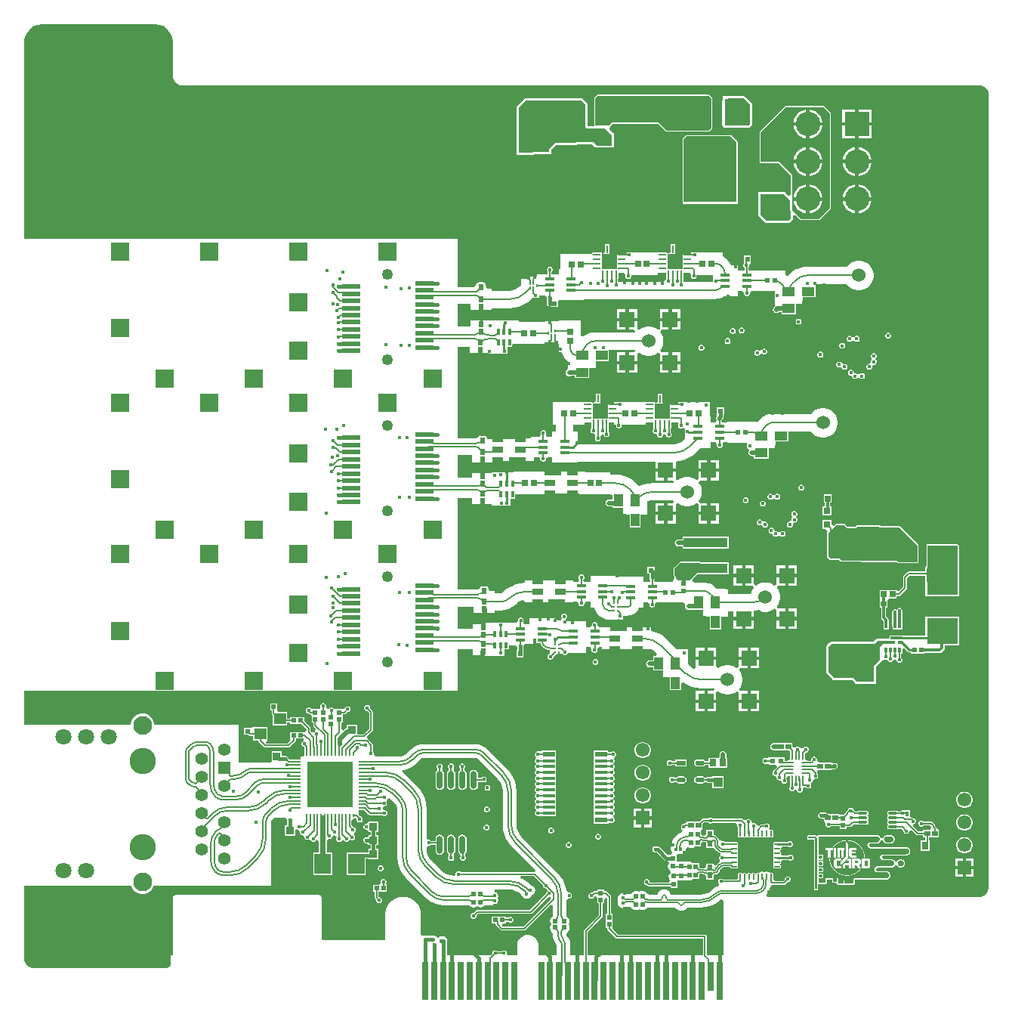
<source format=gbr>
G04*
G04 #@! TF.GenerationSoftware,Altium Limited,Altium Designer,24.2.2 (26)*
G04*
G04 Layer_Physical_Order=1*
G04 Layer_Color=255*
%FSLAX25Y25*%
%MOIN*%
G70*
G04*
G04 #@! TF.SameCoordinates,83FD6BF8-7FB9-4712-9294-79CC625926FD*
G04*
G04*
G04 #@! TF.FilePolarity,Positive*
G04*
G01*
G75*
%ADD11C,0.00600*%
%ADD14C,0.01000*%
%ADD17O,0.01968X0.00787*%
%ADD18R,0.20472X0.20472*%
%ADD19O,0.00787X0.01968*%
%ADD20R,0.07874X0.01968*%
%ADD21R,0.05315X0.02362*%
%ADD22R,0.05315X0.01575*%
%ADD23R,0.04600X0.02700*%
%ADD24R,0.07700X0.02800*%
%ADD25R,0.01400X0.02800*%
%ADD27R,0.02362X0.02559*%
%ADD28R,0.02559X0.02362*%
%ADD29R,0.07505X0.05924*%
%ADD30R,0.06717X0.04349*%
%ADD31R,0.02648X0.02816*%
%ADD32R,0.02288X0.02016*%
%ADD33R,0.02756X0.02756*%
%ADD34R,0.06717X0.04546*%
%ADD35R,0.01378X0.02362*%
%ADD36R,0.05512X0.01378*%
%ADD37R,0.02362X0.01378*%
%ADD38R,0.05906X0.07284*%
%ADD39R,0.02756X0.02559*%
%ADD40R,0.05315X0.04331*%
%ADD41R,0.02648X0.02911*%
%ADD42R,0.03150X0.03150*%
%ADD43R,0.02648X0.02631*%
%ADD44R,0.13780X0.11811*%
%ADD45R,0.07000X0.07000*%
%ADD46C,0.06000*%
%ADD47R,0.02423X0.02254*%
%ADD48R,0.05512X0.03937*%
%ADD49R,0.05512X0.05512*%
%ADD50R,0.04134X0.01772*%
%ADD51R,0.02992X0.02835*%
%ADD52R,0.01000X0.03200*%
%ADD53R,0.03200X0.01000*%
%ADD54R,0.03937X0.05512*%
%ADD55R,0.05512X0.05512*%
%ADD56R,0.02016X0.02288*%
%ADD57R,0.02835X0.02992*%
%ADD58R,0.19291X0.04331*%
%ADD59R,0.02254X0.02423*%
%ADD60R,0.01788X0.01428*%
G04:AMPARAMS|DCode=61|XSize=7.87mil|YSize=23.62mil|CornerRadius=1.97mil|HoleSize=0mil|Usage=FLASHONLY|Rotation=0.000|XOffset=0mil|YOffset=0mil|HoleType=Round|Shape=RoundedRectangle|*
%AMROUNDEDRECTD61*
21,1,0.00787,0.01968,0,0,0.0*
21,1,0.00394,0.02362,0,0,0.0*
1,1,0.00394,0.00197,-0.00984*
1,1,0.00394,-0.00197,-0.00984*
1,1,0.00394,-0.00197,0.00984*
1,1,0.00394,0.00197,0.00984*
%
%ADD61ROUNDEDRECTD61*%
G04:AMPARAMS|DCode=62|XSize=7.87mil|YSize=23.62mil|CornerRadius=1.97mil|HoleSize=0mil|Usage=FLASHONLY|Rotation=90.000|XOffset=0mil|YOffset=0mil|HoleType=Round|Shape=RoundedRectangle|*
%AMROUNDEDRECTD62*
21,1,0.00787,0.01968,0,0,90.0*
21,1,0.00394,0.02362,0,0,90.0*
1,1,0.00394,0.00984,0.00197*
1,1,0.00394,0.00984,-0.00197*
1,1,0.00394,-0.00984,-0.00197*
1,1,0.00394,-0.00984,0.00197*
%
%ADD62ROUNDEDRECTD62*%
G04:AMPARAMS|DCode=63|XSize=7.87mil|YSize=27.56mil|CornerRadius=1.97mil|HoleSize=0mil|Usage=FLASHONLY|Rotation=90.000|XOffset=0mil|YOffset=0mil|HoleType=Round|Shape=RoundedRectangle|*
%AMROUNDEDRECTD63*
21,1,0.00787,0.02362,0,0,90.0*
21,1,0.00394,0.02756,0,0,90.0*
1,1,0.00394,0.01181,0.00197*
1,1,0.00394,0.01181,-0.00197*
1,1,0.00394,-0.01181,-0.00197*
1,1,0.00394,-0.01181,0.00197*
%
%ADD63ROUNDEDRECTD63*%
%ADD64R,0.02165X0.02165*%
%ADD65R,0.07835X0.09173*%
%ADD66R,0.02800X0.16500*%
%ADD67O,0.02756X0.07874*%
%ADD68R,0.03563X0.03568*%
%ADD69R,0.02165X0.01968*%
%ADD70R,0.01968X0.02165*%
%ADD71R,0.05512X0.04724*%
%ADD72R,0.02047X0.02047*%
%ADD73R,0.02047X0.02047*%
%ADD74R,0.03568X0.03563*%
%ADD75R,0.07301X0.09000*%
G04:AMPARAMS|DCode=76|XSize=11.81mil|YSize=39.37mil|CornerRadius=1.95mil|HoleSize=0mil|Usage=FLASHONLY|Rotation=90.000|XOffset=0mil|YOffset=0mil|HoleType=Round|Shape=RoundedRectangle|*
%AMROUNDEDRECTD76*
21,1,0.01181,0.03547,0,0,90.0*
21,1,0.00791,0.03937,0,0,90.0*
1,1,0.00390,0.01774,0.00396*
1,1,0.00390,0.01774,-0.00396*
1,1,0.00390,-0.01774,-0.00396*
1,1,0.00390,-0.01774,0.00396*
%
%ADD76ROUNDEDRECTD76*%
%ADD77R,0.02953X0.03543*%
%ADD78R,0.01575X0.01968*%
%ADD79R,0.09800X0.03700*%
%ADD80R,0.23300X0.21700*%
%ADD81R,0.02165X0.02165*%
%ADD82R,0.04088X0.02095*%
G04:AMPARAMS|DCode=83|XSize=40.88mil|YSize=20.95mil|CornerRadius=10.48mil|HoleSize=0mil|Usage=FLASHONLY|Rotation=0.000|XOffset=0mil|YOffset=0mil|HoleType=Round|Shape=RoundedRectangle|*
%AMROUNDEDRECTD83*
21,1,0.04088,0.00000,0,0,0.0*
21,1,0.01993,0.02095,0,0,0.0*
1,1,0.02095,0.00996,0.00000*
1,1,0.02095,-0.00996,0.00000*
1,1,0.02095,-0.00996,0.00000*
1,1,0.02095,0.00996,0.00000*
%
%ADD83ROUNDEDRECTD83*%
G04:AMPARAMS|DCode=84|XSize=9.45mil|YSize=23.62mil|CornerRadius=1.98mil|HoleSize=0mil|Usage=FLASHONLY|Rotation=0.000|XOffset=0mil|YOffset=0mil|HoleType=Round|Shape=RoundedRectangle|*
%AMROUNDEDRECTD84*
21,1,0.00945,0.01965,0,0,0.0*
21,1,0.00548,0.02362,0,0,0.0*
1,1,0.00397,0.00274,-0.00983*
1,1,0.00397,-0.00274,-0.00983*
1,1,0.00397,-0.00274,0.00983*
1,1,0.00397,0.00274,0.00983*
%
%ADD84ROUNDEDRECTD84*%
G04:AMPARAMS|DCode=85|XSize=23.62mil|YSize=9.45mil|CornerRadius=1.98mil|HoleSize=0mil|Usage=FLASHONLY|Rotation=0.000|XOffset=0mil|YOffset=0mil|HoleType=Round|Shape=RoundedRectangle|*
%AMROUNDEDRECTD85*
21,1,0.02362,0.00548,0,0,0.0*
21,1,0.01965,0.00945,0,0,0.0*
1,1,0.00397,0.00983,-0.00274*
1,1,0.00397,-0.00983,-0.00274*
1,1,0.00397,-0.00983,0.00274*
1,1,0.00397,0.00983,0.00274*
%
%ADD85ROUNDEDRECTD85*%
%ADD86R,0.06299X0.04921*%
%ADD87R,0.12992X0.09449*%
%ADD88R,0.05709X0.07480*%
%ADD89R,0.03937X0.02835*%
%ADD90R,0.04331X0.04134*%
%ADD91R,0.02953X0.03347*%
%ADD92R,0.04134X0.04331*%
%ADD93R,0.02800X0.12600*%
%ADD100R,0.00984X0.00984*%
%ADD101R,0.00900X0.01200*%
G04:AMPARAMS|DCode=124|XSize=122.05mil|YSize=122.05mil|CornerRadius=1.83mil|HoleSize=0mil|Usage=FLASHONLY|Rotation=0.000|XOffset=0mil|YOffset=0mil|HoleType=Round|Shape=RoundedRectangle|*
%AMROUNDEDRECTD124*
21,1,0.12205,0.11839,0,0,0.0*
21,1,0.11839,0.12205,0,0,0.0*
1,1,0.00366,0.05919,-0.05919*
1,1,0.00366,-0.05919,-0.05919*
1,1,0.00366,-0.05919,0.05919*
1,1,0.00366,0.05919,0.05919*
%
%ADD124ROUNDEDRECTD124*%
%ADD141R,0.10827X0.10827*%
%ADD142C,0.10827*%
%ADD144C,0.00500*%
%ADD145C,0.00500*%
%ADD146C,0.00538*%
%ADD147C,0.00538*%
%ADD148C,0.01500*%
%ADD149C,0.02000*%
%ADD150C,0.00727*%
%ADD151C,0.00550*%
%ADD152C,0.01800*%
%ADD153C,0.00800*%
%ADD154C,0.01200*%
%ADD155C,0.01400*%
%ADD156R,0.06102X0.06102*%
%ADD157C,0.06102*%
%ADD158C,0.04921*%
%ADD159R,0.07874X0.07874*%
%ADD160C,0.11614*%
%ADD161C,0.07087*%
%ADD162C,0.08268*%
%ADD163C,0.05512*%
%ADD164C,0.25000*%
%ADD165C,0.01600*%
G36*
X256435Y-91715D02*
X256435Y-91715D01*
X256363Y-91858D01*
X256276Y-91945D01*
X256078Y-92423D01*
X256078Y-92423D01*
X255104Y-93003D01*
X235204D01*
Y-91754D01*
X235413D01*
Y-89138D01*
X237939D01*
X238110Y-89301D01*
X238525Y-90138D01*
X238459Y-90295D01*
Y-90813D01*
X238657Y-91290D01*
X239023Y-91656D01*
X239501Y-91854D01*
X240018D01*
X240496Y-91656D01*
X240862Y-91290D01*
X241059Y-90813D01*
Y-90295D01*
X241256Y-90001D01*
X252896D01*
Y-89099D01*
X256435D01*
Y-91715D01*
D02*
G37*
G36*
X267038Y-89261D02*
X267452Y-90099D01*
X267387Y-90256D01*
Y-90773D01*
X267585Y-91251D01*
X267951Y-91617D01*
X268428Y-91815D01*
X268946D01*
X269424Y-91617D01*
X269789Y-91251D01*
X269987Y-90773D01*
Y-90256D01*
X270172Y-89980D01*
X277040D01*
Y-93003D01*
X264131D01*
Y-91715D01*
X264341D01*
Y-89099D01*
X266866D01*
X267038Y-89261D01*
D02*
G37*
G36*
X30458Y20669D02*
X30471Y20671D01*
X30483Y20669D01*
X31293Y20685D01*
X32894Y20367D01*
X34413Y19738D01*
X35781Y18824D01*
X36944Y17661D01*
X37857Y16294D01*
X38487Y14774D01*
X38807Y13161D01*
Y12341D01*
X38788Y-1632D01*
X38772Y-1931D01*
X38785Y-2021D01*
X38776Y-2111D01*
X38837Y-2772D01*
X38871Y-2887D01*
X38883Y-3007D01*
X39072Y-3643D01*
X39128Y-3749D01*
X39162Y-3865D01*
X39472Y-4451D01*
X39548Y-4545D01*
X39604Y-4651D01*
X40022Y-5166D01*
X40115Y-5243D01*
X40191Y-5337D01*
X40701Y-5760D01*
X40807Y-5818D01*
X40900Y-5894D01*
X41483Y-6210D01*
X41598Y-6246D01*
X41704Y-6303D01*
X42338Y-6499D01*
X42428Y-6508D01*
X42513Y-6539D01*
X42841Y-6590D01*
X42935Y-6586D01*
X43027Y-6604D01*
X395332Y-6604D01*
X395343Y-6602D01*
X395354Y-6604D01*
X395685Y-6598D01*
X396337Y-6715D01*
X396953Y-6957D01*
X397510Y-7315D01*
X397987Y-7774D01*
X398365Y-8318D01*
X398629Y-8925D01*
X398771Y-9572D01*
X398777Y-9891D01*
X398777Y-360509D01*
X398777Y-360881D01*
X398631Y-361611D01*
X398347Y-362298D01*
X397933Y-362917D01*
X397407Y-363443D01*
X396789Y-363856D01*
X396102Y-364141D01*
X395372Y-364286D01*
X395000Y-364286D01*
X301175D01*
X300818Y-363286D01*
X300974Y-363157D01*
X301751Y-362212D01*
X302327Y-361133D01*
X302683Y-359962D01*
X303351Y-359143D01*
X308474D01*
X308811Y-359076D01*
X309096Y-358885D01*
X310092Y-357889D01*
X310405D01*
X310883Y-357691D01*
X311249Y-357326D01*
X311447Y-356848D01*
Y-356331D01*
X311249Y-355853D01*
X310883Y-355487D01*
X310405Y-355289D01*
X309888D01*
X309411Y-355487D01*
X309045Y-355853D01*
X308847Y-356331D01*
Y-356644D01*
X308109Y-357382D01*
X304607D01*
X304440Y-357233D01*
X303923Y-356449D01*
Y-354484D01*
X303869Y-354211D01*
X303715Y-353980D01*
X303484Y-353826D01*
X303211Y-353772D01*
X302663D01*
X302550Y-353794D01*
X301854Y-353329D01*
X300969Y-353153D01*
X300083Y-353329D01*
X299984Y-353395D01*
X299886Y-353329D01*
X299000Y-353153D01*
X298115Y-353329D01*
X297419Y-353794D01*
X297306Y-353772D01*
X296758D01*
X296485Y-353826D01*
X296254Y-353980D01*
X295841D01*
X295610Y-353826D01*
X295337Y-353772D01*
X294789D01*
X294517Y-353826D01*
X294286Y-353980D01*
X293872D01*
X293641Y-353826D01*
X293369Y-353772D01*
X292821D01*
X292548Y-353826D01*
X292317Y-353980D01*
X291904D01*
X291673Y-353826D01*
X291400Y-353772D01*
X290852D01*
X290580Y-353826D01*
X290349Y-353980D01*
X289935D01*
X289704Y-353826D01*
X289432Y-353772D01*
X288884D01*
X288611Y-353826D01*
X288380Y-353980D01*
X288226Y-354211D01*
X288172Y-354484D01*
Y-356449D01*
X287207Y-356724D01*
X281651D01*
X281429Y-356502D01*
X280951Y-356304D01*
X280434D01*
X279956Y-356502D01*
X279591Y-356868D01*
X279393Y-357346D01*
Y-357863D01*
X279591Y-358341D01*
X279809Y-358559D01*
X279770Y-359257D01*
X279636Y-359656D01*
X278860Y-359892D01*
X277619Y-360555D01*
X276598Y-361392D01*
X276520Y-361444D01*
X275784Y-362082D01*
X275538Y-362284D01*
X274397Y-362895D01*
X273158Y-363270D01*
X271958Y-363388D01*
X271870Y-363371D01*
X258630D01*
X258622Y-363309D01*
X258316Y-362570D01*
X257829Y-361935D01*
X257194Y-361449D01*
X256455Y-361142D01*
X255933Y-361074D01*
X255662Y-361020D01*
X255391Y-361074D01*
X254869Y-361142D01*
X254130Y-361449D01*
X253495Y-361935D01*
X253009Y-362570D01*
X252702Y-363309D01*
X252694Y-363371D01*
X248972D01*
X248908Y-363328D01*
X248828Y-363312D01*
X248713Y-363265D01*
X248686Y-363261D01*
X248648Y-363245D01*
X248492Y-363011D01*
X247980Y-362499D01*
X247702Y-362313D01*
X247422Y-362098D01*
X247312Y-362053D01*
X247229Y-361997D01*
X247131Y-361978D01*
X246790Y-361837D01*
X246112Y-361747D01*
Y-361725D01*
X245227Y-361901D01*
X245187Y-361928D01*
X244673Y-362271D01*
X244159Y-361928D01*
X244119Y-361901D01*
X243234Y-361725D01*
Y-361747D01*
X242556Y-361837D01*
X242215Y-361978D01*
X242117Y-361997D01*
X242034Y-362053D01*
X241925Y-362098D01*
X241645Y-362313D01*
X241367Y-362499D01*
X240855Y-363010D01*
X240760Y-363152D01*
X239126D01*
X238981Y-363040D01*
X238260Y-362742D01*
X237487Y-362640D01*
Y-362621D01*
X236601Y-362797D01*
X236562Y-362823D01*
X235851Y-363299D01*
X235349Y-364049D01*
X235173Y-364934D01*
X235349Y-365820D01*
X235459Y-365984D01*
X235349Y-366149D01*
X235173Y-367034D01*
X235349Y-367920D01*
X235851Y-368670D01*
X236562Y-369146D01*
X236601Y-369172D01*
X237487Y-369348D01*
Y-369329D01*
X238260Y-369227D01*
X238981Y-368929D01*
X239126Y-368817D01*
X240760D01*
X240855Y-368958D01*
X241367Y-369470D01*
X241645Y-369656D01*
X241925Y-369870D01*
X242034Y-369916D01*
X242117Y-369971D01*
X242215Y-369991D01*
X242556Y-370132D01*
X243234Y-370221D01*
Y-370243D01*
X244119Y-370067D01*
X244159Y-370041D01*
X244673Y-369697D01*
X245187Y-370041D01*
X245227Y-370067D01*
X246112Y-370243D01*
Y-370221D01*
X246790Y-370132D01*
X247131Y-369991D01*
X247229Y-369971D01*
X247312Y-369916D01*
X247422Y-369870D01*
X247702Y-369656D01*
X247980Y-369470D01*
X248414Y-369036D01*
X260669D01*
X261147Y-369658D01*
X261781Y-370145D01*
X262520Y-370451D01*
X263042Y-370519D01*
X263313Y-370573D01*
X263585Y-370519D01*
X264106Y-370451D01*
X264845Y-370145D01*
X265480Y-369658D01*
X265957Y-369036D01*
X271884D01*
X271941Y-369024D01*
X273793Y-368879D01*
X275654Y-368432D01*
X277423Y-367699D01*
X279055Y-366699D01*
X279778Y-366081D01*
X280505Y-365467D01*
X280515Y-365460D01*
X281111Y-365426D01*
X281938Y-366206D01*
Y-389990D01*
X274553D01*
Y-381890D01*
X274486Y-381553D01*
X274295Y-381267D01*
X274009Y-381076D01*
X273672Y-381009D01*
X235145D01*
X233068Y-378932D01*
X232942Y-377984D01*
X232942D01*
Y-375031D01*
Y-371866D01*
X232339D01*
Y-364438D01*
X232272Y-364101D01*
X232081Y-363815D01*
X232081Y-363815D01*
X230375Y-362109D01*
X230089Y-361918D01*
X229752Y-361851D01*
X229111D01*
Y-361149D01*
X226143D01*
Y-361851D01*
X224966D01*
X224629Y-361918D01*
X224344Y-362109D01*
X223866Y-362587D01*
X223843Y-362578D01*
X223325D01*
X222848Y-362775D01*
X222482Y-363141D01*
X222284Y-363619D01*
Y-364136D01*
X222482Y-364614D01*
X222848Y-364980D01*
X223325Y-365177D01*
X223843D01*
X224320Y-364980D01*
X224686Y-364614D01*
X224884Y-364136D01*
X225143Y-364097D01*
X226143Y-364896D01*
Y-367267D01*
X226709D01*
Y-372552D01*
X220398Y-378863D01*
X220199Y-379160D01*
X220129Y-379512D01*
Y-389990D01*
X214249D01*
Y-385132D01*
X214237Y-385073D01*
X214085Y-383919D01*
X213617Y-382788D01*
X212908Y-381864D01*
X212874Y-381814D01*
X212870Y-381810D01*
X212845Y-381793D01*
X212660Y-381516D01*
X212594Y-381189D01*
X212600Y-381158D01*
Y-380470D01*
X213197Y-379717D01*
X213197Y-379717D01*
X213747Y-378895D01*
X213940Y-377924D01*
X213935D01*
X213760Y-377046D01*
X213361Y-376448D01*
X213760Y-375849D01*
X213935Y-374971D01*
X213760Y-374093D01*
X213301Y-373405D01*
X213263Y-373349D01*
X212602Y-372677D01*
X212600Y-372676D01*
Y-365782D01*
X213459Y-365055D01*
X213977D01*
X214455Y-364857D01*
X214820Y-364491D01*
X215018Y-364014D01*
Y-363496D01*
X214820Y-363019D01*
X214455Y-362653D01*
X213977Y-362455D01*
X213459D01*
X212469Y-361860D01*
X212429Y-361363D01*
X211926Y-359264D01*
X211100Y-357271D01*
X209972Y-355431D01*
X208580Y-353800D01*
X208572Y-353788D01*
X192743Y-337959D01*
X192653Y-337899D01*
X191758Y-336809D01*
X191043Y-335471D01*
X190603Y-334020D01*
X190465Y-332616D01*
X190486Y-332510D01*
Y-317691D01*
X190483Y-317677D01*
X190315Y-315539D01*
X189811Y-313441D01*
X188985Y-311447D01*
X187857Y-309607D01*
X186465Y-307976D01*
X186457Y-307964D01*
X177828Y-299336D01*
X177773Y-299299D01*
X176643Y-298372D01*
X175296Y-297652D01*
X173835Y-297208D01*
X172380Y-297065D01*
X172315Y-297052D01*
X149409D01*
X149359Y-297062D01*
X147830Y-297213D01*
X146311Y-297673D01*
X144912Y-298422D01*
X143724Y-299396D01*
X143681Y-299425D01*
X142062Y-301044D01*
X142003Y-301133D01*
X141101Y-301825D01*
X139952Y-302301D01*
X138825Y-302449D01*
X138720Y-302428D01*
X128107D01*
X128083Y-302411D01*
X127521Y-301428D01*
X127532Y-301402D01*
Y-300885D01*
X127334Y-300408D01*
X127112Y-300186D01*
Y-297329D01*
X127045Y-296992D01*
X126854Y-296707D01*
X125002Y-294855D01*
X124782Y-294708D01*
X124703Y-294615D01*
X124444Y-293695D01*
X124450Y-293626D01*
X126808Y-291267D01*
X126985Y-291003D01*
X127047Y-290690D01*
X127047Y-290690D01*
Y-282618D01*
X126985Y-282306D01*
X126808Y-282041D01*
X126808Y-282041D01*
X125911Y-281144D01*
Y-280738D01*
X125713Y-280261D01*
X125347Y-279895D01*
X124869Y-279697D01*
X124352D01*
X123874Y-279895D01*
X123509Y-280261D01*
X123311Y-280738D01*
Y-281256D01*
X123509Y-281733D01*
X123874Y-282099D01*
X124352Y-282297D01*
X124757D01*
X125416Y-282956D01*
Y-290353D01*
X122991Y-292778D01*
X120137D01*
Y-288535D01*
X115569D01*
Y-290099D01*
X115136Y-290185D01*
X114639Y-290516D01*
X114205Y-290951D01*
X113205Y-290537D01*
Y-287582D01*
X113809D01*
Y-283927D01*
X114478D01*
X114815Y-283860D01*
X115101Y-283669D01*
X115889Y-282881D01*
X116202D01*
X116680Y-282683D01*
X117046Y-282318D01*
X117244Y-281840D01*
Y-281323D01*
X117046Y-280845D01*
X116680Y-280479D01*
X116202Y-280281D01*
X115685D01*
X115207Y-280479D01*
X114841Y-280845D01*
X114718Y-281142D01*
X113809Y-281464D01*
X113809Y-281464D01*
X113809Y-281464D01*
X110840D01*
X110840Y-281464D01*
X109877Y-281376D01*
X109522Y-281021D01*
X109044Y-280823D01*
X108527D01*
X108049Y-281021D01*
X107683Y-281387D01*
X107675Y-281408D01*
X106698Y-281464D01*
X106465Y-280473D01*
Y-279956D01*
X106267Y-279478D01*
X105902Y-279113D01*
X105424Y-278915D01*
X104907D01*
X104429Y-279113D01*
X104063Y-279478D01*
X103866Y-279956D01*
Y-280473D01*
X103729Y-281464D01*
X103100Y-281464D01*
Y-281464D01*
X100132D01*
Y-281464D01*
X99524Y-281133D01*
X99046Y-280935D01*
X98529D01*
X98051Y-281133D01*
X97685Y-281498D01*
X97487Y-281976D01*
Y-282493D01*
X97685Y-282971D01*
X98051Y-283337D01*
X98529Y-283535D01*
X98842D01*
X98977Y-283669D01*
X99263Y-283860D01*
X99600Y-283927D01*
X100132Y-284683D01*
Y-287582D01*
X100735D01*
Y-288659D01*
X100803Y-288996D01*
X100993Y-289282D01*
X101899Y-290187D01*
X101899Y-290192D01*
X101606Y-291308D01*
X101600Y-291310D01*
X101234Y-291676D01*
X100306Y-291689D01*
X99668Y-291164D01*
Y-290105D01*
X99601Y-289768D01*
X99410Y-289482D01*
X99410Y-289482D01*
X96709Y-286781D01*
Y-285057D01*
X90591D01*
Y-285661D01*
X89279D01*
Y-282892D01*
X85171D01*
X84835Y-282031D01*
X84835D01*
Y-278984D01*
X81788D01*
Y-282031D01*
X82431D01*
Y-283436D01*
X82498Y-283773D01*
X82689Y-284058D01*
X82767Y-284137D01*
Y-288616D01*
X89279D01*
Y-287422D01*
X90591D01*
Y-288026D01*
X95464D01*
X97907Y-290469D01*
Y-290797D01*
X96977Y-291663D01*
X96709Y-291634D01*
X96709Y-291634D01*
X90591D01*
Y-294603D01*
X90591D01*
X90620Y-295603D01*
X89571Y-296652D01*
X80250D01*
X79993Y-296309D01*
X80493Y-295309D01*
X80618D01*
Y-289585D01*
X74162D01*
X74106Y-289585D01*
X74106Y-289585D01*
X73236Y-289763D01*
Y-289764D01*
X70189D01*
Y-292811D01*
X71991D01*
X72250Y-293070D01*
X72536Y-293260D01*
X72872Y-293327D01*
X74106D01*
Y-295309D01*
X76481D01*
Y-295478D01*
X76548Y-295814D01*
X76739Y-296100D01*
X78794Y-298155D01*
X78794Y-298155D01*
X79080Y-298346D01*
X79417Y-298413D01*
X79417Y-298413D01*
X89936D01*
X90273Y-298346D01*
X90558Y-298155D01*
X92796Y-295917D01*
X92987Y-295632D01*
X93054Y-295295D01*
Y-294603D01*
X96516D01*
X96682Y-295534D01*
X96205Y-295732D01*
X95839Y-296097D01*
X95641Y-296575D01*
Y-297092D01*
X95839Y-297570D01*
X96205Y-297936D01*
X96682Y-298134D01*
X96760D01*
X97002Y-298376D01*
Y-300691D01*
X96971Y-300846D01*
Y-302027D01*
X96110Y-302533D01*
X95158Y-302564D01*
X94964Y-302564D01*
X95126Y-302565D01*
Y-303773D01*
X94043D01*
X93888Y-303804D01*
X90315D01*
X89827Y-303316D01*
Y-303176D01*
X89629Y-302698D01*
X89263Y-302332D01*
X88785Y-302134D01*
X88268D01*
X88253Y-302141D01*
X86934D01*
Y-300224D01*
X82371D01*
Y-304791D01*
X81492Y-305084D01*
X67794D01*
Y-288392D01*
X30529D01*
Y-288005D01*
X30179Y-286700D01*
X29503Y-285529D01*
X28547Y-284573D01*
X27376Y-283897D01*
X26071Y-283547D01*
X24719D01*
X23413Y-283897D01*
X22243Y-284573D01*
X21287Y-285529D01*
X20611Y-286700D01*
X20261Y-288005D01*
Y-288392D01*
X-26820D01*
Y-273409D01*
X164377D01*
Y-255194D01*
X171096D01*
Y-257635D01*
X176673D01*
Y-258211D01*
X185073D01*
Y-255211D01*
X187191D01*
Y-253311D01*
X189908D01*
X190341Y-253483D01*
X190832Y-254046D01*
Y-254195D01*
X190858Y-254257D01*
Y-255354D01*
X190624D01*
Y-258642D01*
X193640D01*
Y-255354D01*
X193407D01*
Y-254257D01*
X193432Y-254195D01*
Y-253678D01*
X194196Y-252910D01*
X197874D01*
Y-250351D01*
X199189D01*
Y-252469D01*
X201059D01*
X201077Y-252603D01*
X201357Y-253279D01*
X201802Y-253859D01*
X201785Y-253875D01*
X202940Y-254762D01*
X204285Y-255319D01*
X205107Y-255427D01*
Y-257129D01*
X204671Y-257335D01*
X204305Y-257701D01*
X204107Y-258178D01*
Y-258696D01*
X204305Y-259173D01*
X204671Y-259539D01*
X205148Y-259737D01*
X205665D01*
X206143Y-259539D01*
X206509Y-259173D01*
X206707Y-258696D01*
Y-258291D01*
X207719Y-257278D01*
X208516D01*
Y-257129D01*
X210734D01*
X211061Y-257457D01*
X211539Y-257655D01*
X212056D01*
X212534Y-257457D01*
X212862Y-257129D01*
X213091D01*
Y-256689D01*
X221158D01*
Y-254130D01*
X223045D01*
X223654Y-255108D01*
Y-255625D01*
X223852Y-256103D01*
X224217Y-256469D01*
X224695Y-256666D01*
X225212D01*
X225690Y-256469D01*
X226056Y-256103D01*
X226254Y-255625D01*
Y-255108D01*
X226863Y-254130D01*
X228202D01*
Y-255270D01*
X249802D01*
X249802Y-255270D01*
Y-255270D01*
X249802Y-255270D01*
X250715Y-255480D01*
X251326Y-255981D01*
X251359Y-256024D01*
X252467Y-257132D01*
X252084Y-258056D01*
X250730D01*
Y-260030D01*
X249211D01*
X248626Y-260146D01*
X248130Y-260478D01*
X247798Y-260974D01*
X247682Y-261559D01*
X247798Y-262144D01*
X248130Y-262641D01*
X248626Y-262972D01*
X249211Y-263089D01*
X250730D01*
Y-264568D01*
X255210D01*
Y-267568D01*
X258210D01*
Y-273229D01*
X263147D01*
Y-270176D01*
X264147Y-269825D01*
X265789Y-270831D01*
X267789Y-271659D01*
X269893Y-272165D01*
X272051Y-272334D01*
Y-272324D01*
X277549D01*
X277795Y-272542D01*
X277713Y-272970D01*
X277218Y-273542D01*
X274921D01*
Y-277292D01*
X278671D01*
X278671Y-274290D01*
Y-274246D01*
Y-274246D01*
X278671Y-274148D01*
X279154Y-273834D01*
X279671Y-273687D01*
X280592Y-274302D01*
X281775Y-274792D01*
X283031Y-275042D01*
X284312D01*
X285567Y-274792D01*
X286750Y-274302D01*
X287671Y-273687D01*
X288189Y-273834D01*
X288671Y-274148D01*
X288671Y-274246D01*
X288671Y-274246D01*
X288671Y-274290D01*
Y-277292D01*
X292421D01*
Y-273542D01*
X289420Y-273542D01*
X289376D01*
X289376D01*
X289278Y-273542D01*
X288964Y-273059D01*
X288816Y-272542D01*
X289432Y-271621D01*
X289922Y-270438D01*
X290171Y-269182D01*
Y-267902D01*
X289922Y-266646D01*
X289432Y-265463D01*
X288816Y-264542D01*
X288964Y-264024D01*
X289278Y-263542D01*
X289376Y-263542D01*
X289376Y-263542D01*
X289420Y-263542D01*
X292421D01*
Y-259792D01*
X288671D01*
X288671Y-262793D01*
Y-262838D01*
Y-262838D01*
X288671Y-262935D01*
X288189Y-263249D01*
X287671Y-263397D01*
X286750Y-262782D01*
X285567Y-262292D01*
X284312Y-262042D01*
X283031D01*
X281775Y-262292D01*
X280592Y-262782D01*
X279671Y-263397D01*
X279154Y-263249D01*
X278671Y-262935D01*
Y-259792D01*
X269671D01*
Y-263166D01*
X268790Y-263829D01*
X268589Y-263722D01*
X267687Y-262981D01*
X267654Y-262938D01*
X266147Y-261432D01*
Y-255056D01*
X261089D01*
X256708Y-250675D01*
X256715Y-250668D01*
X255069Y-249262D01*
X253224Y-248131D01*
X251224Y-247303D01*
X249802Y-246961D01*
Y-245570D01*
X230607D01*
Y-245359D01*
X227145D01*
X226305Y-244775D01*
Y-244258D01*
X226107Y-243780D01*
X225741Y-243415D01*
X225263Y-243217D01*
X224746D01*
X224268Y-243415D01*
X223903Y-243780D01*
X223705Y-244258D01*
Y-244775D01*
X222864Y-245359D01*
X221158D01*
Y-242800D01*
X212256D01*
X212057Y-241800D01*
X212266Y-241713D01*
X212632Y-241347D01*
X212830Y-240869D01*
Y-240352D01*
X212632Y-239874D01*
X212266Y-239509D01*
X211788Y-239311D01*
X211271D01*
X210793Y-239509D01*
X210428Y-239874D01*
X210230Y-240352D01*
Y-240869D01*
X210428Y-241347D01*
X210052Y-242386D01*
X209845Y-242497D01*
X209239Y-242313D01*
X208066Y-242197D01*
X207322Y-241579D01*
X207322Y-241579D01*
X207322Y-241579D01*
X196189D01*
Y-244138D01*
X193950D01*
X193475Y-243199D01*
X193673Y-242721D01*
Y-242204D01*
X193475Y-241726D01*
X193110Y-241360D01*
X192632Y-241162D01*
X192114D01*
X191637Y-241360D01*
X191271Y-241726D01*
X191073Y-242204D01*
Y-242721D01*
X190314Y-243501D01*
X190191Y-243511D01*
Y-243511D01*
X176673D01*
Y-244044D01*
X171160D01*
Y-246129D01*
X164377D01*
Y-236296D01*
X171511D01*
Y-239031D01*
X180873D01*
Y-238034D01*
X183370D01*
Y-238047D01*
X185207Y-237866D01*
X186975Y-237330D01*
X188603Y-236459D01*
X190031Y-235288D01*
X190031Y-235288D01*
X190767Y-234650D01*
X190963Y-234489D01*
X192040Y-233914D01*
X193061Y-233604D01*
X193699Y-233891D01*
X194061Y-234220D01*
Y-234519D01*
X215662D01*
Y-234055D01*
X216973D01*
X217809Y-234651D01*
Y-235168D01*
X218007Y-235646D01*
X218372Y-236011D01*
X218850Y-236209D01*
X219367D01*
X219845Y-236011D01*
X220211Y-235646D01*
X220409Y-235168D01*
Y-234651D01*
X221245Y-234055D01*
X223047D01*
Y-236614D01*
X224938D01*
X224952Y-236761D01*
X225302Y-237915D01*
X225871Y-238978D01*
X226583Y-239847D01*
X226634Y-239913D01*
X226648Y-239923D01*
X227634Y-240733D01*
X228775Y-241342D01*
X229691Y-241620D01*
Y-242055D01*
X237675D01*
Y-240480D01*
X238762D01*
X239250Y-240480D01*
Y-240480D01*
X240144Y-240224D01*
X241099Y-240098D01*
X242420Y-239551D01*
X243554Y-238681D01*
X243546Y-238672D01*
X244184Y-237840D01*
X244586Y-236871D01*
X244588Y-236850D01*
X246505D01*
Y-234291D01*
X248336D01*
X249075Y-235121D01*
Y-235638D01*
X249273Y-236116D01*
X249639Y-236481D01*
X250116Y-236679D01*
X250634D01*
X251111Y-236481D01*
X251477Y-236116D01*
X251675Y-235638D01*
Y-235121D01*
X252539Y-234594D01*
X264179D01*
Y-234594D01*
X264498Y-234646D01*
X264965Y-235575D01*
X264977Y-235729D01*
X264879Y-236221D01*
X264996Y-236806D01*
X265327Y-237302D01*
X265823Y-237633D01*
X266408Y-237750D01*
X268395D01*
Y-237803D01*
X272875D01*
Y-240803D01*
X275875D01*
Y-246464D01*
X280812D01*
Y-240803D01*
X283812D01*
Y-238329D01*
X286298D01*
Y-240857D01*
X295298D01*
Y-238264D01*
X296302Y-238185D01*
X297370Y-237929D01*
X298402Y-238357D01*
X299658Y-238607D01*
X300938D01*
X302194Y-238357D01*
X303377Y-237867D01*
X304298Y-237251D01*
X304816Y-237399D01*
X305298Y-237713D01*
X305298Y-237811D01*
X305298Y-237811D01*
X305298Y-237855D01*
Y-240857D01*
X309048D01*
Y-237106D01*
X306047Y-237106D01*
X306002D01*
X306002D01*
X305905Y-237106D01*
X305591Y-236624D01*
X305443Y-236106D01*
X306058Y-235185D01*
X306548Y-234002D01*
X306798Y-232747D01*
Y-231466D01*
X306548Y-230210D01*
X306058Y-229028D01*
X305443Y-228106D01*
X305591Y-227589D01*
X305905Y-227106D01*
X306002Y-227106D01*
X306002Y-227106D01*
X306047Y-227106D01*
X309048D01*
Y-223357D01*
X305298D01*
X305298Y-226358D01*
Y-226402D01*
Y-226402D01*
X305298Y-226500D01*
X304816Y-226814D01*
X304298Y-226962D01*
X303377Y-226346D01*
X302194Y-225856D01*
X300938Y-225606D01*
X299658D01*
X298402Y-225856D01*
X297219Y-226346D01*
X296298Y-226962D01*
X295781Y-226814D01*
X295298Y-226500D01*
X295298Y-226402D01*
X295298Y-226402D01*
X295298Y-226358D01*
Y-223357D01*
X291548D01*
Y-227106D01*
X294549Y-227106D01*
X294594D01*
X294594D01*
X294691Y-227106D01*
X295006Y-227589D01*
X295153Y-228106D01*
X294538Y-229028D01*
X294048Y-230210D01*
X293938Y-230765D01*
X283812D01*
Y-228291D01*
X278823D01*
X277974Y-227443D01*
X277986Y-227431D01*
X276795Y-226516D01*
X275408Y-225942D01*
X273919Y-225746D01*
Y-225763D01*
X268855D01*
Y-224834D01*
X268764D01*
X268381Y-223910D01*
X270334Y-221957D01*
X284161D01*
Y-216626D01*
X271678D01*
X271578Y-216585D01*
X262746D01*
X262364Y-216743D01*
X262364Y-216743D01*
X260032Y-219075D01*
X259798Y-219075D01*
X259756Y-219575D01*
X259756Y-219575D01*
X259756Y-220058D01*
Y-222586D01*
X259756Y-222586D01*
X259915Y-222969D01*
X260216Y-223857D01*
X259693Y-224834D01*
X259601D01*
Y-225340D01*
X251516D01*
X251297Y-224375D01*
X251477Y-224196D01*
X251675Y-223718D01*
Y-223201D01*
X251630Y-223093D01*
Y-220885D01*
X251533Y-220398D01*
X251403Y-220203D01*
Y-218781D01*
X248115D01*
Y-221797D01*
X249081D01*
Y-223185D01*
X249075Y-223201D01*
Y-223718D01*
X249273Y-224196D01*
X249571Y-224494D01*
Y-225519D01*
X246505D01*
Y-222960D01*
X235371D01*
Y-223328D01*
X234181D01*
Y-222725D01*
X223047D01*
Y-225284D01*
X220076D01*
X220020Y-224284D01*
X220211Y-224093D01*
X220409Y-223615D01*
Y-223098D01*
X220211Y-222620D01*
X219845Y-222255D01*
X219367Y-222057D01*
X218850D01*
X218372Y-222255D01*
X218006Y-222620D01*
X217809Y-223098D01*
Y-223615D01*
X218006Y-224093D01*
X218197Y-224284D01*
X217982Y-225284D01*
X215662D01*
Y-224819D01*
X194061D01*
Y-225905D01*
X192266Y-226047D01*
X190162Y-226552D01*
X188162Y-227380D01*
X186317Y-228511D01*
X184671Y-229917D01*
X184671D01*
X183867Y-230389D01*
X183424Y-230477D01*
X183370Y-230469D01*
X180873D01*
Y-229472D01*
X178590D01*
X178486Y-229345D01*
X178311Y-228467D01*
X177873Y-227811D01*
Y-227566D01*
X177578D01*
X177070Y-227226D01*
X176192Y-227051D01*
X175314Y-227226D01*
X174805Y-227566D01*
X174511D01*
Y-227782D01*
X173715Y-228577D01*
X173684Y-228624D01*
X173426Y-228731D01*
X173372Y-228720D01*
X164377D01*
Y-188477D01*
X170779D01*
Y-191059D01*
X179401D01*
Y-191818D01*
X187801D01*
Y-188818D01*
X189919D01*
Y-186918D01*
X192919D01*
Y-186660D01*
X203042D01*
Y-186592D01*
X218120D01*
Y-186790D01*
X231971D01*
Y-186790D01*
X232889Y-186986D01*
Y-189151D01*
X231300D01*
X230715Y-189267D01*
X230219Y-189599D01*
X229887Y-190095D01*
X229771Y-190680D01*
X229887Y-191266D01*
X230219Y-191762D01*
X230715Y-192093D01*
X231300Y-192210D01*
X232889D01*
Y-192693D01*
X237370D01*
Y-195693D01*
X240370D01*
Y-201354D01*
X245307D01*
Y-195693D01*
X248307D01*
Y-189916D01*
X248425Y-189853D01*
X249593Y-189498D01*
X250755Y-189384D01*
X250809Y-189391D01*
X259677D01*
X259923Y-189609D01*
X259841Y-190037D01*
X259346Y-190609D01*
X257050D01*
Y-194359D01*
X260800D01*
X260800Y-191357D01*
Y-191313D01*
Y-191313D01*
X260800Y-191215D01*
X261282Y-190901D01*
X261800Y-190753D01*
X262721Y-191369D01*
X263904Y-191859D01*
X265160Y-192109D01*
X266440D01*
X267696Y-191859D01*
X268879Y-191369D01*
X269800Y-190753D01*
X270317Y-190901D01*
X270800Y-191215D01*
X270800Y-191313D01*
X270800Y-191313D01*
X270800Y-191357D01*
Y-194359D01*
X274550D01*
Y-190609D01*
X271548Y-190609D01*
X271504D01*
X271504D01*
X271406Y-190609D01*
X271092Y-190126D01*
X270944Y-189609D01*
X271560Y-188688D01*
X272050Y-187505D01*
X272300Y-186249D01*
Y-184968D01*
X272050Y-183713D01*
X271560Y-182530D01*
X270944Y-181609D01*
X271092Y-181091D01*
X271406Y-180609D01*
X271504Y-180609D01*
X271504Y-180609D01*
X271548Y-180609D01*
X274550D01*
Y-176859D01*
X270800D01*
X270800Y-179860D01*
Y-179904D01*
Y-179904D01*
X270800Y-180002D01*
X270317Y-180316D01*
X269800Y-180464D01*
X268879Y-179848D01*
X267696Y-179358D01*
X266440Y-179109D01*
X265160D01*
X263904Y-179358D01*
X262721Y-179848D01*
X261800Y-180464D01*
X261282Y-180316D01*
X260800Y-180002D01*
Y-176859D01*
X257050D01*
Y-180609D01*
X259346D01*
X259841Y-181180D01*
X259923Y-181609D01*
X259677Y-181826D01*
X250809D01*
Y-181816D01*
X248651Y-181986D01*
X246547Y-182491D01*
X244881Y-183181D01*
X244406D01*
X243907Y-182574D01*
X243679Y-182295D01*
D01*
X243229Y-181858D01*
X243226Y-181856D01*
X242956Y-181625D01*
X241689Y-180543D01*
X239966Y-179487D01*
X238098Y-178713D01*
X236133Y-178241D01*
X234118Y-178083D01*
Y-178090D01*
X231971D01*
Y-176955D01*
X220849D01*
Y-176892D01*
X203042D01*
Y-176825D01*
X189192D01*
Y-177118D01*
X179401D01*
Y-177385D01*
X170698D01*
Y-179412D01*
X164377D01*
Y-169580D01*
X170698D01*
Y-172775D01*
X180061D01*
Y-172063D01*
X198147D01*
Y-170338D01*
X200134D01*
X201009Y-170839D01*
Y-171356D01*
X201207Y-171834D01*
X201573Y-172200D01*
X202050Y-172398D01*
X202568D01*
X203045Y-172200D01*
X203411Y-171834D01*
X203609Y-171356D01*
Y-170839D01*
X204484Y-170338D01*
X206231D01*
Y-172897D01*
X217365D01*
Y-172344D01*
X251800D01*
Y-175359D01*
X260800D01*
Y-172288D01*
X262138Y-172183D01*
X264250Y-171676D01*
X266257Y-170845D01*
X268109Y-169710D01*
X269761Y-168299D01*
X269754Y-168292D01*
X271610Y-166436D01*
X276142D01*
Y-163877D01*
X278296D01*
X278360Y-163926D01*
X278882Y-164877D01*
X278856Y-164941D01*
Y-165458D01*
X279054Y-165936D01*
X279419Y-166301D01*
X279897Y-166499D01*
X280414D01*
X280892Y-166301D01*
X281258Y-165936D01*
X281456Y-165458D01*
Y-164941D01*
X281429Y-164877D01*
X281952Y-163926D01*
X282015Y-163877D01*
X283588D01*
Y-164118D01*
X292244D01*
Y-166484D01*
X292631D01*
X292818Y-166735D01*
X293074Y-167484D01*
X292885Y-167768D01*
X292768Y-168353D01*
X292885Y-168938D01*
X293216Y-169434D01*
X293359Y-169577D01*
X293855Y-169908D01*
X294440Y-170025D01*
X295244D01*
Y-170964D01*
X301756D01*
Y-166484D01*
X304756D01*
Y-163484D01*
X310418D01*
Y-159091D01*
X320502D01*
X320710Y-159402D01*
X321615Y-160307D01*
X322680Y-161019D01*
X323863Y-161509D01*
X325119Y-161758D01*
X326399D01*
X327655Y-161509D01*
X328838Y-161019D01*
X329902Y-160307D01*
X330808Y-159402D01*
X331519Y-158337D01*
X332009Y-157154D01*
X332259Y-155898D01*
Y-154618D01*
X332009Y-153362D01*
X331519Y-152179D01*
X330808Y-151115D01*
X329902Y-150209D01*
X328838Y-149498D01*
X327655Y-149008D01*
X326399Y-148758D01*
X325119D01*
X323863Y-149008D01*
X322680Y-149498D01*
X321615Y-150209D01*
X320710Y-151115D01*
X320502Y-151426D01*
X302972D01*
X302930Y-151431D01*
X301700Y-151552D01*
X300476Y-151923D01*
X299348Y-152526D01*
X298392Y-153311D01*
X298359Y-153336D01*
X297487Y-154209D01*
X297487Y-154209D01*
X297477Y-154199D01*
X296807Y-155015D01*
X296386Y-154865D01*
Y-154865D01*
X283588D01*
Y-155106D01*
X281254D01*
X281012Y-154106D01*
X281056Y-154061D01*
X281101Y-153953D01*
X281553Y-153501D01*
X281829Y-153087D01*
X281926Y-152600D01*
Y-151547D01*
X282296D01*
Y-148530D01*
X279008D01*
Y-151547D01*
X279008Y-151547D01*
X278927Y-152513D01*
X278852Y-152588D01*
X278654Y-153066D01*
Y-153583D01*
X278852Y-154061D01*
X278897Y-154106D01*
X278483Y-155106D01*
X276142D01*
Y-152547D01*
X275704D01*
Y-146223D01*
X261854D01*
Y-147099D01*
X255659D01*
X255082Y-146835D01*
X254818Y-146258D01*
Y-142515D01*
X252818D01*
X252818Y-145993D01*
X251818Y-146587D01*
X251402Y-146361D01*
Y-146162D01*
X247202D01*
Y-146223D01*
X233622D01*
Y-147023D01*
X228227D01*
X227650Y-146759D01*
X227386Y-146182D01*
Y-142439D01*
X225386D01*
X225386Y-145916D01*
X224386Y-146511D01*
X223971Y-146284D01*
Y-146086D01*
X219771D01*
Y-146106D01*
X206534D01*
Y-155940D01*
X207965D01*
Y-159007D01*
X206231D01*
Y-161566D01*
X203688D01*
X203381Y-160566D01*
X203448Y-160499D01*
X203646Y-160021D01*
Y-159504D01*
X203448Y-159026D01*
X203082Y-158660D01*
X202605Y-158463D01*
X202088D01*
X201610Y-158660D01*
X201244Y-159026D01*
X201046Y-159504D01*
Y-160021D01*
X201244Y-160499D01*
X201311Y-160566D01*
X200997Y-161566D01*
X196782D01*
Y-162119D01*
X195391D01*
Y-162113D01*
X193802Y-162269D01*
X193494Y-162363D01*
X177538D01*
X177499Y-162165D01*
X177061Y-161509D01*
Y-161264D01*
X176766D01*
X176257Y-160924D01*
X175380Y-160749D01*
X174502Y-160924D01*
X173993Y-161264D01*
X173698D01*
Y-161480D01*
X173607Y-161571D01*
X173575Y-161620D01*
X173138Y-161912D01*
X172637Y-162012D01*
X172564Y-162002D01*
Y-162003D01*
X164377D01*
Y-121761D01*
X169902D01*
Y-124571D01*
X178159D01*
Y-124819D01*
X186559D01*
Y-121819D01*
X188677D01*
Y-121424D01*
X188918Y-120524D01*
X202768D01*
Y-119785D01*
X208442D01*
X209162Y-120461D01*
Y-123993D01*
X210585D01*
X210883Y-124974D01*
X211665Y-126437D01*
X212717Y-127720D01*
X212713Y-127724D01*
X213165Y-128071D01*
Y-130964D01*
X213165Y-130964D01*
X212961Y-131880D01*
X212938Y-131895D01*
X212683Y-132150D01*
X212352Y-132646D01*
X212235Y-133231D01*
X212352Y-133817D01*
X212683Y-134313D01*
X213179Y-134644D01*
X213765Y-134761D01*
X214350Y-134644D01*
X214558Y-134506D01*
X216165D01*
Y-135445D01*
X222676D01*
Y-130964D01*
X225676D01*
Y-127964D01*
X231338D01*
Y-123066D01*
X242701D01*
X242908Y-123233D01*
X242887Y-123502D01*
X242324Y-124233D01*
X240088D01*
Y-127983D01*
X243838D01*
X243838Y-124981D01*
Y-124937D01*
Y-124937D01*
X243838Y-124839D01*
X244321Y-124525D01*
X244838Y-124378D01*
X245759Y-124993D01*
X246942Y-125483D01*
X248198Y-125733D01*
X249478D01*
X250734Y-125483D01*
X251917Y-124993D01*
X252838Y-124378D01*
X253356Y-124525D01*
X253838Y-124839D01*
X253838Y-124937D01*
X253838Y-124937D01*
X253838Y-124981D01*
Y-127983D01*
X257588D01*
Y-124233D01*
X254587Y-124233D01*
X254542D01*
X254542D01*
X254445Y-124233D01*
X254131Y-123750D01*
X253983Y-123233D01*
X254598Y-122312D01*
X255088Y-121129D01*
X255338Y-119873D01*
Y-118593D01*
X255088Y-117337D01*
X254598Y-116154D01*
X253983Y-115233D01*
X254131Y-114715D01*
X254445Y-114233D01*
X254542Y-114233D01*
X254542Y-114233D01*
X254587Y-114233D01*
X257588D01*
Y-110483D01*
X253838D01*
X253838Y-113484D01*
Y-113529D01*
Y-113529D01*
X253838Y-113626D01*
X253356Y-113940D01*
X252838Y-114088D01*
X251917Y-113473D01*
X250734Y-112983D01*
X249478Y-112733D01*
X248198D01*
X246942Y-112983D01*
X245759Y-113473D01*
X244838Y-114088D01*
X244321Y-113940D01*
X243838Y-113626D01*
X243838Y-113529D01*
X243838Y-113529D01*
X243838Y-113484D01*
Y-110483D01*
X240088D01*
Y-114233D01*
X242324D01*
X242887Y-114964D01*
X242908Y-115233D01*
X242701Y-115400D01*
X224912D01*
Y-115394D01*
X223324Y-115550D01*
X221797Y-116013D01*
X220390Y-116765D01*
X219997Y-117088D01*
X218997Y-116615D01*
Y-110142D01*
X209162D01*
Y-110601D01*
X203731D01*
X203573Y-110601D01*
Y-110601D01*
X202768Y-110689D01*
Y-110689D01*
X191677D01*
Y-110119D01*
X178159D01*
Y-110215D01*
X170041D01*
Y-112696D01*
X164377D01*
Y-102863D01*
X170041D01*
Y-105571D01*
X179403D01*
Y-104624D01*
X187347D01*
Y-104634D01*
X189512Y-104463D01*
X191624Y-103956D01*
X193631Y-103125D01*
X195483Y-101990D01*
X197135Y-100580D01*
X197135Y-100580D01*
X197879Y-99961D01*
X200369D01*
Y-98977D01*
X203050D01*
X203747Y-99660D01*
X203820Y-99803D01*
Y-100249D01*
X203845Y-100310D01*
Y-102623D01*
X203942Y-103111D01*
X204219Y-103524D01*
X204632Y-103801D01*
X205120Y-103898D01*
X205406D01*
Y-104131D01*
X208694D01*
Y-102075D01*
X209048Y-101222D01*
X209649Y-101222D01*
X220182D01*
Y-100669D01*
X277601D01*
Y-100681D01*
X279417Y-100502D01*
X281164Y-99972D01*
X281956Y-99549D01*
X288174D01*
Y-96990D01*
X290107D01*
X290795Y-97888D01*
Y-98405D01*
X290993Y-98883D01*
X291359Y-99248D01*
X291837Y-99446D01*
X292354D01*
X292832Y-99248D01*
X293198Y-98883D01*
X293395Y-98405D01*
Y-97888D01*
X294084Y-96990D01*
X296358D01*
Y-97231D01*
X304422D01*
Y-102909D01*
X304422D01*
X304470Y-103909D01*
X304125Y-104254D01*
X303794Y-104750D01*
X303677Y-105335D01*
X303794Y-105921D01*
X304125Y-106417D01*
X304622Y-106748D01*
X305207Y-106865D01*
X305792Y-106748D01*
X306238Y-106451D01*
X307422D01*
Y-107390D01*
X313934D01*
Y-102909D01*
X316934D01*
Y-99910D01*
X322595D01*
Y-94972D01*
X322595D01*
X322818Y-94065D01*
X336325D01*
X336532Y-94375D01*
X337438Y-95281D01*
X338503Y-95992D01*
X339685Y-96482D01*
X340941Y-96732D01*
X342221D01*
X343477Y-96482D01*
X344660Y-95992D01*
X345725Y-95281D01*
X346630Y-94375D01*
X347342Y-93311D01*
X347832Y-92128D01*
X348081Y-90872D01*
Y-89592D01*
X347832Y-88336D01*
X347342Y-87153D01*
X346630Y-86088D01*
X345725Y-85183D01*
X344660Y-84472D01*
X343477Y-83982D01*
X342221Y-83732D01*
X340941D01*
X339685Y-83982D01*
X338503Y-84472D01*
X337438Y-85183D01*
X336532Y-86088D01*
X336325Y-86399D01*
X318808D01*
Y-86398D01*
X317075Y-86534D01*
X315385Y-86940D01*
X313779Y-87605D01*
X312297Y-88513D01*
X310976Y-89642D01*
X310975Y-89642D01*
X310264Y-90338D01*
X310116Y-90448D01*
X309155Y-90050D01*
Y-87977D01*
X296358D01*
Y-88218D01*
X292871D01*
Y-86651D01*
X292970Y-86552D01*
X293168Y-86074D01*
Y-85557D01*
X293914Y-84745D01*
X294019D01*
Y-81457D01*
X291003D01*
Y-84745D01*
X290766Y-85079D01*
X290766Y-85079D01*
X290568Y-85557D01*
Y-86074D01*
X290766Y-86552D01*
X291131Y-86918D01*
X291240Y-86962D01*
Y-88218D01*
X288174D01*
Y-85659D01*
X285327D01*
X284852Y-84770D01*
X283926Y-83641D01*
X283672Y-83332D01*
X283262Y-82916D01*
D01*
X282944Y-82673D01*
X282057Y-81992D01*
X281464Y-81746D01*
Y-80145D01*
X267614D01*
Y-81099D01*
X261245D01*
X260668Y-80835D01*
X260404Y-80258D01*
Y-76515D01*
X258404D01*
X258404Y-79992D01*
X257404Y-80586D01*
X256988Y-80360D01*
Y-80162D01*
X252788D01*
Y-80166D01*
X239046D01*
Y-81138D01*
X232317D01*
X231740Y-80875D01*
X231476Y-80297D01*
Y-76554D01*
X229476D01*
X229476Y-80032D01*
X228476Y-80626D01*
X228061Y-80400D01*
Y-80201D01*
X223861D01*
X223714Y-80654D01*
X209864D01*
Y-87332D01*
X209048D01*
Y-89891D01*
X205982D01*
Y-88705D01*
X206276Y-88411D01*
X206474Y-87934D01*
Y-87416D01*
X206276Y-86939D01*
X205910Y-86573D01*
X205432Y-86375D01*
X204915D01*
X204437Y-86573D01*
X204072Y-86939D01*
X203874Y-87416D01*
Y-87934D01*
X204072Y-88411D01*
X204351Y-88691D01*
Y-89891D01*
X199600D01*
Y-90777D01*
X195501D01*
Y-91761D01*
X192469D01*
Y-94391D01*
X191708Y-95152D01*
X191674Y-95196D01*
X190780Y-95929D01*
X189712Y-96501D01*
X188552Y-96852D01*
X187401Y-96966D01*
X187347Y-96958D01*
X179403D01*
Y-96012D01*
X177622D01*
X177021Y-95279D01*
X177021Y-95279D01*
X176926Y-94811D01*
X176842Y-94402D01*
X176825Y-94376D01*
X176403Y-93745D01*
Y-93500D01*
X176109D01*
X175600Y-93160D01*
X174722Y-92985D01*
X173896Y-93150D01*
X173845Y-93160D01*
X173565Y-93278D01*
X173041Y-93500D01*
X172906Y-93701D01*
X172375Y-94481D01*
X171569Y-95287D01*
X164377D01*
Y-74016D01*
X-26820D01*
X-26820Y12339D01*
X-26822Y12351D01*
X-26820Y12364D01*
X-26837Y13173D01*
X-26518Y14774D01*
X-25889Y16294D01*
X-24975Y17661D01*
X-23812Y18824D01*
X-22445Y19738D01*
X-20925Y20367D01*
X-19312Y20688D01*
X-18490D01*
X30458Y20669D01*
D02*
G37*
G36*
X233622Y-156057D02*
X234288D01*
X234370Y-156180D01*
Y-156697D01*
X234567Y-157175D01*
X234933Y-157541D01*
X235411Y-157739D01*
X235928D01*
X236406Y-157541D01*
X236772Y-157175D01*
X236970Y-156697D01*
Y-156180D01*
X237052Y-156057D01*
X247472D01*
Y-155099D01*
X250850D01*
Y-157715D01*
X250850Y-157715D01*
X250777Y-157859D01*
X250690Y-157945D01*
X250492Y-158423D01*
X250492Y-158423D01*
X250492Y-158567D01*
Y-158940D01*
X250690Y-159418D01*
X251056Y-159784D01*
X251534Y-159982D01*
X251594D01*
X252171Y-160209D01*
X252518Y-160863D01*
X252716Y-161341D01*
X253082Y-161706D01*
X253559Y-161904D01*
X254077D01*
X254554Y-161706D01*
X254920Y-161341D01*
X255118Y-160863D01*
X255242Y-160596D01*
X256193Y-160499D01*
X256405Y-160626D01*
X256603Y-161103D01*
X256968Y-161469D01*
X257446Y-161667D01*
X257963D01*
X258441Y-161469D01*
X258807Y-161103D01*
X259005Y-160626D01*
Y-160108D01*
X258807Y-159631D01*
X258545Y-159369D01*
Y-157715D01*
X258755D01*
Y-155099D01*
X261753D01*
X261854Y-156057D01*
X261847Y-156146D01*
X261801Y-156256D01*
Y-156773D01*
X261801Y-156773D01*
X261999Y-157251D01*
X262365Y-157617D01*
X262843Y-157815D01*
X263360D01*
X263838Y-157617D01*
X264008Y-157446D01*
X264919Y-157697D01*
X265008Y-157753D01*
Y-162197D01*
X264334Y-162872D01*
X264300Y-162915D01*
X263406Y-163649D01*
X262338Y-164220D01*
X261178Y-164572D01*
X260027Y-164685D01*
X259973Y-164678D01*
X217365D01*
Y-159007D01*
X215631D01*
Y-155940D01*
X220384D01*
Y-155023D01*
X223418D01*
Y-157639D01*
X223418Y-157639D01*
X223345Y-157782D01*
X223258Y-157869D01*
X223061Y-158347D01*
X223061Y-158347D01*
X223061Y-158491D01*
Y-158864D01*
X223258Y-159342D01*
X223624Y-159708D01*
X224102Y-159906D01*
X224619D01*
X225218Y-160305D01*
X225301Y-161429D01*
X225284Y-161446D01*
X225086Y-161924D01*
Y-162441D01*
X225284Y-162918D01*
X225650Y-163284D01*
X226128Y-163482D01*
X226645D01*
X227123Y-163284D01*
X227488Y-162918D01*
X227686Y-162441D01*
Y-161924D01*
X227488Y-161446D01*
X227512Y-161122D01*
X228549Y-160326D01*
X228766Y-160367D01*
X228973Y-160549D01*
X229171Y-161027D01*
X229537Y-161393D01*
X230014Y-161591D01*
X230532D01*
X231009Y-161393D01*
X231375Y-161027D01*
X231573Y-160549D01*
Y-160032D01*
X231375Y-159554D01*
X231114Y-159293D01*
Y-157639D01*
X231323D01*
Y-155023D01*
X233622D01*
Y-156057D01*
D02*
G37*
G36*
X271578Y-219948D02*
X266692Y-224834D01*
X261764D01*
X260768Y-223837D01*
Y-223336D01*
X260570Y-222859D01*
X260297Y-222586D01*
Y-219575D01*
X262746Y-217126D01*
X271578D01*
Y-219948D01*
D02*
G37*
G36*
X134564Y-320903D02*
X136775Y-323113D01*
X136852Y-323165D01*
X137467Y-323966D01*
X137888Y-324984D01*
X138020Y-325985D01*
X138002Y-326076D01*
Y-347054D01*
X138013Y-347110D01*
X138157Y-348948D01*
X138601Y-350794D01*
X139328Y-352549D01*
X140320Y-354168D01*
X141517Y-355570D01*
X141549Y-355617D01*
X150951Y-365020D01*
X150951Y-365020D01*
X150948Y-365023D01*
X152486Y-366285D01*
X154240Y-367223D01*
X156144Y-367800D01*
X158123Y-367995D01*
Y-367991D01*
X158123Y-367991D01*
X168920D01*
X169823Y-368225D01*
X169823Y-368225D01*
X170646Y-368775D01*
X171616Y-368968D01*
Y-368964D01*
X172494Y-368789D01*
X173093Y-368389D01*
X173691Y-368789D01*
X174569Y-368964D01*
Y-368968D01*
X175540Y-368775D01*
X176363Y-368225D01*
X177265Y-367991D01*
X178659Y-367991D01*
X179132Y-367997D01*
X179885Y-368100D01*
X180063Y-368174D01*
Y-368124D01*
X180171Y-368035D01*
X181049Y-367861D01*
X181793Y-367364D01*
X182290Y-366619D01*
X182465Y-365741D01*
X182307Y-364947D01*
X182465Y-364152D01*
X182290Y-363274D01*
X181793Y-362530D01*
X181692Y-361262D01*
X181814Y-361095D01*
X187058D01*
X187163Y-361074D01*
X188567Y-361212D01*
X190019Y-361653D01*
X191357Y-362368D01*
X192447Y-363263D01*
X192507Y-363352D01*
X192763Y-363867D01*
X193321Y-364591D01*
X194065Y-365088D01*
X194943Y-365262D01*
X195821Y-365088D01*
X196565Y-364591D01*
X197063Y-363846D01*
X197103Y-363643D01*
X197306Y-363603D01*
X198050Y-363106D01*
X198547Y-362361D01*
X198722Y-361483D01*
X198547Y-360606D01*
X198077Y-359901D01*
X198050Y-359861D01*
X198040Y-359854D01*
X197327Y-359303D01*
X196634Y-358868D01*
X196267Y-358576D01*
X196255Y-358566D01*
X195870Y-358243D01*
X195158Y-357635D01*
X193318Y-356508D01*
X192264Y-356071D01*
X192463Y-355071D01*
X198284D01*
X202347Y-359135D01*
Y-359612D01*
X202545Y-360090D01*
X202911Y-360455D01*
X203389Y-360653D01*
X203866D01*
X203958Y-360746D01*
X204126Y-361759D01*
X203760Y-362124D01*
X203562Y-362602D01*
Y-362916D01*
X196391Y-370086D01*
X173173D01*
X172837Y-370153D01*
X172551Y-370344D01*
X171503Y-371392D01*
X171190D01*
X170712Y-371590D01*
X170346Y-371956D01*
X170148Y-372433D01*
Y-372951D01*
X170346Y-373428D01*
X170712Y-373794D01*
X171190Y-373992D01*
X171707D01*
X172185Y-373794D01*
X172550Y-373428D01*
X172748Y-372951D01*
Y-372637D01*
X173538Y-371847D01*
X196756D01*
X197093Y-371780D01*
X197379Y-371589D01*
X204589Y-364380D01*
X205402Y-364587D01*
X205662Y-364980D01*
X205743Y-365504D01*
X193652Y-377595D01*
X184553D01*
X184097Y-377014D01*
X184522Y-376057D01*
X185797D01*
Y-375411D01*
X187013D01*
X187118Y-375516D01*
X187596Y-375714D01*
X188113D01*
X188591Y-375516D01*
X188957Y-375150D01*
X189155Y-374673D01*
Y-374155D01*
X188957Y-373678D01*
X188591Y-373312D01*
X188113Y-373114D01*
X187596D01*
X187118Y-373312D01*
X186855Y-373576D01*
X185797D01*
Y-373088D01*
X179679D01*
Y-376057D01*
X181330D01*
Y-376448D01*
X181388Y-376740D01*
X181554Y-376988D01*
X183466Y-378901D01*
X183466Y-378901D01*
X183714Y-379066D01*
X184007Y-379125D01*
X184007Y-379125D01*
X193969D01*
X194262Y-379066D01*
X194510Y-378901D01*
X205588Y-367822D01*
X206512Y-368205D01*
Y-372194D01*
X206523Y-372248D01*
X206426Y-372734D01*
X206151Y-373146D01*
X206106Y-373176D01*
X205933Y-373349D01*
X205435Y-374093D01*
X205261Y-374971D01*
X205435Y-375849D01*
X205835Y-376448D01*
X205435Y-377046D01*
X205261Y-377924D01*
X205256D01*
X205449Y-378895D01*
X205999Y-379717D01*
X205999Y-379717D01*
X206512Y-380505D01*
Y-381166D01*
X206533Y-381271D01*
X206657Y-382528D01*
X207054Y-383838D01*
X207699Y-385045D01*
X208160Y-385607D01*
Y-389990D01*
X200222D01*
X200222Y-385874D01*
X200214Y-385834D01*
X200219Y-385794D01*
X200189Y-385332D01*
X200158Y-385215D01*
X200150Y-385095D01*
X199911Y-384202D01*
X199840Y-384059D01*
X199788Y-383907D01*
X199326Y-383107D01*
X199221Y-382987D01*
X199132Y-382854D01*
X198478Y-382200D01*
X198345Y-382111D01*
X198225Y-382006D01*
X197425Y-381544D01*
X197273Y-381492D01*
X197130Y-381421D01*
X196237Y-381182D01*
X196077Y-381172D01*
X195920Y-381140D01*
X194996D01*
X194839Y-381172D01*
X194679Y-381182D01*
X193787Y-381421D01*
X193643Y-381492D01*
X193492Y-381544D01*
X192692Y-382006D01*
X192571Y-382111D01*
X192438Y-382200D01*
X191785Y-382854D01*
X191696Y-382987D01*
X191590Y-383107D01*
X191128Y-383907D01*
X191077Y-384059D01*
X191006Y-384202D01*
X190767Y-385095D01*
X190759Y-385215D01*
X190728Y-385332D01*
X190697Y-385794D01*
X190703Y-385834D01*
X190695Y-385874D01*
Y-389990D01*
X186620D01*
X186301Y-389513D01*
Y-388995D01*
X186103Y-388518D01*
X185738Y-388152D01*
X185260Y-387954D01*
X184743D01*
X184265Y-388152D01*
X184043Y-388374D01*
X182063D01*
X181841Y-388152D01*
X181363Y-387954D01*
X180846D01*
X180368Y-388152D01*
X180003Y-388518D01*
X179805Y-388995D01*
Y-389309D01*
X179124Y-389990D01*
X159992D01*
Y-383724D01*
X159845Y-382983D01*
X159425Y-382355D01*
X158796Y-381935D01*
X158055Y-381787D01*
X157247D01*
X156506Y-381935D01*
X156268Y-382093D01*
X155797Y-382310D01*
X155003Y-381863D01*
X154999Y-381856D01*
X154370Y-381436D01*
X153629Y-381288D01*
X150181D01*
X149440Y-381436D01*
X149345Y-381499D01*
X148345Y-380964D01*
Y-372198D01*
X148341Y-372176D01*
X148345Y-372155D01*
X148322Y-371496D01*
X148299Y-371399D01*
Y-371300D01*
X148043Y-370014D01*
X147997Y-369902D01*
X147973Y-369784D01*
X147472Y-368573D01*
X147405Y-368473D01*
X147359Y-368361D01*
X146630Y-367271D01*
X146545Y-367186D01*
X146478Y-367085D01*
X145551Y-366158D01*
X145450Y-366091D01*
X145365Y-366006D01*
X144275Y-365277D01*
X144163Y-365231D01*
X144063Y-365164D01*
X142852Y-364663D01*
X142733Y-364639D01*
X142622Y-364593D01*
X141336Y-364337D01*
X141215D01*
X141097Y-364314D01*
X139786D01*
X139668Y-364337D01*
X139547D01*
X138261Y-364593D01*
X138150Y-364639D01*
X138031Y-364663D01*
X136820Y-365164D01*
X136720Y-365231D01*
X136608Y-365277D01*
X135518Y-366006D01*
X135433Y-366091D01*
X135333Y-366158D01*
X134405Y-367085D01*
X134338Y-367186D01*
X134253Y-367271D01*
X133525Y-368361D01*
X133478Y-368473D01*
X133412Y-368573D01*
X132910Y-369784D01*
X132886Y-369902D01*
X132840Y-370014D01*
X132584Y-371300D01*
Y-371391D01*
X132562Y-371479D01*
X132530Y-372134D01*
X132534Y-372165D01*
X132528Y-372194D01*
Y-383366D01*
X105178D01*
X104471Y-382659D01*
X104480Y-365010D01*
X104468Y-364950D01*
X104474Y-364889D01*
X104464Y-364792D01*
X104412Y-364620D01*
X104377Y-364444D01*
X104302Y-364264D01*
X104302Y-364263D01*
X104179Y-364080D01*
X104037Y-363866D01*
X104037Y-363866D01*
X103899Y-363729D01*
X103899Y-363729D01*
X103899Y-363728D01*
X103502Y-363463D01*
X103502Y-363463D01*
X103502Y-363463D01*
X103322Y-363389D01*
X103145Y-363354D01*
X102973Y-363301D01*
X102876Y-363292D01*
X102815Y-363298D01*
X102756Y-363286D01*
X40512Y-363286D01*
X40452Y-363298D01*
X40392Y-363292D01*
X40294Y-363301D01*
X40122Y-363354D01*
X39946Y-363389D01*
X39766Y-363463D01*
X39766Y-363463D01*
X39369Y-363729D01*
X39231Y-363866D01*
X39231Y-363866D01*
X39099Y-364065D01*
X38966Y-364264D01*
X38966Y-364264D01*
X38891Y-364444D01*
X38856Y-364620D01*
X38804Y-364792D01*
X38794Y-364890D01*
X38800Y-364950D01*
X38788Y-365009D01*
X38788Y-389990D01*
X37795D01*
Y-394547D01*
X37419Y-394923D01*
X36801Y-395336D01*
X36113Y-395621D01*
X35384Y-395766D01*
X-22988D01*
X-23354Y-395733D01*
X-24166Y-395493D01*
X-24916Y-395099D01*
X-25575Y-394567D01*
X-26117Y-393917D01*
X-26522Y-393173D01*
X-26774Y-392364D01*
X-26820Y-391931D01*
Y-383858D01*
X-26820Y-383858D01*
Y-359364D01*
X20477D01*
X20611Y-359863D01*
X21287Y-361033D01*
X22243Y-361989D01*
X23413Y-362665D01*
X24719Y-363015D01*
X26071D01*
X27376Y-362665D01*
X28547Y-361989D01*
X29503Y-361033D01*
X30179Y-359863D01*
X30312Y-359364D01*
X82061D01*
Y-340142D01*
X82157Y-338912D01*
X82160Y-338898D01*
Y-331602D01*
X82142Y-331508D01*
X82294Y-330742D01*
X82728Y-330092D01*
X82808Y-330039D01*
X83442Y-329405D01*
X88598D01*
X88629Y-329424D01*
X89026Y-329956D01*
X89219Y-330405D01*
X89152Y-330743D01*
Y-332894D01*
X88145D01*
Y-337461D01*
X92708D01*
Y-334800D01*
X93708Y-334390D01*
X93784Y-334467D01*
X94262Y-334664D01*
X94278D01*
X94913Y-335609D01*
X94909Y-335620D01*
Y-336137D01*
X95107Y-336615D01*
X95472Y-336980D01*
X95950Y-337178D01*
X95995D01*
X96632Y-337565D01*
X96860Y-338098D01*
Y-338220D01*
X97058Y-338698D01*
X97424Y-339064D01*
X97902Y-339262D01*
X98419D01*
X98650Y-339166D01*
X98939Y-339080D01*
X99738Y-339378D01*
X100103Y-339744D01*
X100581Y-339942D01*
X101098D01*
X101576Y-339744D01*
X101942Y-339378D01*
X102246Y-339226D01*
X103246Y-339845D01*
Y-344860D01*
X100733D01*
Y-354860D01*
X109034D01*
Y-344860D01*
X106691D01*
Y-339653D01*
X107466Y-338891D01*
X107983D01*
X108461Y-338693D01*
X108827Y-338328D01*
X109025Y-337850D01*
Y-337806D01*
X109702Y-337173D01*
X110683Y-337336D01*
X111101Y-338171D01*
X110903Y-338649D01*
Y-339166D01*
X111101Y-339644D01*
X111467Y-340009D01*
X111945Y-340207D01*
X112462D01*
X112940Y-340009D01*
X113305Y-339644D01*
X113362Y-339507D01*
X114119Y-339412D01*
X114427Y-339415D01*
X114757Y-339744D01*
X115235Y-339942D01*
X115752D01*
X116230Y-339744D01*
X116595Y-339378D01*
X117224Y-339130D01*
X117702Y-339328D01*
X118219D01*
X118697Y-339130D01*
X119063Y-338765D01*
X119261Y-338287D01*
Y-337770D01*
X119063Y-337292D01*
X118887Y-337117D01*
X118924Y-336236D01*
X119003Y-335995D01*
X119369Y-335629D01*
X119567Y-335151D01*
Y-334634D01*
X119369Y-334156D01*
X119003Y-333790D01*
X118526Y-333593D01*
X118425D01*
X117660Y-332828D01*
Y-330718D01*
X118354Y-329907D01*
X118703Y-329837D01*
X118987Y-329648D01*
X119148Y-329678D01*
X119902Y-329872D01*
X119998Y-329971D01*
Y-330488D01*
X120196Y-330966D01*
X120562Y-331332D01*
X121039Y-331530D01*
X121556D01*
X122034Y-331332D01*
X122400Y-330966D01*
X122598Y-330488D01*
Y-329971D01*
X122400Y-329493D01*
X122034Y-329128D01*
X121556Y-328930D01*
X121538D01*
X121396Y-328718D01*
X120860Y-328181D01*
X121012Y-327814D01*
X121012D01*
Y-326068D01*
X122193D01*
X122348Y-326037D01*
X123108D01*
X125114Y-328043D01*
X125114Y-328043D01*
X125400Y-328234D01*
X125737Y-328301D01*
X125737Y-328301D01*
X131298D01*
X131519Y-328523D01*
X131997Y-328721D01*
X132514D01*
X132992Y-328523D01*
X133358Y-328157D01*
X133556Y-327679D01*
Y-327162D01*
X133358Y-326684D01*
X132992Y-326319D01*
X132514Y-326121D01*
X131997D01*
X131384Y-325343D01*
X131369Y-325276D01*
X131458Y-324708D01*
X131788Y-324426D01*
X132305D01*
X132783Y-324228D01*
X133149Y-323862D01*
X133347Y-323384D01*
Y-322867D01*
X133149Y-322390D01*
X133063Y-321678D01*
X133368Y-321302D01*
X133421Y-321249D01*
X133443Y-321196D01*
X134499Y-320894D01*
X134564Y-320903D01*
D02*
G37*
G36*
X149417Y-303140D02*
X172303D01*
X172373Y-303126D01*
X172979Y-303247D01*
X173492Y-303590D01*
X173532Y-303649D01*
X182140Y-312258D01*
X182230Y-312318D01*
X183125Y-313408D01*
X183840Y-314746D01*
X184280Y-316197D01*
X184418Y-317601D01*
X184397Y-317707D01*
Y-332516D01*
X184400Y-332529D01*
X184569Y-334671D01*
X185073Y-336774D01*
X185901Y-338771D01*
X187031Y-340615D01*
X188426Y-342249D01*
X188434Y-342260D01*
X198744Y-352571D01*
X198714Y-352775D01*
X198301Y-353542D01*
X166040D01*
X165703Y-353204D01*
X165225Y-353006D01*
X164708D01*
X164230Y-353204D01*
X163864Y-353570D01*
X163666Y-354048D01*
Y-354479D01*
X163162Y-354821D01*
X162772Y-355018D01*
X161463Y-354890D01*
X160012Y-354449D01*
X158674Y-353734D01*
X157583Y-352839D01*
X157524Y-352750D01*
X153529Y-348755D01*
X152835Y-348061D01*
X152197Y-347326D01*
X151963Y-347041D01*
X151329Y-345855D01*
X150938Y-344567D01*
X150815Y-343320D01*
X150834Y-343229D01*
Y-342650D01*
X151456Y-341825D01*
X151973D01*
X152451Y-341627D01*
X152673Y-341406D01*
X154700D01*
Y-343863D01*
X154846Y-344596D01*
X155261Y-345217D01*
X155882Y-345632D01*
X156615Y-345778D01*
X157348Y-345632D01*
X157969Y-345217D01*
X158384Y-344596D01*
X158530Y-343863D01*
Y-338745D01*
X158384Y-338012D01*
X157969Y-337391D01*
X157348Y-336976D01*
X156615Y-336830D01*
X155882Y-336976D01*
X155261Y-337391D01*
X154846Y-338012D01*
X154700Y-338745D01*
Y-339645D01*
X152673D01*
X152451Y-339423D01*
X151973Y-339225D01*
X151456D01*
X150834Y-338400D01*
Y-325361D01*
X150831Y-325347D01*
X150663Y-323210D01*
X150159Y-321111D01*
X149333Y-319117D01*
X148205Y-317277D01*
X146813Y-315647D01*
X146805Y-315635D01*
X142351Y-311181D01*
X142339Y-311173D01*
X140709Y-309781D01*
X140089Y-309401D01*
X140335Y-308379D01*
X140414Y-308372D01*
X142060Y-307977D01*
X143624Y-307329D01*
X145068Y-306444D01*
X146287Y-305403D01*
X146363Y-305352D01*
X147981Y-303735D01*
X148029Y-303663D01*
X148627Y-303263D01*
X149332Y-303123D01*
X149417Y-303140D01*
D02*
G37*
G36*
X106150Y-347314D02*
X103788D01*
Y-328405D01*
X106150D01*
Y-347314D01*
D02*
G37*
G36*
X230578Y-365176D02*
Y-371866D01*
X229974D01*
Y-375031D01*
Y-377984D01*
X230578D01*
Y-378567D01*
X230645Y-378904D01*
X230836Y-379190D01*
X234158Y-382512D01*
X234444Y-382703D01*
X234781Y-382770D01*
X272792D01*
Y-389990D01*
X221965D01*
Y-379892D01*
X228276Y-373581D01*
X228475Y-373283D01*
X228544Y-372932D01*
Y-367267D01*
X229111D01*
Y-365314D01*
X230111Y-364820D01*
X230578Y-365176D01*
D02*
G37*
%LPC*%
G36*
X290930Y-11206D02*
X284116D01*
X284066Y-11216D01*
X284014Y-11211D01*
X283967Y-11226D01*
X281361D01*
Y-13070D01*
X281341Y-13168D01*
Y-23734D01*
X281419Y-24124D01*
X281640Y-24455D01*
X282132Y-24947D01*
X282463Y-25168D01*
X282853Y-25245D01*
X292775D01*
X293165Y-25168D01*
X293496Y-24947D01*
X294240Y-24203D01*
X294461Y-23872D01*
X294539Y-23482D01*
Y-14815D01*
X294461Y-14425D01*
X294240Y-14094D01*
X291651Y-11505D01*
X291320Y-11284D01*
X290930Y-11206D01*
D02*
G37*
G36*
X325907Y-15425D02*
X325907Y-15425D01*
X309448D01*
X309448Y-15425D01*
X309065Y-15583D01*
X297870Y-26778D01*
X297711Y-27161D01*
X297711Y-27161D01*
Y-40115D01*
X297753Y-40215D01*
Y-40615D01*
X298153D01*
X298253Y-40656D01*
X306269D01*
X311607Y-45994D01*
Y-54727D01*
X310683Y-55110D01*
X309267Y-53694D01*
X309053Y-53551D01*
Y-53415D01*
X308645D01*
X308546Y-53395D01*
X298253D01*
X298154Y-53415D01*
X297253D01*
Y-54317D01*
X297233Y-54415D01*
Y-63410D01*
X297311Y-63800D01*
X297532Y-64131D01*
X300264Y-66863D01*
X300594Y-67084D01*
X300985Y-67161D01*
X310528D01*
X310919Y-67084D01*
X311249Y-66863D01*
X312282Y-65830D01*
X312503Y-65499D01*
X312581Y-65109D01*
Y-63850D01*
X313505Y-63467D01*
X315774Y-65737D01*
X316157Y-65895D01*
X316157Y-65895D01*
X323779D01*
X323779Y-65896D01*
X324162Y-65737D01*
X324162Y-65737D01*
X329141Y-60757D01*
X329300Y-60374D01*
X329300Y-60374D01*
Y-18817D01*
X329141Y-18435D01*
X326290Y-15583D01*
X325907Y-15425D01*
D02*
G37*
G36*
X347167Y-17063D02*
X341504D01*
Y-22726D01*
X347167D01*
Y-17063D01*
D02*
G37*
G36*
X340003D02*
X334340D01*
Y-22726D01*
X340003D01*
Y-17063D01*
D02*
G37*
G36*
X275253Y-10482D02*
X275253Y-10482D01*
X226378D01*
X225995Y-10641D01*
X225995Y-10641D01*
X224922Y-11715D01*
X224763Y-12097D01*
X224763Y-12097D01*
Y-24247D01*
X224710Y-24327D01*
X221796D01*
Y-14778D01*
X221719Y-14388D01*
X221498Y-14057D01*
X219888Y-12447D01*
X219557Y-12226D01*
X219167Y-12149D01*
X194562D01*
X194172Y-12226D01*
X193841Y-12447D01*
X190736Y-15552D01*
X190515Y-15882D01*
X190438Y-16273D01*
Y-36086D01*
X190457Y-36184D01*
Y-37086D01*
X191359D01*
X191457Y-37105D01*
X197571D01*
X197961Y-37027D01*
X198292Y-36806D01*
X198448Y-36650D01*
X204743D01*
X204841Y-36630D01*
X205743D01*
Y-35729D01*
X205763Y-35631D01*
Y-34890D01*
X207833Y-32820D01*
X216369D01*
X216760Y-32742D01*
X217090Y-32521D01*
X217284Y-32328D01*
X223846D01*
X224850Y-33331D01*
Y-33889D01*
X225751D01*
X225850Y-33908D01*
X232567D01*
X232665Y-33889D01*
X233567D01*
Y-32987D01*
X233587Y-32889D01*
Y-28343D01*
X233567Y-28244D01*
Y-27343D01*
X233009D01*
X231413Y-25747D01*
X231710Y-24747D01*
D01*
X232251Y-23971D01*
X232841Y-23381D01*
X253110D01*
X256428Y-26699D01*
X256811Y-26858D01*
X256811Y-26858D01*
X274889D01*
X275372Y-26858D01*
X275372Y-26858D01*
X275872Y-26816D01*
Y-26582D01*
X276838Y-25616D01*
X276996Y-25234D01*
X276996Y-25234D01*
Y-12226D01*
X276955Y-12126D01*
Y-11726D01*
X276720D01*
X275636Y-10641D01*
X275253Y-10482D01*
D02*
G37*
G36*
X347167Y-24226D02*
X341504D01*
Y-29889D01*
X347167D01*
Y-24226D01*
D02*
G37*
G36*
X340003D02*
X334340D01*
Y-29889D01*
X340003D01*
Y-24226D01*
D02*
G37*
G36*
X341504Y-33621D02*
Y-39261D01*
X347143D01*
X346920Y-38141D01*
X346437Y-36973D01*
X345735Y-35923D01*
X344842Y-35030D01*
X343791Y-34328D01*
X342624Y-33844D01*
X341504Y-33621D01*
D02*
G37*
G36*
X340003D02*
X338883Y-33844D01*
X337716Y-34328D01*
X336665Y-35030D01*
X335772Y-35923D01*
X335070Y-36973D01*
X334587Y-38141D01*
X334364Y-39261D01*
X340003D01*
Y-33621D01*
D02*
G37*
G36*
X347143Y-40761D02*
X341504D01*
Y-46401D01*
X342624Y-46178D01*
X343791Y-45695D01*
X344842Y-44993D01*
X345735Y-44100D01*
X346437Y-43049D01*
X346920Y-41882D01*
X347143Y-40761D01*
D02*
G37*
G36*
X340003D02*
X334364D01*
X334587Y-41882D01*
X335070Y-43049D01*
X335772Y-44100D01*
X336665Y-44993D01*
X337716Y-45695D01*
X338883Y-46178D01*
X340003Y-46401D01*
Y-40761D01*
D02*
G37*
G36*
X341504Y-50157D02*
Y-55797D01*
X347143D01*
X346920Y-54676D01*
X346437Y-53509D01*
X345735Y-52458D01*
X344842Y-51565D01*
X343791Y-50863D01*
X342624Y-50380D01*
X341504Y-50157D01*
D02*
G37*
G36*
X340003D02*
X338883Y-50380D01*
X337716Y-50863D01*
X336665Y-51565D01*
X335772Y-52458D01*
X335070Y-53509D01*
X334587Y-54676D01*
X334364Y-55797D01*
X340003D01*
Y-50157D01*
D02*
G37*
G36*
X285005Y-28374D02*
X285005Y-28374D01*
X265587D01*
X265204Y-28532D01*
X263870Y-29866D01*
X263712Y-30249D01*
X263712Y-30249D01*
Y-38885D01*
X263716Y-38896D01*
X263712Y-38906D01*
X263753Y-38995D01*
Y-58615D01*
X288053D01*
Y-37526D01*
X288094Y-37427D01*
Y-31462D01*
X287935Y-31079D01*
X287935Y-31079D01*
X285388Y-28532D01*
X285005Y-28374D01*
D02*
G37*
G36*
X347143Y-57297D02*
X341504D01*
Y-62937D01*
X342624Y-62714D01*
X343791Y-62230D01*
X344842Y-61528D01*
X345735Y-60635D01*
X346437Y-59585D01*
X346920Y-58417D01*
X347143Y-57297D01*
D02*
G37*
G36*
X340003D02*
X334364D01*
X334587Y-58417D01*
X335070Y-59585D01*
X335772Y-60635D01*
X336665Y-61528D01*
X337716Y-62230D01*
X338883Y-62714D01*
X340003Y-62937D01*
Y-57297D01*
D02*
G37*
G36*
X262838Y-105233D02*
X259088D01*
Y-108983D01*
X262838D01*
Y-105233D01*
D02*
G37*
G36*
X257588D02*
X253838D01*
Y-108983D01*
X257588D01*
Y-105233D01*
D02*
G37*
G36*
X243838D02*
X240088D01*
Y-108983D01*
X243838D01*
Y-105233D01*
D02*
G37*
G36*
X238588D02*
X234838D01*
Y-108983D01*
X238588D01*
Y-105233D01*
D02*
G37*
G36*
X315267Y-109330D02*
X314750D01*
X314272Y-109528D01*
X313906Y-109894D01*
X313708Y-110371D01*
Y-110889D01*
X313906Y-111366D01*
X314272Y-111732D01*
X314750Y-111930D01*
X315267D01*
X315745Y-111732D01*
X316110Y-111366D01*
X316308Y-110889D01*
Y-110371D01*
X316110Y-109894D01*
X315745Y-109528D01*
X315267Y-109330D01*
D02*
G37*
G36*
X262838Y-110483D02*
X259088D01*
Y-114233D01*
X262838D01*
Y-110483D01*
D02*
G37*
G36*
X238588D02*
X234838D01*
Y-114233D01*
X238588D01*
Y-110483D01*
D02*
G37*
G36*
X290163Y-113262D02*
X289646D01*
X289168Y-113460D01*
X288803Y-113825D01*
X288605Y-114303D01*
Y-114820D01*
X288803Y-115298D01*
X289168Y-115664D01*
X289646Y-115862D01*
X290163D01*
X290641Y-115664D01*
X291007Y-115298D01*
X291205Y-114820D01*
Y-114303D01*
X291007Y-113825D01*
X290641Y-113460D01*
X290163Y-113262D01*
D02*
G37*
G36*
X286215Y-113414D02*
X285698D01*
X285220Y-113612D01*
X284854Y-113978D01*
X284656Y-114456D01*
Y-114973D01*
X284854Y-115451D01*
X285220Y-115816D01*
X285698Y-116014D01*
X286215D01*
X286693Y-115816D01*
X287058Y-115451D01*
X287256Y-114973D01*
Y-114456D01*
X287058Y-113978D01*
X286693Y-113612D01*
X286215Y-113414D01*
D02*
G37*
G36*
X340914Y-116922D02*
X340397D01*
X339919Y-117120D01*
X339667Y-117372D01*
X339102Y-117437D01*
X338517Y-117374D01*
X338268Y-117125D01*
X337791Y-116927D01*
X337274D01*
X336796Y-117125D01*
X336430Y-117491D01*
X336232Y-117968D01*
Y-118486D01*
X336430Y-118963D01*
X336796Y-119329D01*
X337274Y-119527D01*
X337791D01*
X338268Y-119329D01*
X338520Y-119077D01*
X339086Y-119012D01*
X339670Y-119075D01*
X339919Y-119324D01*
X340397Y-119522D01*
X340914D01*
X341392Y-119324D01*
X341758Y-118958D01*
X341955Y-118480D01*
Y-117963D01*
X341758Y-117485D01*
X341392Y-117120D01*
X340914Y-116922D01*
D02*
G37*
G36*
X354724Y-115549D02*
X354207D01*
X353729Y-115747D01*
X353363Y-116113D01*
X353165Y-116591D01*
Y-117108D01*
X353363Y-117586D01*
X353729Y-117952D01*
X354207Y-118149D01*
X354724D01*
X355202Y-117952D01*
X355567Y-117586D01*
X355765Y-117108D01*
Y-116591D01*
X355567Y-116113D01*
X355202Y-115747D01*
X354724Y-115549D01*
D02*
G37*
G36*
X283920Y-117933D02*
X283403D01*
X282925Y-118131D01*
X282559Y-118496D01*
X282361Y-118974D01*
Y-119491D01*
X282559Y-119969D01*
X282925Y-120335D01*
X283403Y-120533D01*
X283920D01*
X284398Y-120335D01*
X284764Y-119969D01*
X284961Y-119491D01*
Y-118974D01*
X284764Y-118496D01*
X284398Y-118131D01*
X283920Y-117933D01*
D02*
G37*
G36*
X334541Y-119999D02*
X334023D01*
X333546Y-120197D01*
X333180Y-120562D01*
X332982Y-121040D01*
Y-121557D01*
X333180Y-122035D01*
X333546Y-122401D01*
X334023Y-122599D01*
X334541D01*
X335018Y-122401D01*
X335384Y-122035D01*
X335582Y-121557D01*
Y-121040D01*
X335384Y-120562D01*
X335018Y-120197D01*
X334541Y-119999D01*
D02*
G37*
G36*
X300116Y-122508D02*
X299599D01*
X299121Y-122705D01*
X298756Y-123071D01*
X298705Y-123195D01*
X298576Y-123263D01*
X297685Y-123422D01*
X297615Y-123412D01*
X297486Y-123283D01*
X297008Y-123085D01*
X296491D01*
X296013Y-123283D01*
X295648Y-123649D01*
X295450Y-124127D01*
Y-124644D01*
X295648Y-125122D01*
X296013Y-125487D01*
X296491Y-125685D01*
X297008D01*
X297486Y-125487D01*
X297852Y-125122D01*
X297903Y-124998D01*
X298031Y-124930D01*
X298923Y-124771D01*
X298993Y-124781D01*
X299121Y-124910D01*
X299599Y-125108D01*
X300116D01*
X300594Y-124910D01*
X300960Y-124544D01*
X301158Y-124066D01*
Y-123549D01*
X300960Y-123071D01*
X300594Y-122705D01*
X300116Y-122508D01*
D02*
G37*
G36*
X272327Y-120902D02*
X271810D01*
X271332Y-121100D01*
X270967Y-121466D01*
X270769Y-121943D01*
Y-122460D01*
X270967Y-122938D01*
X271332Y-123304D01*
X271810Y-123502D01*
X272327D01*
X272805Y-123304D01*
X273171Y-122938D01*
X273369Y-122460D01*
Y-121943D01*
X273171Y-121466D01*
X272805Y-121100D01*
X272327Y-120902D01*
D02*
G37*
G36*
X324880Y-123934D02*
X324363D01*
X323885Y-124132D01*
X323519Y-124498D01*
X323321Y-124975D01*
Y-125493D01*
X323519Y-125970D01*
X323885Y-126336D01*
X324363Y-126534D01*
X324880D01*
X325358Y-126336D01*
X325723Y-125970D01*
X325921Y-125493D01*
Y-124975D01*
X325723Y-124498D01*
X325358Y-124132D01*
X324880Y-123934D01*
D02*
G37*
G36*
X259088Y-124233D02*
Y-127983D01*
X262838D01*
Y-124233D01*
X259088D01*
D02*
G37*
G36*
X238588D02*
X234838D01*
Y-127983D01*
X238588D01*
Y-124233D01*
D02*
G37*
G36*
X348399Y-124562D02*
X347882D01*
X347404Y-124760D01*
X347039Y-125126D01*
X346841Y-125603D01*
Y-126121D01*
X347039Y-126599D01*
X347320Y-127105D01*
X347026Y-127599D01*
X346828Y-128077D01*
Y-128378D01*
X346673Y-128730D01*
X346036Y-129294D01*
X345908D01*
X345430Y-129492D01*
X345065Y-129858D01*
X344867Y-130336D01*
Y-130853D01*
X345065Y-131331D01*
X345430Y-131696D01*
X345908Y-131894D01*
X346426D01*
X346903Y-131696D01*
X347269Y-131331D01*
X347467Y-130853D01*
Y-130551D01*
X347622Y-130199D01*
X348259Y-129635D01*
X348387D01*
X348864Y-129437D01*
X349230Y-129071D01*
X349428Y-128594D01*
Y-128077D01*
X349230Y-127599D01*
X348948Y-127092D01*
X349243Y-126599D01*
X349441Y-126121D01*
Y-125603D01*
X349243Y-125126D01*
X348877Y-124760D01*
X348399Y-124562D01*
D02*
G37*
G36*
X333231Y-128303D02*
X332714D01*
X332236Y-128500D01*
X331871Y-128866D01*
X331673Y-129344D01*
Y-129861D01*
X331871Y-130339D01*
X332236Y-130705D01*
X332714Y-130903D01*
X333231D01*
X333822Y-130862D01*
X334157Y-131331D01*
X334522Y-131696D01*
X335000Y-131894D01*
X335517D01*
X335995Y-131696D01*
X336361Y-131331D01*
X336559Y-130853D01*
Y-130336D01*
X336361Y-129858D01*
X335995Y-129492D01*
X335517Y-129294D01*
X335000D01*
X334410Y-129335D01*
X334075Y-128866D01*
X333709Y-128500D01*
X333231Y-128303D01*
D02*
G37*
G36*
X262838Y-129483D02*
X259088D01*
Y-133233D01*
X262838D01*
Y-129483D01*
D02*
G37*
G36*
X257588D02*
X253838D01*
Y-133233D01*
X257588D01*
Y-129483D01*
D02*
G37*
G36*
X243838D02*
X240088D01*
Y-133233D01*
X243838D01*
Y-129483D01*
D02*
G37*
G36*
X238588D02*
X234838D01*
Y-133233D01*
X238588D01*
Y-129483D01*
D02*
G37*
G36*
X338334Y-131808D02*
X337817D01*
X337339Y-132006D01*
X336974Y-132372D01*
X336776Y-132850D01*
Y-133367D01*
X336974Y-133845D01*
X337339Y-134210D01*
X337623Y-134328D01*
X337817Y-134408D01*
X337817Y-134408D01*
X338334Y-134408D01*
X338547Y-134892D01*
X338745Y-135370D01*
X339111Y-135736D01*
X339589Y-135934D01*
X340106D01*
X340584Y-135736D01*
X340853Y-135467D01*
X341422Y-135414D01*
X341992Y-135467D01*
X342261Y-135736D01*
X342738Y-135934D01*
X343256D01*
X343733Y-135736D01*
X344099Y-135370D01*
X344297Y-134892D01*
Y-134375D01*
X344099Y-133897D01*
X343733Y-133531D01*
X343256Y-133334D01*
X342738D01*
X342261Y-133531D01*
X341992Y-133800D01*
X341422Y-133853D01*
X340853Y-133800D01*
X340584Y-133531D01*
X340300Y-133414D01*
X340106Y-133334D01*
X340106Y-133334D01*
X339589Y-133334D01*
X339376Y-132850D01*
X339178Y-132372D01*
X338812Y-132006D01*
X338334Y-131808D01*
D02*
G37*
G36*
X279800Y-171609D02*
X276050D01*
Y-175359D01*
X279800D01*
Y-171609D01*
D02*
G37*
G36*
X274550D02*
X270800D01*
Y-175359D01*
X274550D01*
Y-171609D01*
D02*
G37*
G36*
X279800Y-176859D02*
X276050D01*
Y-180609D01*
X279800D01*
Y-176859D01*
D02*
G37*
G36*
X255550D02*
X251800D01*
Y-180609D01*
X255550D01*
Y-176859D01*
D02*
G37*
G36*
X316499Y-182597D02*
X315982D01*
X315504Y-182795D01*
X315138Y-183161D01*
X314940Y-183638D01*
Y-184156D01*
X315138Y-184633D01*
X315504Y-184999D01*
X315982Y-185197D01*
X316499D01*
X316976Y-184999D01*
X317342Y-184633D01*
X317540Y-184156D01*
Y-183638D01*
X317342Y-183161D01*
X316976Y-182795D01*
X316499Y-182597D01*
D02*
G37*
G36*
X305851Y-186550D02*
X305334D01*
X304856Y-186748D01*
X304604Y-187000D01*
X304039Y-187065D01*
X303454Y-187002D01*
X303206Y-186753D01*
X302728Y-186556D01*
X302211D01*
X301733Y-186753D01*
X301367Y-187119D01*
X301169Y-187597D01*
Y-188114D01*
X301367Y-188592D01*
X301733Y-188958D01*
X302211Y-189156D01*
X302728D01*
X303206Y-188958D01*
X303457Y-188706D01*
X304023Y-188641D01*
X304607Y-188704D01*
X304856Y-188953D01*
X305334Y-189151D01*
X305851D01*
X306329Y-188953D01*
X306695Y-188587D01*
X306893Y-188109D01*
Y-187592D01*
X306695Y-187114D01*
X306329Y-186748D01*
X305851Y-186550D01*
D02*
G37*
G36*
X291935Y-188199D02*
X291418D01*
X290940Y-188397D01*
X290574Y-188763D01*
X290376Y-189241D01*
Y-189758D01*
X290574Y-190236D01*
X290940Y-190601D01*
X291418Y-190799D01*
X291935D01*
X292413Y-190601D01*
X292778Y-190236D01*
X292976Y-189758D01*
Y-189241D01*
X292778Y-188763D01*
X292413Y-188397D01*
X291935Y-188199D01*
D02*
G37*
G36*
X299478Y-189627D02*
X298961D01*
X298483Y-189825D01*
X298117Y-190191D01*
X297919Y-190669D01*
Y-191186D01*
X298117Y-191664D01*
X298483Y-192029D01*
X298961Y-192227D01*
X299478D01*
X299956Y-192029D01*
X300321Y-191664D01*
X300519Y-191186D01*
Y-190669D01*
X300321Y-190191D01*
X299956Y-189825D01*
X299478Y-189627D01*
D02*
G37*
G36*
X276050Y-190609D02*
Y-194359D01*
X279800D01*
Y-190609D01*
X276050D01*
D02*
G37*
G36*
X255550D02*
X251800D01*
Y-194359D01*
X255550D01*
Y-190609D01*
D02*
G37*
G36*
X329672Y-186843D02*
X326025D01*
Y-190473D01*
X326579D01*
Y-192066D01*
X325478D01*
Y-196216D01*
X329628D01*
Y-192066D01*
X328822D01*
Y-190473D01*
X329672D01*
Y-186843D01*
D02*
G37*
G36*
X279800Y-195859D02*
X276050D01*
Y-199609D01*
X279800D01*
Y-195859D01*
D02*
G37*
G36*
X274550D02*
X270800D01*
Y-199609D01*
X274550D01*
Y-195859D01*
D02*
G37*
G36*
X260800D02*
X257050D01*
Y-199609D01*
X260800D01*
Y-195859D01*
D02*
G37*
G36*
X255550D02*
X251800D01*
Y-199609D01*
X255550D01*
Y-195859D01*
D02*
G37*
G36*
X313336Y-194191D02*
X312819D01*
X312341Y-194389D01*
X311976Y-194754D01*
X311778Y-195232D01*
Y-195749D01*
X311976Y-196227D01*
X312257Y-196734D01*
X311963Y-197227D01*
X311765Y-197705D01*
Y-198007D01*
X311610Y-198359D01*
X310973Y-198923D01*
X310845D01*
X310368Y-199121D01*
X310002Y-199486D01*
X309804Y-199964D01*
Y-200481D01*
X310002Y-200959D01*
X310368Y-201325D01*
X310845Y-201523D01*
X311363D01*
X311840Y-201325D01*
X312206Y-200959D01*
X312404Y-200481D01*
Y-200180D01*
X312559Y-199828D01*
X313196Y-199264D01*
X313324D01*
X313801Y-199066D01*
X314167Y-198700D01*
X314365Y-198222D01*
Y-197705D01*
X314167Y-197227D01*
X313885Y-196721D01*
X314180Y-196227D01*
X314378Y-195749D01*
Y-195232D01*
X314180Y-194754D01*
X313814Y-194389D01*
X313336Y-194191D01*
D02*
G37*
G36*
X298168Y-197931D02*
X297651D01*
X297174Y-198129D01*
X296808Y-198495D01*
X296610Y-198973D01*
Y-199490D01*
X296808Y-199968D01*
X297174Y-200333D01*
X297651Y-200531D01*
X298168D01*
X298759Y-200491D01*
X299094Y-200959D01*
X299460Y-201325D01*
X299937Y-201523D01*
X300454D01*
X300932Y-201325D01*
X301298Y-200959D01*
X301496Y-200481D01*
Y-199964D01*
X301298Y-199486D01*
X300932Y-199121D01*
X300454Y-198923D01*
X299937D01*
X299347Y-198963D01*
X299012Y-198495D01*
X298646Y-198129D01*
X298168Y-197931D01*
D02*
G37*
G36*
X303271Y-201437D02*
X302754D01*
X302276Y-201635D01*
X301911Y-202001D01*
X301713Y-202478D01*
Y-202996D01*
X301911Y-203473D01*
X302276Y-203839D01*
X302560Y-203957D01*
X302754Y-204037D01*
X302754Y-204037D01*
X303271Y-204037D01*
X303484Y-204521D01*
X303682Y-204999D01*
X304048Y-205364D01*
X304526Y-205562D01*
X305043D01*
X305521Y-205364D01*
X305790Y-205095D01*
X306359Y-205043D01*
X306929Y-205095D01*
X307198Y-205364D01*
X307676Y-205562D01*
X308193D01*
X308670Y-205364D01*
X309036Y-204999D01*
X309234Y-204521D01*
Y-204004D01*
X309036Y-203526D01*
X308670Y-203160D01*
X308193Y-202962D01*
X307676D01*
X307198Y-203160D01*
X306929Y-203429D01*
X306359Y-203482D01*
X305790Y-203429D01*
X305521Y-203160D01*
X305237Y-203043D01*
X305043Y-202962D01*
X305043Y-202962D01*
X304526Y-202962D01*
X304313Y-202478D01*
X304115Y-202001D01*
X303749Y-201635D01*
X303271Y-201437D01*
D02*
G37*
G36*
X284161Y-205602D02*
X263870D01*
Y-206738D01*
X261838D01*
X261253Y-206855D01*
X260757Y-207186D01*
X260425Y-207682D01*
X260309Y-208268D01*
X260425Y-208853D01*
X260757Y-209349D01*
X261253Y-209681D01*
X261838Y-209797D01*
X263870D01*
Y-210933D01*
X284161D01*
Y-205602D01*
D02*
G37*
G36*
X329628Y-197972D02*
X325478D01*
Y-202121D01*
X326902D01*
X327694Y-203121D01*
X327644Y-203384D01*
X327602Y-203884D01*
X327602Y-203884D01*
X327602Y-204367D01*
Y-214284D01*
X327602Y-214284D01*
X327761Y-214666D01*
X328602Y-215508D01*
X328603Y-215742D01*
X329102Y-215784D01*
X329102Y-215784D01*
X329585Y-215784D01*
X332844D01*
X333626Y-216545D01*
X334126Y-216586D01*
X334126Y-216586D01*
X334609Y-216586D01*
X342613D01*
Y-216661D01*
X343782D01*
X343881Y-216702D01*
X343881Y-216702D01*
X358422D01*
X358773Y-217052D01*
X359155Y-217211D01*
X359155Y-217211D01*
X367474D01*
X367573Y-217170D01*
X367974D01*
Y-216769D01*
X368015Y-216670D01*
Y-209386D01*
X367974Y-209287D01*
Y-208886D01*
X367739D01*
X359894Y-201042D01*
X359512Y-200883D01*
X359512Y-200883D01*
X351694D01*
X350762Y-200487D01*
X350261Y-200446D01*
X350261Y-200446D01*
X349779Y-200446D01*
X341044D01*
X341044Y-200446D01*
X340661Y-200604D01*
X340064Y-201201D01*
X336633D01*
X335531Y-200099D01*
X335531Y-199864D01*
X335031Y-199823D01*
X335031Y-199823D01*
X334548Y-199823D01*
X331663D01*
X331663Y-199823D01*
X331280Y-199982D01*
Y-199982D01*
X330578Y-200614D01*
X329628Y-200220D01*
Y-197972D01*
D02*
G37*
G36*
X314298Y-218107D02*
X310548D01*
Y-221856D01*
X314298D01*
Y-218107D01*
D02*
G37*
G36*
X309048D02*
X305298D01*
Y-221856D01*
X309048D01*
Y-218107D01*
D02*
G37*
G36*
X295298D02*
X291548D01*
Y-221856D01*
X295298D01*
Y-218107D01*
D02*
G37*
G36*
X290048D02*
X286298D01*
Y-221856D01*
X290048D01*
Y-218107D01*
D02*
G37*
G36*
X314298Y-223357D02*
X310548D01*
Y-227106D01*
X314298D01*
Y-223357D01*
D02*
G37*
G36*
X290048D02*
X286298D01*
Y-227106D01*
X290048D01*
Y-223357D01*
D02*
G37*
G36*
X385289Y-208845D02*
X372001D01*
X371902Y-208886D01*
X371501D01*
Y-209287D01*
X371460Y-209386D01*
Y-218113D01*
X371009Y-219024D01*
X370968Y-219524D01*
X370968Y-219524D01*
X370968Y-219933D01*
X370789Y-220933D01*
X363475D01*
X363124Y-221003D01*
X362826Y-221201D01*
X361335Y-222693D01*
X361136Y-222990D01*
X361066Y-223342D01*
Y-227642D01*
X359242Y-229467D01*
X358242Y-229077D01*
Y-229077D01*
X350746D01*
Y-232636D01*
X350746D01*
X350739Y-233358D01*
X350739D01*
X350739Y-233634D01*
Y-236720D01*
X351397D01*
Y-241175D01*
X351397Y-241175D01*
X351483Y-241604D01*
D01*
X351644Y-241845D01*
D01*
X351726Y-241968D01*
X352107Y-242350D01*
X352423Y-243219D01*
X352423Y-243219D01*
X352423D01*
X352423Y-243219D01*
Y-246581D01*
X354801D01*
Y-243219D01*
X354734D01*
Y-242268D01*
X354734Y-242268D01*
X354648Y-241839D01*
X354405Y-241475D01*
X354405Y-241475D01*
X353640Y-240710D01*
Y-236720D01*
X354298D01*
Y-233358D01*
X354969Y-232636D01*
X358242D01*
Y-231774D01*
X359150D01*
X359501Y-231705D01*
X359798Y-231506D01*
X362633Y-228671D01*
X362831Y-228374D01*
X362901Y-228023D01*
Y-223722D01*
X363855Y-222768D01*
X370968D01*
Y-225429D01*
X371009Y-225529D01*
Y-231835D01*
X385789D01*
Y-225529D01*
X385830Y-225429D01*
Y-209386D01*
X385671Y-209003D01*
X385289Y-208845D01*
D02*
G37*
G36*
X359776Y-236807D02*
X359259D01*
X358781Y-237004D01*
X358416Y-237370D01*
X358248Y-237773D01*
X357776Y-237578D01*
X357259D01*
X356781Y-237776D01*
X356416Y-238141D01*
X356218Y-238619D01*
Y-239136D01*
X356314Y-239370D01*
Y-244889D01*
X356360Y-245118D01*
Y-246581D01*
X360707D01*
Y-245074D01*
X360741Y-244900D01*
Y-238550D01*
X360818Y-238365D01*
Y-237848D01*
X360620Y-237370D01*
X360254Y-237004D01*
X359776Y-236807D01*
D02*
G37*
G36*
X310548Y-237106D02*
Y-240857D01*
X314298D01*
Y-237106D01*
X310548D01*
D02*
G37*
G36*
X314298Y-242356D02*
X310548D01*
Y-246107D01*
X314298D01*
Y-242356D01*
D02*
G37*
G36*
X309048D02*
X305298D01*
Y-246107D01*
X309048D01*
Y-242356D01*
D02*
G37*
G36*
X295298D02*
X291548D01*
Y-246107D01*
X295298D01*
Y-242356D01*
D02*
G37*
G36*
X290048D02*
X286298D01*
Y-246107D01*
X290048D01*
Y-242356D01*
D02*
G37*
G36*
X385789Y-240677D02*
X371009D01*
Y-249195D01*
X361592D01*
Y-249026D01*
X355081D01*
Y-249652D01*
X354580Y-250475D01*
X349763D01*
X349373Y-250553D01*
X349042Y-250774D01*
X347914Y-251902D01*
X329367D01*
X328976Y-251979D01*
X328646Y-252200D01*
X327594Y-253252D01*
X327373Y-253583D01*
X327295Y-253973D01*
Y-265303D01*
X327373Y-265693D01*
X327594Y-266024D01*
X329811Y-268241D01*
Y-268799D01*
X330713D01*
X330811Y-268819D01*
X338625D01*
X339690Y-269884D01*
Y-270442D01*
X340591D01*
X340690Y-270462D01*
X348195D01*
X348293Y-270442D01*
X349195D01*
Y-269540D01*
X349214Y-269442D01*
Y-262914D01*
X351640Y-260488D01*
X351846Y-260180D01*
X351863Y-260156D01*
X352160Y-259987D01*
X352786Y-259745D01*
X352939Y-259741D01*
X353217Y-259856D01*
X353734D01*
X354211Y-259658D01*
X354478Y-260106D01*
X354844Y-260471D01*
X355322Y-260669D01*
X355839D01*
X356317Y-260471D01*
X356683Y-260106D01*
X356880Y-259628D01*
X357123Y-259573D01*
X358063Y-259790D01*
X358186Y-260008D01*
Y-260008D01*
X358219Y-260088D01*
X358383Y-260486D01*
X358749Y-260852D01*
X359227Y-261050D01*
X359744D01*
X360222Y-260852D01*
X360588Y-260486D01*
X360786Y-260008D01*
Y-259491D01*
X360588Y-259013D01*
X360333Y-258759D01*
Y-257211D01*
X360707D01*
Y-255235D01*
X361631Y-254853D01*
X363046Y-256269D01*
X363377Y-256490D01*
X363767Y-256567D01*
X364686D01*
Y-257056D01*
X370852D01*
Y-256771D01*
X377281D01*
X377749Y-256678D01*
X378146Y-256413D01*
X379154Y-255405D01*
X379420Y-255008D01*
X379513Y-254539D01*
Y-253488D01*
X385789D01*
Y-240677D01*
D02*
G37*
G36*
X297671Y-254542D02*
X293921D01*
Y-258292D01*
X297671D01*
Y-254542D01*
D02*
G37*
G36*
X292421D02*
X288671D01*
Y-258292D01*
X292421D01*
Y-254542D01*
D02*
G37*
G36*
X278671D02*
X274921D01*
Y-258292D01*
X278671D01*
Y-254542D01*
D02*
G37*
G36*
X273421D02*
X269671D01*
Y-258292D01*
X273421D01*
Y-254542D01*
D02*
G37*
G36*
X225585Y-259440D02*
X225067D01*
X224590Y-259638D01*
X224224Y-260004D01*
X224026Y-260482D01*
Y-260999D01*
X224224Y-261476D01*
X224590Y-261842D01*
X225067Y-262040D01*
X225585D01*
X226062Y-261842D01*
X226428Y-261476D01*
X226626Y-260999D01*
Y-260482D01*
X226428Y-260004D01*
X226062Y-259638D01*
X225585Y-259440D01*
D02*
G37*
G36*
X297671Y-259792D02*
X293921D01*
Y-263542D01*
X297671D01*
Y-259792D01*
D02*
G37*
G36*
X293921Y-273542D02*
Y-277292D01*
X297671D01*
Y-273542D01*
X293921D01*
D02*
G37*
G36*
X273421D02*
X269671D01*
Y-277292D01*
X273421D01*
Y-273542D01*
D02*
G37*
G36*
X297671Y-278792D02*
X293921D01*
Y-282542D01*
X297671D01*
Y-278792D01*
D02*
G37*
G36*
X292421D02*
X288671D01*
Y-282542D01*
X292421D01*
Y-278792D01*
D02*
G37*
G36*
X278671D02*
X274921D01*
Y-282542D01*
X278671D01*
Y-278792D01*
D02*
G37*
G36*
X273421D02*
X269671D01*
Y-282542D01*
X273421D01*
Y-278792D01*
D02*
G37*
G36*
X207875Y-299731D02*
X201560D01*
Y-299758D01*
X201135Y-300031D01*
X200560Y-300253D01*
X200221Y-300113D01*
X199703D01*
X199226Y-300310D01*
X198860Y-300676D01*
X198662Y-301154D01*
Y-301671D01*
X198860Y-302149D01*
X198990Y-302279D01*
X199136Y-302889D01*
X198990Y-303499D01*
X198860Y-303629D01*
X198662Y-304107D01*
Y-304624D01*
X198860Y-305102D01*
X199136Y-305645D01*
X198860Y-306188D01*
X198662Y-306666D01*
Y-307183D01*
X198860Y-307661D01*
X199136Y-308204D01*
X198860Y-308747D01*
X198662Y-309225D01*
Y-309742D01*
X198860Y-310220D01*
X199136Y-310763D01*
X198860Y-311306D01*
X198662Y-311784D01*
Y-312301D01*
X198860Y-312779D01*
X199136Y-313322D01*
X198860Y-313865D01*
X198662Y-314343D01*
Y-314860D01*
X198860Y-315338D01*
X199136Y-315881D01*
X198860Y-316424D01*
X198662Y-316902D01*
Y-317419D01*
X198860Y-317897D01*
X199136Y-318440D01*
X198860Y-318983D01*
X198662Y-319461D01*
Y-319978D01*
X198860Y-320456D01*
X199136Y-320999D01*
X198860Y-321543D01*
X198662Y-322020D01*
Y-322538D01*
X198860Y-323015D01*
X199136Y-323558D01*
X198860Y-324102D01*
X198662Y-324579D01*
Y-325097D01*
X198860Y-325574D01*
X199136Y-326117D01*
X198860Y-326661D01*
X198662Y-327138D01*
Y-327656D01*
X198860Y-328133D01*
X199226Y-328499D01*
X199703Y-328697D01*
X200221D01*
X200560Y-328556D01*
X201560Y-328684D01*
Y-328684D01*
X207875D01*
Y-326125D01*
Y-323566D01*
Y-321007D01*
Y-318448D01*
Y-315889D01*
Y-313330D01*
Y-310771D01*
Y-308212D01*
Y-305653D01*
Y-303094D01*
Y-299731D01*
D02*
G37*
G36*
X246661Y-296035D02*
X245726D01*
X244823Y-296277D01*
X244013Y-296745D01*
X243352Y-297406D01*
X242884Y-298216D01*
X242642Y-299119D01*
Y-300054D01*
X242884Y-300957D01*
X243352Y-301767D01*
X244013Y-302428D01*
X244823Y-302896D01*
X245726Y-303138D01*
X246661D01*
X247564Y-302896D01*
X248374Y-302428D01*
X249035Y-301767D01*
X249502Y-300957D01*
X249744Y-300054D01*
Y-299119D01*
X249502Y-298216D01*
X249035Y-297406D01*
X248374Y-296745D01*
X247564Y-296277D01*
X246661Y-296035D01*
D02*
G37*
G36*
X312156Y-296439D02*
X305251D01*
Y-296591D01*
X303896D01*
X303311Y-296707D01*
X302815Y-297039D01*
X302483Y-297535D01*
X302367Y-298120D01*
X302483Y-298706D01*
X302815Y-299202D01*
X303311Y-299533D01*
X303896Y-299650D01*
X305251D01*
Y-299801D01*
X311003D01*
X311331Y-300130D01*
Y-301433D01*
X311294Y-301490D01*
X311240Y-301762D01*
Y-303730D01*
X310375Y-304201D01*
X310104Y-304255D01*
X310047Y-304292D01*
X308694D01*
Y-302859D01*
X306151D01*
X305529Y-302859D01*
X304529Y-302859D01*
X301986D01*
X301986Y-302859D01*
X300986Y-303209D01*
X300590Y-303045D01*
X300073D01*
X299595Y-303243D01*
X299230Y-303609D01*
X299032Y-304087D01*
Y-304604D01*
X299230Y-305082D01*
X299595Y-305447D01*
X300073Y-305645D01*
X300590D01*
X300986Y-305482D01*
X301477Y-305656D01*
X301986Y-305916D01*
Y-306024D01*
X304762Y-306024D01*
X305467Y-306835D01*
X305455Y-306994D01*
X304172Y-308277D01*
X303995Y-308541D01*
X303975Y-308642D01*
X303646Y-308970D01*
X303449Y-309448D01*
Y-309965D01*
X303646Y-310443D01*
X304012Y-310809D01*
X304490Y-311007D01*
X305106Y-311292D01*
X305319Y-311907D01*
X305517Y-312385D01*
X305883Y-312751D01*
X306361Y-312949D01*
X306878D01*
X307404Y-313438D01*
X307601Y-313915D01*
X307967Y-314281D01*
X308445Y-314479D01*
X308962D01*
X309440Y-314281D01*
X309806Y-313915D01*
X310004Y-313438D01*
Y-312920D01*
X309806Y-312443D01*
X309624Y-312261D01*
X309714Y-311391D01*
X310576Y-310849D01*
X311240Y-311210D01*
Y-313179D01*
X311294Y-313451D01*
X311331Y-313507D01*
Y-315351D01*
X311045Y-315637D01*
X310847Y-316115D01*
Y-316632D01*
X311045Y-317110D01*
X311411Y-317476D01*
X311889Y-317673D01*
X312406D01*
X312883Y-317476D01*
X313193Y-317165D01*
X313490Y-317189D01*
X314055Y-317374D01*
X314198Y-317431D01*
X314391Y-317897D01*
X314757Y-318263D01*
X315235Y-318461D01*
X315752D01*
X316230Y-318263D01*
X316596Y-317897D01*
X316793Y-317419D01*
Y-316902D01*
X316982Y-316546D01*
X317271Y-316237D01*
X317331Y-316223D01*
X318396Y-316213D01*
X318564Y-316382D01*
X319042Y-316580D01*
X319559D01*
X320037Y-316382D01*
X320402Y-316016D01*
X320600Y-315538D01*
Y-315021D01*
X320580Y-314971D01*
X320416Y-314517D01*
X320745Y-313903D01*
X321110Y-313537D01*
X321308Y-313059D01*
Y-313005D01*
X322061Y-312311D01*
X322232Y-312258D01*
X322635D01*
X323113Y-312060D01*
X323479Y-311695D01*
X323676Y-311217D01*
Y-310700D01*
X323479Y-310222D01*
X323192Y-309935D01*
Y-309652D01*
X323192Y-309651D01*
X323135Y-309364D01*
X323130Y-309338D01*
X323471Y-308551D01*
X323657Y-308364D01*
X329661D01*
Y-307958D01*
X330830D01*
X331164Y-307891D01*
X331180D01*
X331195Y-307885D01*
X331317Y-307860D01*
X331421Y-307791D01*
X331658Y-307693D01*
X332024Y-307327D01*
X332222Y-306850D01*
Y-306332D01*
X332024Y-305855D01*
X331658Y-305489D01*
X331180Y-305291D01*
X330663D01*
X330661Y-305292D01*
X329661Y-305002D01*
Y-305002D01*
X323888D01*
X323176Y-304128D01*
Y-303611D01*
X322978Y-303133D01*
X322612Y-302767D01*
X322134Y-302569D01*
X321617D01*
X321139Y-302767D01*
X320773Y-303133D01*
X320575Y-303611D01*
Y-304074D01*
X320356Y-304292D01*
X318971D01*
X318915Y-304255D01*
X318643Y-304201D01*
X317779Y-303730D01*
Y-301762D01*
X317725Y-301490D01*
X317721Y-301485D01*
X318121Y-300612D01*
X318435D01*
X318913Y-300415D01*
X319279Y-300049D01*
X319476Y-299571D01*
Y-299054D01*
X319279Y-298576D01*
X318913Y-298210D01*
X318435Y-298012D01*
X317918D01*
X317440Y-298210D01*
X317074Y-298576D01*
X317042Y-298654D01*
X316543Y-298866D01*
X315587Y-298576D01*
X315222Y-298210D01*
X314744Y-298012D01*
X314227D01*
X313749Y-298210D01*
X313437Y-298523D01*
X313349Y-298582D01*
X313156Y-298612D01*
X312156Y-297757D01*
Y-296439D01*
D02*
G37*
G36*
X281574Y-299959D02*
X280989Y-300075D01*
X280492Y-300407D01*
X280161Y-300903D01*
X280044Y-301488D01*
X280067Y-301600D01*
Y-302353D01*
X279360Y-303060D01*
X278620Y-303060D01*
X275092D01*
Y-304505D01*
X273774D01*
X273573Y-304205D01*
X273061Y-303863D01*
X272457Y-303743D01*
X270465D01*
X269861Y-303863D01*
X269349Y-304205D01*
X269007Y-304717D01*
X268887Y-305321D01*
X269007Y-305925D01*
X269349Y-306436D01*
X269861Y-306778D01*
X270465Y-306898D01*
X272457D01*
X273061Y-306778D01*
X273573Y-306436D01*
X273774Y-306136D01*
X275092D01*
Y-307407D01*
X278620D01*
X279332Y-307407D01*
X280045Y-307407D01*
X283572D01*
Y-303060D01*
X283125D01*
Y-301511D01*
X283009Y-300925D01*
X282678Y-300429D01*
X282655Y-300407D01*
X282159Y-300075D01*
X281574Y-299959D01*
D02*
G37*
G36*
X265610Y-303773D02*
X260522D01*
Y-304505D01*
X259132D01*
X258807Y-304180D01*
X258330Y-303982D01*
X257812D01*
X257335Y-304180D01*
X256969Y-304546D01*
X256771Y-305024D01*
Y-305541D01*
X256969Y-306019D01*
X257335Y-306384D01*
X257812Y-306582D01*
X258330D01*
X258807Y-306384D01*
X259055Y-306136D01*
X260522D01*
Y-306868D01*
X265610D01*
Y-303773D01*
D02*
G37*
G36*
X281972Y-311183D02*
X276838D01*
Y-311514D01*
X275455D01*
X275347Y-311470D01*
X274830D01*
X274353Y-311667D01*
X273573Y-311685D01*
X273061Y-311343D01*
X272457Y-311223D01*
X270465D01*
X269861Y-311343D01*
X269349Y-311685D01*
X269007Y-312197D01*
X268887Y-312801D01*
X269007Y-313405D01*
X269349Y-313917D01*
X269861Y-314259D01*
X270465Y-314379D01*
X272457D01*
X273061Y-314259D01*
X273573Y-313917D01*
X274353Y-313872D01*
X274830Y-314070D01*
X275347D01*
X275363Y-314063D01*
X276838D01*
Y-316514D01*
X281972D01*
Y-311183D01*
D02*
G37*
G36*
X264062Y-311223D02*
X262069D01*
X261466Y-311343D01*
X261153Y-311552D01*
X260840Y-311674D01*
X259891Y-311585D01*
X259856Y-311550D01*
X259378Y-311352D01*
X258861D01*
X258383Y-311550D01*
X258017Y-311916D01*
X257819Y-312394D01*
Y-312911D01*
X258017Y-313389D01*
X258383Y-313755D01*
X258861Y-313952D01*
X259378D01*
X259856Y-313755D01*
X260902Y-313839D01*
X260954Y-313917D01*
X261466Y-314259D01*
X262069Y-314379D01*
X264062D01*
X264666Y-314259D01*
X265178Y-313917D01*
X265520Y-313405D01*
X265640Y-312801D01*
X265520Y-312197D01*
X265178Y-311685D01*
X264666Y-311343D01*
X264062Y-311223D01*
D02*
G37*
G36*
X246661Y-306035D02*
X245726D01*
X244823Y-306277D01*
X244013Y-306745D01*
X243352Y-307406D01*
X242884Y-308216D01*
X242642Y-309119D01*
Y-310054D01*
X242884Y-310957D01*
X243352Y-311767D01*
X244013Y-312428D01*
X244823Y-312896D01*
X245726Y-313138D01*
X246661D01*
X247564Y-312896D01*
X248374Y-312428D01*
X249035Y-311767D01*
X249502Y-310957D01*
X249744Y-310054D01*
Y-309119D01*
X249502Y-308216D01*
X249035Y-307406D01*
X248374Y-306745D01*
X247564Y-306277D01*
X246661Y-306035D01*
D02*
G37*
G36*
Y-316035D02*
X245726D01*
X244823Y-316277D01*
X244013Y-316745D01*
X243352Y-317406D01*
X242884Y-318216D01*
X242642Y-319119D01*
Y-320054D01*
X242884Y-320957D01*
X243352Y-321767D01*
X244013Y-322428D01*
X244823Y-322896D01*
X245726Y-323138D01*
X246661D01*
X247564Y-322896D01*
X248374Y-322428D01*
X249035Y-321767D01*
X249502Y-320957D01*
X249744Y-320054D01*
Y-319119D01*
X249502Y-318216D01*
X249035Y-317406D01*
X248374Y-316745D01*
X247564Y-316277D01*
X246661Y-316035D01*
D02*
G37*
G36*
X388656Y-317945D02*
X387721D01*
X386818Y-318187D01*
X386009Y-318654D01*
X385347Y-319316D01*
X384880Y-320125D01*
X384638Y-321028D01*
Y-321964D01*
X384880Y-322867D01*
X385347Y-323676D01*
X386009Y-324338D01*
X386818Y-324805D01*
X387721Y-325047D01*
X388656D01*
X389560Y-324805D01*
X390370Y-324338D01*
X391031Y-323676D01*
X391498Y-322867D01*
X391740Y-321964D01*
Y-321028D01*
X391498Y-320125D01*
X391031Y-319316D01*
X390370Y-318654D01*
X389560Y-318187D01*
X388656Y-317945D01*
D02*
G37*
G36*
X361543Y-326185D02*
X361303Y-326345D01*
X361088Y-326256D01*
X360571D01*
X360093Y-326454D01*
X359926Y-326621D01*
X358954Y-326660D01*
X358724Y-326506D01*
X358453Y-326452D01*
X354906D01*
X354635Y-326506D01*
X354405Y-326660D01*
X354251Y-326889D01*
X354198Y-327161D01*
Y-327952D01*
X354251Y-328223D01*
X354372Y-328540D01*
X354251Y-328858D01*
X354198Y-329129D01*
Y-329920D01*
X354251Y-330191D01*
X354372Y-330509D01*
X354251Y-330826D01*
X354198Y-331098D01*
Y-331889D01*
X354251Y-332160D01*
X354372Y-332477D01*
X354251Y-332795D01*
X354198Y-333066D01*
Y-333857D01*
X354251Y-334128D01*
X354405Y-334358D01*
X354635Y-334512D01*
X354906Y-334566D01*
X358453D01*
X358724Y-334512D01*
X358954Y-334358D01*
X359008Y-334277D01*
X360372D01*
X361239Y-335144D01*
Y-335549D01*
X361437Y-336027D01*
X361803Y-336393D01*
X362281Y-336591D01*
X362798D01*
X363276Y-336393D01*
X363641Y-336027D01*
X363839Y-335549D01*
Y-335361D01*
X364779Y-334886D01*
X366783Y-336891D01*
X366783Y-336891D01*
X367048Y-337068D01*
X367360Y-337130D01*
X367360Y-337130D01*
X369955D01*
Y-337995D01*
X370919D01*
Y-339520D01*
X368890D01*
Y-344063D01*
X372843D01*
Y-339520D01*
X372550D01*
Y-337995D01*
X376860D01*
Y-334633D01*
X376741D01*
X375897Y-334233D01*
X375834Y-333921D01*
X375658Y-333656D01*
X375203Y-333201D01*
Y-332850D01*
X375203Y-332850D01*
X375141Y-332538D01*
X374964Y-332273D01*
X374964Y-332273D01*
X374120Y-331429D01*
X373855Y-331252D01*
X373543Y-331190D01*
X373543Y-331190D01*
X370183D01*
X369896Y-330904D01*
X369419Y-330706D01*
X368901D01*
X368424Y-330904D01*
X368058Y-331269D01*
X367860Y-331747D01*
Y-332264D01*
X368058Y-332742D01*
X368424Y-333108D01*
X368901Y-333306D01*
X369419D01*
X369896Y-333108D01*
X370183Y-332821D01*
X372940D01*
X373571Y-333539D01*
X373590Y-333633D01*
X373198Y-334351D01*
X372953Y-334633D01*
X369955D01*
Y-335498D01*
X367698D01*
X365493Y-333294D01*
X365608Y-332789D01*
X365852Y-332239D01*
X366198Y-332096D01*
X366564Y-331730D01*
X366761Y-331252D01*
Y-330735D01*
X366564Y-330257D01*
X366198Y-329891D01*
X365720Y-329694D01*
X365315D01*
X365304Y-329682D01*
X365039Y-329505D01*
X364977Y-329493D01*
X364663Y-329369D01*
X364117Y-328740D01*
Y-326185D01*
X361543D01*
Y-326185D01*
D02*
G37*
G36*
X338194Y-325011D02*
X337677D01*
X337199Y-325209D01*
X336834Y-325574D01*
X336748Y-325781D01*
X336066Y-326463D01*
X335889Y-326728D01*
X335827Y-327040D01*
X335827Y-327040D01*
Y-327372D01*
X334987Y-328212D01*
X333172D01*
X332984Y-327658D01*
X327979D01*
X327943Y-327622D01*
X327530Y-327345D01*
X327042Y-327248D01*
X325189D01*
X325128Y-327223D01*
X324611D01*
X324133Y-327421D01*
X323767Y-327786D01*
X323569Y-328264D01*
Y-328782D01*
X323767Y-329259D01*
X324133Y-329625D01*
X324611Y-329823D01*
X325128D01*
X326078Y-330215D01*
Y-331020D01*
X326417D01*
X326613Y-331212D01*
X327003Y-332020D01*
X326930Y-332196D01*
Y-332714D01*
X327128Y-333191D01*
X327494Y-333557D01*
X327971Y-333755D01*
X328488D01*
X328966Y-333557D01*
X329253Y-333271D01*
X333172D01*
Y-334330D01*
X336140D01*
Y-333563D01*
X337585D01*
X337585Y-333563D01*
X337897Y-333501D01*
X338162Y-333324D01*
X339177Y-332309D01*
X340965D01*
X341019Y-332390D01*
X341249Y-332543D01*
X341520Y-332597D01*
X345067D01*
X345339Y-332543D01*
X345568Y-332390D01*
X345722Y-332160D01*
X345776Y-331889D01*
Y-331098D01*
X345722Y-330826D01*
X345602Y-330509D01*
X345722Y-330191D01*
X345776Y-329920D01*
Y-329129D01*
X345722Y-328858D01*
X345602Y-328540D01*
X345722Y-328223D01*
X345776Y-327952D01*
Y-327161D01*
X345722Y-326889D01*
X345568Y-326660D01*
X345339Y-326506D01*
X345067Y-326452D01*
X341520D01*
X341249Y-326506D01*
X341019Y-326660D01*
X340033Y-326690D01*
X339123Y-325781D01*
X339038Y-325574D01*
X338672Y-325209D01*
X338194Y-325011D01*
D02*
G37*
G36*
X250244Y-325535D02*
X246943D01*
Y-328836D01*
X250244D01*
Y-325535D01*
D02*
G37*
G36*
X245443D02*
X242142D01*
Y-328836D01*
X245443D01*
Y-325535D01*
D02*
G37*
G36*
X230907Y-299731D02*
X224592D01*
Y-303094D01*
Y-305653D01*
Y-308212D01*
Y-310771D01*
Y-313330D01*
Y-315889D01*
Y-318448D01*
Y-321007D01*
Y-323566D01*
Y-326125D01*
Y-328684D01*
Y-332031D01*
X230907D01*
Y-332013D01*
X231312Y-331747D01*
X231907Y-331513D01*
X232237Y-331650D01*
X232754D01*
X233232Y-331452D01*
X233598Y-331086D01*
X233796Y-330608D01*
Y-330091D01*
X233598Y-329613D01*
X233458Y-329473D01*
X233315Y-328877D01*
X233453Y-328257D01*
X233587Y-328123D01*
X233785Y-327645D01*
Y-327128D01*
X233587Y-326650D01*
X233318Y-326096D01*
X233598Y-325553D01*
X233796Y-325075D01*
Y-324558D01*
X233598Y-324080D01*
X233315Y-323548D01*
X233587Y-323005D01*
X233785Y-322527D01*
Y-322010D01*
X233587Y-321532D01*
X233318Y-320978D01*
X233598Y-320435D01*
X233796Y-319957D01*
Y-319440D01*
X233598Y-318962D01*
X233316Y-318429D01*
X233587Y-317886D01*
X233785Y-317409D01*
Y-316891D01*
X233587Y-316414D01*
X233318Y-315860D01*
X233598Y-315316D01*
X233796Y-314839D01*
Y-314321D01*
X233598Y-313844D01*
X233315Y-313311D01*
X233587Y-312768D01*
X233785Y-312291D01*
Y-311773D01*
X233587Y-311296D01*
X233318Y-310742D01*
X233598Y-310198D01*
X233796Y-309721D01*
Y-309204D01*
X233598Y-308726D01*
X233316Y-308193D01*
X233587Y-307650D01*
X233785Y-307172D01*
Y-306655D01*
X233587Y-306177D01*
X233318Y-305623D01*
X233598Y-305080D01*
X233796Y-304602D01*
Y-304085D01*
X233639Y-303707D01*
X233604Y-303584D01*
X233865Y-302614D01*
X234230Y-302248D01*
X234428Y-301770D01*
Y-301253D01*
X234230Y-300775D01*
X233864Y-300410D01*
X233387Y-300212D01*
X232870D01*
X232392Y-300410D01*
X232204Y-300597D01*
X230907D01*
Y-299731D01*
D02*
G37*
G36*
X250244Y-330336D02*
X246943D01*
Y-333638D01*
X250244D01*
Y-330336D01*
D02*
G37*
G36*
X245443D02*
X242142D01*
Y-333638D01*
X245443D01*
Y-330336D01*
D02*
G37*
G36*
X388656Y-327945D02*
X387721D01*
X386818Y-328187D01*
X386009Y-328654D01*
X385347Y-329316D01*
X384880Y-330125D01*
X384638Y-331029D01*
Y-331964D01*
X384880Y-332867D01*
X385347Y-333677D01*
X386009Y-334338D01*
X386818Y-334805D01*
X387721Y-335047D01*
X388656D01*
X389560Y-334805D01*
X390370Y-334338D01*
X391031Y-333677D01*
X391498Y-332867D01*
X391740Y-331964D01*
Y-331029D01*
X391498Y-330125D01*
X391031Y-329316D01*
X390370Y-328654D01*
X389560Y-328187D01*
X388656Y-327945D01*
D02*
G37*
G36*
X206008Y-333787D02*
X205491D01*
X205013Y-333985D01*
X204648Y-334351D01*
X204450Y-334828D01*
Y-335346D01*
X204648Y-335823D01*
X205013Y-336189D01*
X205491Y-336387D01*
X206008D01*
X206486Y-336189D01*
X206852Y-335823D01*
X207050Y-335346D01*
Y-334828D01*
X206852Y-334351D01*
X206486Y-333985D01*
X206008Y-333787D01*
D02*
G37*
G36*
X276281Y-329401D02*
X275764D01*
X275286Y-329599D01*
X275064Y-329821D01*
X272851D01*
X272514Y-329888D01*
X272228Y-330079D01*
X271270Y-331037D01*
X265610D01*
Y-331837D01*
X265148D01*
X264811Y-331904D01*
X264526Y-332095D01*
X264381Y-332239D01*
X264068D01*
X263590Y-332437D01*
X263224Y-332803D01*
X263026Y-333281D01*
Y-333798D01*
X263224Y-334276D01*
X263590Y-334642D01*
X263785Y-334722D01*
X263650Y-335749D01*
X263515Y-335767D01*
X262291Y-336274D01*
X261247Y-337075D01*
X261239Y-337080D01*
X261239Y-337080D01*
X261238Y-337080D01*
X260255Y-338064D01*
X260227Y-338106D01*
X259501Y-339052D01*
X259026Y-340200D01*
X258870Y-341382D01*
X258860Y-341432D01*
Y-341467D01*
X258837Y-341817D01*
X258778Y-342148D01*
X258677Y-342391D01*
X258560Y-343297D01*
X258560Y-343297D01*
X258735Y-344175D01*
X259087Y-344703D01*
X258824Y-345463D01*
X258644Y-345703D01*
X258052D01*
Y-345744D01*
X257052Y-345900D01*
X253602Y-342450D01*
X253188Y-342174D01*
X252700Y-342077D01*
X252014D01*
X251953Y-342052D01*
X251435D01*
X250958Y-342249D01*
X250592Y-342615D01*
X250394Y-343093D01*
Y-343610D01*
X250592Y-344088D01*
X250958Y-344454D01*
X251435Y-344652D01*
X251953D01*
X252014Y-344626D01*
X252172D01*
X255733Y-348187D01*
X256147Y-348463D01*
X256634Y-348560D01*
X257317D01*
X257759Y-349523D01*
X257675Y-349712D01*
X257515Y-349951D01*
X257340Y-350829D01*
X257515Y-351707D01*
X258012Y-352451D01*
X258095Y-352533D01*
X258124Y-352571D01*
X258356Y-353636D01*
X257858Y-354380D01*
X257684Y-355258D01*
X257858Y-356136D01*
X258018Y-356375D01*
X258310Y-357026D01*
X257862Y-357985D01*
X249308D01*
Y-357591D01*
X249110Y-357113D01*
X248745Y-356747D01*
X248267Y-356550D01*
X247750D01*
X247272Y-356747D01*
X246906Y-357113D01*
X246708Y-357591D01*
Y-358108D01*
X246906Y-358586D01*
X247272Y-358952D01*
X247750Y-359150D01*
X248002D01*
X248230Y-359378D01*
X248230Y-359378D01*
X248495Y-359555D01*
X248807Y-359617D01*
X258395D01*
Y-360384D01*
X261561D01*
Y-357218D01*
X262557Y-357210D01*
X266723D01*
X267601Y-357036D01*
X268345Y-356538D01*
X268422Y-356424D01*
X271245D01*
Y-354230D01*
X272583D01*
X272723Y-354288D01*
X272918Y-354418D01*
X273401Y-354515D01*
X274128Y-355174D01*
Y-356696D01*
X277490D01*
Y-355347D01*
X277945Y-354536D01*
X278828Y-354360D01*
X278854Y-354355D01*
X278877Y-354340D01*
X278883Y-354336D01*
X279625Y-353840D01*
X279634Y-353831D01*
X280147Y-353063D01*
X280149Y-353061D01*
X280149Y-353060D01*
X280505Y-352191D01*
X281266Y-351430D01*
X281266Y-351430D01*
X282195Y-351257D01*
X284611D01*
X284611Y-351257D01*
X284913D01*
X284958Y-351485D01*
X285112Y-351716D01*
X285343Y-351871D01*
X285616Y-351925D01*
X287581D01*
X287854Y-351871D01*
X288085Y-351716D01*
X288239Y-351485D01*
X288293Y-351213D01*
Y-350665D01*
X288239Y-350392D01*
X288085Y-350161D01*
Y-349748D01*
X288239Y-349517D01*
X288293Y-349244D01*
Y-348696D01*
X288239Y-348424D01*
X288085Y-348193D01*
Y-347779D01*
X288239Y-347548D01*
X288293Y-347276D01*
Y-346728D01*
X288239Y-346455D01*
X288085Y-346224D01*
Y-345811D01*
X288239Y-345580D01*
X288293Y-345307D01*
Y-344759D01*
X288239Y-344487D01*
X288085Y-344256D01*
Y-343842D01*
X288239Y-343611D01*
X288293Y-343339D01*
Y-342791D01*
X288239Y-342518D01*
X288085Y-342287D01*
Y-341874D01*
X288239Y-341643D01*
X288293Y-341370D01*
Y-340822D01*
X288239Y-340550D01*
X288085Y-340319D01*
X287854Y-340164D01*
X287581Y-340110D01*
X285616D01*
X285343Y-340164D01*
X285266Y-340216D01*
X282521D01*
X282161Y-339856D01*
X281683Y-339658D01*
X281166D01*
X281094Y-339688D01*
X280680Y-339595D01*
X280087Y-339315D01*
X279944Y-339186D01*
X279794Y-338825D01*
X279379Y-338284D01*
X279374Y-338289D01*
X278602Y-337517D01*
X278618Y-337500D01*
X277965Y-337064D01*
X277802Y-337031D01*
X277466Y-336965D01*
Y-334928D01*
X274104D01*
Y-336917D01*
X273573Y-337261D01*
X273320Y-337361D01*
X273104Y-337393D01*
X272777Y-337328D01*
X272017Y-336749D01*
Y-335399D01*
X272017Y-335218D01*
X272453Y-334399D01*
X272516D01*
Y-332282D01*
X273216Y-331582D01*
X275064D01*
X275286Y-331803D01*
X275764Y-332001D01*
X276281D01*
X276759Y-331803D01*
X276947Y-331615D01*
X287174D01*
X287907Y-332459D01*
Y-332976D01*
X288105Y-333454D01*
X288302Y-333651D01*
Y-335199D01*
X288226Y-335314D01*
X288172Y-335586D01*
Y-337551D01*
X288226Y-337824D01*
X288380Y-338055D01*
X288611Y-338209D01*
X288884Y-338264D01*
X289432D01*
X289704Y-338209D01*
X289935Y-338055D01*
X290349D01*
X290580Y-338209D01*
X290852Y-338264D01*
X291400D01*
X291673Y-338209D01*
X291904Y-338055D01*
X292317D01*
X292548Y-338209D01*
X292821Y-338264D01*
X293369D01*
X293641Y-338209D01*
X293872Y-338055D01*
X294286D01*
X294517Y-338209D01*
X294789Y-338264D01*
X295337D01*
X295610Y-338209D01*
X295841Y-338055D01*
X296254D01*
X296485Y-338209D01*
X296758Y-338264D01*
X297306D01*
X297578Y-338209D01*
X297809Y-338055D01*
X298223D01*
X298454Y-338209D01*
X298726Y-338264D01*
X299274D01*
X299547Y-338209D01*
X299778Y-338055D01*
X300191D01*
X300422Y-338209D01*
X300695Y-338264D01*
X301243D01*
X301515Y-338209D01*
X301746Y-338055D01*
X302160D01*
X302391Y-338209D01*
X302663Y-338264D01*
X303211D01*
X303484Y-338209D01*
X303715Y-338055D01*
X303869Y-337824D01*
X303923Y-337551D01*
Y-335586D01*
X303869Y-335314D01*
X303715Y-335083D01*
X303484Y-334928D01*
X303211Y-334874D01*
X302663D01*
X302542Y-334898D01*
X302192Y-334540D01*
X301953Y-334073D01*
X301953Y-334073D01*
X302039Y-333987D01*
X302237Y-333509D01*
Y-332992D01*
X302039Y-332514D01*
X301673Y-332149D01*
X301195Y-331951D01*
X300678D01*
X300200Y-332149D01*
X299979Y-332370D01*
X298442D01*
X298105Y-332437D01*
X297820Y-332628D01*
X297437Y-333011D01*
X296869Y-332859D01*
X296394Y-332640D01*
X296239Y-332267D01*
X295873Y-331901D01*
X295395Y-331703D01*
X295044D01*
X294835Y-331664D01*
X294121Y-331012D01*
X293923Y-330535D01*
X293557Y-330169D01*
X293079Y-329971D01*
X292562D01*
X292084Y-330169D01*
X291719Y-330535D01*
X290706Y-330365D01*
X290454Y-330112D01*
X290168Y-329922D01*
X289831Y-329854D01*
X277014D01*
X276759Y-329599D01*
X276281Y-329401D01*
D02*
G37*
G36*
X355670Y-337134D02*
X353881D01*
X353851Y-337146D01*
X353767D01*
X353736Y-337159D01*
X353691D01*
X353660Y-337172D01*
X353653D01*
X353622Y-337184D01*
X353602D01*
X353571Y-337197D01*
X353564D01*
X353503Y-337222D01*
X353501D01*
X353439Y-337248D01*
X353437D01*
X353054Y-337406D01*
X353053Y-337409D01*
X353029Y-337419D01*
X353027Y-337424D01*
X352978Y-337444D01*
X352977Y-337447D01*
X352953Y-337457D01*
X352949Y-337466D01*
X352940Y-337470D01*
X352939Y-337472D01*
X352915Y-337482D01*
X352911Y-337491D01*
X352902Y-337495D01*
X352901Y-337498D01*
X352877Y-337508D01*
X352876Y-337510D01*
X352852Y-337520D01*
X352848Y-337529D01*
X352839Y-337533D01*
X352835Y-337542D01*
X352826Y-337546D01*
X352825Y-337548D01*
X352801Y-337558D01*
X352797Y-337567D01*
X352788Y-337571D01*
X352784Y-337580D01*
X352775Y-337584D01*
X352772Y-337593D01*
X352763Y-337597D01*
X352759Y-337606D01*
X352750Y-337609D01*
X352749Y-337612D01*
X352725Y-337622D01*
X352721Y-337631D01*
X352712Y-337635D01*
X352708Y-337644D01*
X352699Y-337647D01*
X352695Y-337656D01*
X352687Y-337660D01*
X352683Y-337669D01*
X352674Y-337673D01*
X352670Y-337682D01*
X352661Y-337685D01*
X352658Y-337694D01*
X352648Y-337698D01*
X352645Y-337707D01*
X352636Y-337711D01*
X352632Y-337720D01*
X352623Y-337723D01*
X352613Y-337748D01*
X352610Y-337749D01*
X352607Y-337758D01*
X352598Y-337761D01*
X352594Y-337770D01*
X352585Y-337774D01*
X352581Y-337783D01*
X352572Y-337787D01*
X352569Y-337796D01*
X352560Y-337800D01*
X352550Y-337824D01*
X352547Y-337825D01*
X352543Y-337834D01*
X352534Y-337838D01*
X352531Y-337846D01*
X352522Y-337850D01*
X352512Y-337875D01*
X352509Y-337876D01*
X352499Y-337900D01*
X352496Y-337901D01*
X352492Y-337910D01*
X352484Y-337914D01*
X352473Y-337938D01*
X352471Y-337939D01*
X352467Y-337948D01*
X352458Y-337952D01*
X352448Y-337976D01*
X352446Y-337977D01*
X352435Y-338001D01*
X352433Y-338002D01*
X352423Y-338027D01*
X352420Y-338028D01*
X352410Y-338052D01*
X352408Y-338053D01*
X352397Y-338077D01*
X352395Y-338078D01*
X352395Y-338079D01*
X352385Y-338103D01*
X352382Y-338104D01*
X352382Y-338104D01*
X352248Y-338427D01*
X352094Y-338487D01*
X351352D01*
X351300Y-338472D01*
X351219Y-338440D01*
X351080Y-338104D01*
X351077Y-338103D01*
X351067Y-338079D01*
X351064Y-338077D01*
X351054Y-338053D01*
X351052Y-338052D01*
X351042Y-338028D01*
X351039Y-338027D01*
X351029Y-338002D01*
X351026Y-338001D01*
X351016Y-337977D01*
X351014Y-337976D01*
X351004Y-337952D01*
X350995Y-337948D01*
X350991Y-337939D01*
X350988Y-337938D01*
X350978Y-337914D01*
X350976Y-337913D01*
X350965Y-337888D01*
X350957Y-337885D01*
X350953Y-337876D01*
X350950Y-337875D01*
X350940Y-337850D01*
X350931Y-337846D01*
X350927Y-337838D01*
X350919Y-337834D01*
X350915Y-337825D01*
X350906Y-337821D01*
X350902Y-337812D01*
X350900Y-337811D01*
X350889Y-337787D01*
X350881Y-337783D01*
X350877Y-337774D01*
X350868Y-337770D01*
X350864Y-337761D01*
X350855Y-337758D01*
X350851Y-337749D01*
X350842Y-337745D01*
X350839Y-337736D01*
X350830Y-337732D01*
X350826Y-337723D01*
X350823Y-337722D01*
X350813Y-337698D01*
X350804Y-337694D01*
X350801Y-337685D01*
X350783Y-337678D01*
X350775Y-337660D01*
X350751Y-337650D01*
X350750Y-337647D01*
X350741Y-337644D01*
X350737Y-337635D01*
X350728Y-337631D01*
X350725Y-337622D01*
X350715Y-337618D01*
X350712Y-337609D01*
X350703Y-337606D01*
X350699Y-337597D01*
X350690Y-337593D01*
X350687Y-337584D01*
X350662Y-337574D01*
X350661Y-337571D01*
X350652Y-337567D01*
X350648Y-337558D01*
X350639Y-337555D01*
X350636Y-337546D01*
X350611Y-337536D01*
X350610Y-337533D01*
X350601Y-337529D01*
X350598Y-337520D01*
X350573Y-337510D01*
X350572Y-337508D01*
X350563Y-337504D01*
X350560Y-337495D01*
X350535Y-337485D01*
X350534Y-337482D01*
X350510Y-337472D01*
X350509Y-337470D01*
X350500Y-337466D01*
X350496Y-337457D01*
X350472Y-337447D01*
X350471Y-337444D01*
X350447Y-337434D01*
X350445Y-337432D01*
X350421Y-337421D01*
X350420Y-337419D01*
X350396Y-337409D01*
X350395Y-337406D01*
X350012Y-337248D01*
X350010D01*
X349949Y-337222D01*
X349946D01*
X349885Y-337197D01*
X349878D01*
X349847Y-337184D01*
X349814D01*
X349784Y-337172D01*
X349776D01*
X349746Y-337159D01*
X349713D01*
X349682Y-337146D01*
X349599D01*
X349568Y-337134D01*
X323829D01*
X323820Y-337137D01*
X323706Y-337178D01*
X323117Y-337348D01*
X322778Y-337406D01*
X322396Y-337248D01*
X322393D01*
X322332Y-337222D01*
X322330D01*
X322269Y-337197D01*
X322261D01*
X322231Y-337184D01*
X322211D01*
X322180Y-337172D01*
X322172D01*
X322142Y-337159D01*
X322109D01*
X322078Y-337146D01*
X322008D01*
X321977Y-337134D01*
X319300D01*
X318918Y-337292D01*
X318759Y-337675D01*
Y-338436D01*
X318918Y-338819D01*
X319300Y-338977D01*
X321778D01*
Y-360851D01*
X321937Y-361234D01*
X322320Y-361392D01*
X323081D01*
X323463Y-361234D01*
X323622Y-360851D01*
Y-358753D01*
X323829Y-358614D01*
X326848D01*
X327231Y-358456D01*
X327389Y-358073D01*
Y-356724D01*
X329707D01*
Y-357528D01*
X329719Y-357558D01*
Y-357578D01*
X329878Y-357961D01*
X329887Y-357965D01*
X329891Y-357974D01*
X329893Y-357975D01*
X329903Y-357999D01*
X329912Y-358003D01*
X329916Y-358012D01*
X329925Y-358015D01*
X329929Y-358025D01*
X329953Y-358034D01*
X329954Y-358037D01*
X329963Y-358041D01*
X329967Y-358050D01*
X330349Y-358208D01*
X330357D01*
X330387Y-358221D01*
X331631D01*
X332174Y-358773D01*
X332174Y-358773D01*
X332174Y-358773D01*
X332187Y-358786D01*
X332187Y-358786D01*
X332199Y-358798D01*
X332221Y-358807D01*
X332237Y-358824D01*
X332620Y-358982D01*
X332640D01*
X332671Y-358995D01*
X334650D01*
X334680Y-358982D01*
X334688D01*
X334980Y-358861D01*
X335271Y-358982D01*
X335279D01*
X335310Y-358995D01*
X339179D01*
X339209Y-358982D01*
X339229D01*
X339612Y-358824D01*
X339616Y-358815D01*
X339625Y-358811D01*
X339626Y-358808D01*
X339650Y-358798D01*
X339654Y-358789D01*
X339663Y-358786D01*
X339666Y-358777D01*
X339675Y-358773D01*
X339686Y-358749D01*
X339688Y-358748D01*
X339698Y-358723D01*
X339701Y-358722D01*
X339859Y-358340D01*
Y-358332D01*
X339872Y-358301D01*
Y-356724D01*
X354046D01*
X354077Y-356712D01*
X354109D01*
X354140Y-356699D01*
X354148D01*
X354178Y-356686D01*
X354198D01*
X354581Y-356528D01*
X354582Y-356525D01*
X354606Y-356515D01*
X354607Y-356512D01*
X354632Y-356502D01*
X354633Y-356500D01*
X354657Y-356489D01*
X354658Y-356487D01*
X354682Y-356477D01*
X354683Y-356474D01*
X354708Y-356464D01*
X354709Y-356462D01*
X354733Y-356452D01*
X354737Y-356442D01*
X354746Y-356439D01*
X354747Y-356436D01*
X354771Y-356426D01*
X354772Y-356423D01*
X354797Y-356413D01*
X354800Y-356404D01*
X354809Y-356401D01*
X354810Y-356398D01*
X354835Y-356388D01*
X354838Y-356379D01*
X354847Y-356375D01*
X354851Y-356366D01*
X354860Y-356363D01*
X354864Y-356354D01*
X354873Y-356350D01*
X354874Y-356347D01*
X354898Y-356337D01*
X354902Y-356328D01*
X354911Y-356325D01*
X354914Y-356316D01*
X354923Y-356312D01*
X354927Y-356303D01*
X354936Y-356299D01*
X354940Y-356290D01*
X354949Y-356287D01*
X354953Y-356278D01*
X354961Y-356274D01*
X354965Y-356265D01*
X354974Y-356261D01*
X354978Y-356252D01*
X354987Y-356248D01*
X354991Y-356240D01*
X354999Y-356236D01*
X355003Y-356227D01*
X355012Y-356223D01*
X355016Y-356214D01*
X355025Y-356210D01*
X355029Y-356202D01*
X355038Y-356198D01*
X355041Y-356189D01*
X355050Y-356185D01*
X355054Y-356176D01*
X355063Y-356172D01*
X355067Y-356163D01*
X355076Y-356160D01*
X355079Y-356151D01*
X355088Y-356147D01*
X355092Y-356138D01*
X355101Y-356134D01*
X355111Y-356110D01*
X355114Y-356109D01*
X355117Y-356100D01*
X355126Y-356096D01*
X355130Y-356087D01*
X355139Y-356084D01*
X355149Y-356059D01*
X355152Y-356058D01*
X355155Y-356049D01*
X355165Y-356046D01*
X355168Y-356037D01*
X355177Y-356033D01*
X355187Y-356009D01*
X355190Y-356008D01*
X355194Y-355998D01*
X355203Y-355995D01*
X355213Y-355971D01*
X355215Y-355969D01*
X355225Y-355945D01*
X355228Y-355944D01*
X355238Y-355920D01*
X355241Y-355919D01*
X355251Y-355894D01*
X355253Y-355893D01*
X355257Y-355884D01*
X355266Y-355881D01*
X355276Y-355856D01*
X355279Y-355855D01*
X355299Y-355807D01*
X355304Y-355804D01*
X355463Y-355422D01*
Y-355414D01*
X355475Y-355384D01*
Y-355382D01*
X355501Y-355320D01*
Y-355306D01*
X355526Y-355244D01*
Y-355211D01*
X355539Y-355181D01*
Y-355148D01*
X355551Y-355117D01*
Y-355097D01*
X355564Y-355067D01*
Y-354920D01*
X355573Y-354897D01*
X355577Y-354889D01*
X355577Y-354889D01*
Y-354838D01*
X355564Y-354808D01*
Y-354673D01*
X355551Y-354643D01*
Y-354610D01*
X355539Y-354579D01*
Y-354546D01*
X355526Y-354516D01*
Y-354496D01*
X355501Y-354434D01*
Y-354420D01*
X355475Y-354358D01*
Y-354356D01*
X355317Y-353974D01*
X355317Y-353974D01*
X355314Y-353972D01*
X355304Y-353948D01*
X355301Y-353947D01*
X355291Y-353923D01*
X355289Y-353922D01*
X355279Y-353897D01*
X355276Y-353896D01*
X355266Y-353872D01*
X355263Y-353871D01*
X355253Y-353847D01*
X355251Y-353846D01*
X355241Y-353821D01*
X355232Y-353818D01*
X355228Y-353809D01*
X355225Y-353807D01*
X355215Y-353783D01*
X355213Y-353782D01*
X355203Y-353758D01*
X355194Y-353754D01*
X355190Y-353745D01*
X355187Y-353744D01*
X355177Y-353720D01*
X355168Y-353716D01*
X355165Y-353707D01*
X355155Y-353703D01*
X355152Y-353695D01*
X355149Y-353693D01*
X355139Y-353669D01*
X355130Y-353665D01*
X355126Y-353656D01*
X355117Y-353653D01*
X355114Y-353644D01*
X355105Y-353640D01*
X355101Y-353631D01*
X355092Y-353627D01*
X355088Y-353618D01*
X355086Y-353617D01*
X355076Y-353593D01*
X355067Y-353589D01*
X355063Y-353580D01*
X355054Y-353577D01*
X355050Y-353568D01*
X355041Y-353564D01*
X355038Y-353555D01*
X355029Y-353551D01*
X355025Y-353542D01*
X355016Y-353538D01*
X355012Y-353530D01*
X355003Y-353526D01*
X354999Y-353517D01*
X354975Y-353507D01*
X354974Y-353504D01*
X354965Y-353501D01*
X354961Y-353491D01*
X354953Y-353488D01*
X354949Y-353479D01*
X354940Y-353475D01*
X354936Y-353466D01*
X354927Y-353462D01*
X354923Y-353453D01*
X354899Y-353443D01*
X354898Y-353441D01*
X354889Y-353437D01*
X354885Y-353428D01*
X354876Y-353424D01*
X354873Y-353415D01*
X354848Y-353405D01*
X354847Y-353403D01*
X354838Y-353399D01*
X354835Y-353390D01*
X354810Y-353380D01*
X354809Y-353377D01*
X354800Y-353374D01*
X354797Y-353365D01*
X354772Y-353355D01*
X354771Y-353352D01*
X354762Y-353348D01*
X354759Y-353339D01*
X354734Y-353329D01*
X354733Y-353327D01*
X354709Y-353316D01*
X354708Y-353314D01*
X354683Y-353304D01*
X354682Y-353301D01*
X354658Y-353291D01*
X354657Y-353289D01*
X354633Y-353278D01*
X354632Y-353276D01*
X354607Y-353266D01*
X354606Y-353263D01*
X354582Y-353253D01*
X354581Y-353251D01*
X354198Y-353092D01*
X354191D01*
X354160Y-353079D01*
X354153D01*
X354122Y-353067D01*
X354115D01*
X354084Y-353054D01*
X354077D01*
X354046Y-353041D01*
X354026D01*
X353995Y-353028D01*
X353950D01*
X353919Y-353016D01*
X353886D01*
X353856Y-353003D01*
X349726D01*
X349695Y-352991D01*
X349637D01*
X349250Y-352380D01*
X349181Y-352213D01*
X349787Y-351447D01*
X355911D01*
X355941Y-351434D01*
X356025D01*
X356056Y-351422D01*
X356088D01*
X356119Y-351409D01*
X356152D01*
X356183Y-351396D01*
X356190D01*
X356221Y-351383D01*
X356228D01*
X356259Y-351371D01*
X356266D01*
X356297Y-351358D01*
X356304D01*
X356365Y-351333D01*
X356367D01*
X356750Y-351174D01*
X356751Y-351172D01*
X356775Y-351162D01*
X356777Y-351159D01*
X356801Y-351149D01*
X356802Y-351146D01*
X356826Y-351136D01*
X356827Y-351134D01*
X356852Y-351123D01*
X356853Y-351121D01*
X356877Y-351111D01*
X356881Y-351102D01*
X356890Y-351098D01*
X356891Y-351096D01*
X356915Y-351085D01*
X356916Y-351083D01*
X356940Y-351073D01*
X356944Y-351064D01*
X356953Y-351060D01*
X356954Y-351058D01*
X356979Y-351047D01*
X356982Y-351039D01*
X356991Y-351035D01*
X356995Y-351026D01*
X357004Y-351022D01*
X357005Y-351019D01*
X357029Y-351009D01*
X357033Y-351000D01*
X357042Y-350997D01*
X357046Y-350988D01*
X357055Y-350984D01*
X357056Y-350981D01*
X357080Y-350971D01*
X357084Y-350962D01*
X357093Y-350959D01*
X357096Y-350950D01*
X357105Y-350946D01*
X357109Y-350937D01*
X357118Y-350933D01*
X357122Y-350924D01*
X357131Y-350921D01*
X357135Y-350912D01*
X357143Y-350908D01*
X357147Y-350899D01*
X357156Y-350895D01*
X357160Y-350886D01*
X357169Y-350883D01*
X357172Y-350873D01*
X357182Y-350870D01*
X357185Y-350861D01*
X357194Y-350857D01*
X357198Y-350848D01*
X357207Y-350845D01*
X357211Y-350835D01*
X357220Y-350832D01*
X357223Y-350823D01*
X357232Y-350819D01*
X357242Y-350795D01*
X357245Y-350794D01*
X357249Y-350785D01*
X357258Y-350781D01*
X357261Y-350772D01*
X357270Y-350768D01*
X357280Y-350744D01*
X357283Y-350743D01*
X357287Y-350734D01*
X357296Y-350730D01*
X357299Y-350721D01*
X357308Y-350718D01*
X357318Y-350693D01*
X357321Y-350692D01*
X357325Y-350683D01*
X357334Y-350680D01*
X357344Y-350655D01*
X357346Y-350654D01*
X357350Y-350645D01*
X357359Y-350641D01*
X357369Y-350617D01*
X357372Y-350616D01*
X357382Y-350592D01*
X357384Y-350591D01*
X357389Y-350581D01*
X357524Y-350527D01*
X357769Y-350472D01*
X358228Y-350484D01*
X358481Y-350583D01*
X358484Y-350591D01*
X358487Y-350592D01*
X358496Y-350616D01*
X358506Y-350620D01*
X358509Y-350629D01*
X358512Y-350630D01*
X358522Y-350654D01*
X358524Y-350655D01*
X358535Y-350680D01*
X358543Y-350683D01*
X358547Y-350692D01*
X358556Y-350696D01*
X358560Y-350705D01*
X358563Y-350706D01*
X358573Y-350730D01*
X358582Y-350734D01*
X358585Y-350743D01*
X358588Y-350744D01*
X358598Y-350768D01*
X358607Y-350772D01*
X358611Y-350781D01*
X358620Y-350785D01*
X358623Y-350794D01*
X358632Y-350797D01*
X358636Y-350806D01*
X358645Y-350810D01*
X358649Y-350819D01*
X358651Y-350820D01*
X358661Y-350845D01*
X358670Y-350848D01*
X358674Y-350857D01*
X358683Y-350861D01*
X358687Y-350870D01*
X358696Y-350873D01*
X358699Y-350883D01*
X358709Y-350886D01*
X358712Y-350895D01*
X358721Y-350899D01*
X358725Y-350908D01*
X358734Y-350912D01*
X358737Y-350921D01*
X358747Y-350924D01*
X358750Y-350933D01*
X358759Y-350937D01*
X358763Y-350946D01*
X358787Y-350956D01*
X358788Y-350959D01*
X358797Y-350962D01*
X358801Y-350971D01*
X358810Y-350975D01*
X358814Y-350984D01*
X358823Y-350988D01*
X358826Y-350997D01*
X358835Y-351000D01*
X358839Y-351009D01*
X358863Y-351019D01*
X358864Y-351022D01*
X358873Y-351026D01*
X358877Y-351035D01*
X358901Y-351045D01*
X358902Y-351047D01*
X358911Y-351051D01*
X358915Y-351060D01*
X358924Y-351064D01*
X358928Y-351073D01*
X358952Y-351083D01*
X358953Y-351085D01*
X358978Y-351096D01*
X358979Y-351098D01*
X358987Y-351102D01*
X358991Y-351111D01*
X359040Y-351131D01*
X359042Y-351136D01*
X359066Y-351146D01*
X359067Y-351149D01*
X359116Y-351169D01*
X359118Y-351174D01*
X359501Y-351333D01*
X359503D01*
X359564Y-351358D01*
X359572D01*
X359602Y-351371D01*
X359610D01*
X359640Y-351383D01*
X359648D01*
X359678Y-351396D01*
X359699D01*
X359729Y-351409D01*
X359762D01*
X359793Y-351422D01*
X359813D01*
X359843Y-351434D01*
X359927D01*
X359958Y-351447D01*
X360173D01*
X360204Y-351434D01*
X360287D01*
X360318Y-351422D01*
X360325D01*
X360356Y-351409D01*
X360402D01*
X360432Y-351396D01*
X360439D01*
X360470Y-351383D01*
X360478D01*
X360508Y-351371D01*
X360528D01*
X360590Y-351345D01*
X360592D01*
X360974Y-351187D01*
X360975Y-351185D01*
X361063Y-351149D01*
X361067Y-351140D01*
X361076Y-351136D01*
X361077Y-351134D01*
X361101Y-351123D01*
X361102Y-351121D01*
X361127Y-351111D01*
X361130Y-351102D01*
X361139Y-351098D01*
X361140Y-351096D01*
X361165Y-351085D01*
X361166Y-351083D01*
X361190Y-351073D01*
X361194Y-351064D01*
X361203Y-351060D01*
X361204Y-351058D01*
X361228Y-351047D01*
X361232Y-351039D01*
X361241Y-351035D01*
X361242Y-351032D01*
X361266Y-351022D01*
X361270Y-351013D01*
X361279Y-351009D01*
X361283Y-351000D01*
X361292Y-350997D01*
X361295Y-350988D01*
X361304Y-350984D01*
X361305Y-350981D01*
X361330Y-350971D01*
X361333Y-350962D01*
X361342Y-350959D01*
X361346Y-350950D01*
X361355Y-350946D01*
X361359Y-350937D01*
X361368Y-350933D01*
X361371Y-350924D01*
X361380Y-350921D01*
X361384Y-350912D01*
X361393Y-350908D01*
X361397Y-350899D01*
X361406Y-350895D01*
X361409Y-350886D01*
X361418Y-350883D01*
X361422Y-350873D01*
X361431Y-350870D01*
X361435Y-350861D01*
X361444Y-350857D01*
X361448Y-350848D01*
X361456Y-350845D01*
X361460Y-350835D01*
X361469Y-350832D01*
X361473Y-350823D01*
X361482Y-350819D01*
X361486Y-350810D01*
X361494Y-350806D01*
X361505Y-350782D01*
X361507Y-350781D01*
X361511Y-350772D01*
X361520Y-350768D01*
X361524Y-350759D01*
X361533Y-350756D01*
X361543Y-350731D01*
X361545Y-350730D01*
X361549Y-350721D01*
X361558Y-350718D01*
X361562Y-350709D01*
X361571Y-350705D01*
X361581Y-350681D01*
X361583Y-350680D01*
X361587Y-350671D01*
X361596Y-350667D01*
X361606Y-350643D01*
X361609Y-350641D01*
X361619Y-350617D01*
X361621Y-350616D01*
X361625Y-350607D01*
X361634Y-350603D01*
X361644Y-350579D01*
X361647Y-350578D01*
X361657Y-350554D01*
X361660Y-350553D01*
X361669Y-350528D01*
X361672Y-350527D01*
X361682Y-350503D01*
X361685Y-350502D01*
X361695Y-350478D01*
X361698Y-350477D01*
X361856Y-350094D01*
Y-350086D01*
X361869Y-350056D01*
Y-350054D01*
X361894Y-349992D01*
Y-349972D01*
X361907Y-349942D01*
Y-349934D01*
X361919Y-349904D01*
Y-349871D01*
X361932Y-349840D01*
Y-349795D01*
X361945Y-349764D01*
Y-349719D01*
X361958Y-349688D01*
Y-349472D01*
X361945Y-349442D01*
Y-349396D01*
X361932Y-349365D01*
Y-349307D01*
X361919Y-349277D01*
Y-349257D01*
X361907Y-349226D01*
Y-349219D01*
X361894Y-349188D01*
Y-349168D01*
X361881Y-349137D01*
Y-349130D01*
X361856Y-349068D01*
Y-349066D01*
X361698Y-348684D01*
X361696Y-348683D01*
X361660Y-348595D01*
X361650Y-348591D01*
X361647Y-348582D01*
X361644Y-348581D01*
X361634Y-348557D01*
X361631Y-348556D01*
X361621Y-348531D01*
X361612Y-348528D01*
X361609Y-348519D01*
X361606Y-348518D01*
X361596Y-348493D01*
X361593Y-348492D01*
X361583Y-348468D01*
X361574Y-348464D01*
X361571Y-348455D01*
X361568Y-348454D01*
X361558Y-348430D01*
X361549Y-348426D01*
X361545Y-348417D01*
X361536Y-348414D01*
X361533Y-348405D01*
X361524Y-348401D01*
X361520Y-348392D01*
X361517Y-348391D01*
X361507Y-348366D01*
X361498Y-348363D01*
X361494Y-348354D01*
X361486Y-348350D01*
X361482Y-348341D01*
X361473Y-348337D01*
X361469Y-348328D01*
X361467Y-348327D01*
X361456Y-348303D01*
X361448Y-348299D01*
X361444Y-348290D01*
X361435Y-348287D01*
X361431Y-348278D01*
X361422Y-348274D01*
X361418Y-348265D01*
X361409Y-348261D01*
X361406Y-348252D01*
X361397Y-348249D01*
X361393Y-348240D01*
X361384Y-348236D01*
X361380Y-348227D01*
X361371Y-348223D01*
X361368Y-348214D01*
X361343Y-348204D01*
X361342Y-348202D01*
X361333Y-348198D01*
X361330Y-348189D01*
X361321Y-348185D01*
X361317Y-348176D01*
X361308Y-348172D01*
X361304Y-348164D01*
X361295Y-348160D01*
X361292Y-348151D01*
X361267Y-348141D01*
X361266Y-348138D01*
X361257Y-348134D01*
X361253Y-348126D01*
X361245Y-348122D01*
X361241Y-348113D01*
X361217Y-348103D01*
X361215Y-348100D01*
X361207Y-348096D01*
X361203Y-348087D01*
X361178Y-348077D01*
X361177Y-348075D01*
X361153Y-348065D01*
X361152Y-348062D01*
X361143Y-348058D01*
X361139Y-348049D01*
X361115Y-348039D01*
X361114Y-348037D01*
X361090Y-348027D01*
X361089Y-348024D01*
X361080Y-348020D01*
X361076Y-348011D01*
X360988Y-347975D01*
X360987Y-347973D01*
X360604Y-347815D01*
X360602D01*
X360541Y-347789D01*
X360534D01*
X360503Y-347777D01*
X360495D01*
X360465Y-347764D01*
X360457D01*
X360427Y-347751D01*
X360394D01*
X360363Y-347739D01*
X360343D01*
X360313Y-347726D01*
X360255D01*
X360224Y-347713D01*
X359907D01*
X359876Y-347726D01*
X359818D01*
X359787Y-347739D01*
X359754D01*
X359724Y-347751D01*
X359704D01*
X359673Y-347764D01*
X359666D01*
X359635Y-347777D01*
X359615D01*
X359584Y-347789D01*
X359577D01*
X359516Y-347815D01*
X359513D01*
X359131Y-347973D01*
X359130Y-347976D01*
X359105Y-347986D01*
X359104Y-347989D01*
X359080Y-347999D01*
X359079Y-348001D01*
X359055Y-348011D01*
X359054Y-348014D01*
X359029Y-348024D01*
X359027Y-348029D01*
X358979Y-348049D01*
X358975Y-348058D01*
X358966Y-348062D01*
X358965Y-348065D01*
X358941Y-348075D01*
X358937Y-348084D01*
X358928Y-348087D01*
X358927Y-348090D01*
X358902Y-348100D01*
X358899Y-348109D01*
X358890Y-348113D01*
X358886Y-348122D01*
X358877Y-348126D01*
X358876Y-348128D01*
X358852Y-348138D01*
X358848Y-348147D01*
X358839Y-348151D01*
X358835Y-348160D01*
X358826Y-348164D01*
X358825Y-348166D01*
X358801Y-348176D01*
X358797Y-348185D01*
X358788Y-348189D01*
X358785Y-348198D01*
X358776Y-348202D01*
X358772Y-348211D01*
X358763Y-348214D01*
X358759Y-348223D01*
X358750Y-348227D01*
X358747Y-348236D01*
X358737Y-348240D01*
X358734Y-348249D01*
X358725Y-348252D01*
X358721Y-348261D01*
X358712Y-348265D01*
X358708Y-348274D01*
X358699Y-348278D01*
X358696Y-348287D01*
X358687Y-348290D01*
X358683Y-348299D01*
X358674Y-348303D01*
X358670Y-348312D01*
X358661Y-348316D01*
X358658Y-348325D01*
X358649Y-348328D01*
X358645Y-348337D01*
X358636Y-348341D01*
X358632Y-348350D01*
X358623Y-348354D01*
X358613Y-348378D01*
X358611Y-348379D01*
X358607Y-348388D01*
X358598Y-348392D01*
X358594Y-348401D01*
X358585Y-348405D01*
X358582Y-348414D01*
X358573Y-348417D01*
X358563Y-348442D01*
X358560Y-348443D01*
X358550Y-348467D01*
X358547Y-348468D01*
X358544Y-348477D01*
X358535Y-348481D01*
X358524Y-348505D01*
X358522Y-348506D01*
X358518Y-348515D01*
X358509Y-348519D01*
X358499Y-348543D01*
X358496Y-348544D01*
X358487Y-348568D01*
X358484Y-348569D01*
X358482Y-348573D01*
X358400Y-348607D01*
X358251Y-348658D01*
X357617D01*
X357556Y-348637D01*
X357387Y-348569D01*
X357372Y-348531D01*
X357363Y-348528D01*
X357359Y-348519D01*
X357356Y-348518D01*
X357346Y-348493D01*
X357337Y-348490D01*
X357334Y-348481D01*
X357331Y-348480D01*
X357321Y-348455D01*
X357312Y-348452D01*
X357308Y-348443D01*
X357306Y-348442D01*
X357296Y-348417D01*
X357287Y-348414D01*
X357283Y-348405D01*
X357274Y-348401D01*
X357270Y-348392D01*
X357261Y-348388D01*
X357258Y-348379D01*
X357255Y-348378D01*
X357245Y-348354D01*
X357236Y-348350D01*
X357232Y-348341D01*
X357223Y-348337D01*
X357220Y-348328D01*
X357211Y-348325D01*
X357207Y-348316D01*
X357198Y-348312D01*
X357194Y-348303D01*
X357185Y-348299D01*
X357182Y-348290D01*
X357172Y-348287D01*
X357169Y-348278D01*
X357160Y-348274D01*
X357156Y-348265D01*
X357147Y-348261D01*
X357143Y-348252D01*
X357134Y-348249D01*
X357131Y-348240D01*
X357122Y-348236D01*
X357118Y-348227D01*
X357109Y-348223D01*
X357105Y-348214D01*
X357096Y-348211D01*
X357093Y-348202D01*
X357084Y-348198D01*
X357080Y-348189D01*
X357071Y-348185D01*
X357067Y-348176D01*
X357043Y-348166D01*
X357042Y-348164D01*
X357033Y-348160D01*
X357029Y-348151D01*
X357020Y-348147D01*
X357017Y-348138D01*
X356992Y-348128D01*
X356991Y-348126D01*
X356982Y-348122D01*
X356979Y-348113D01*
X356969Y-348109D01*
X356966Y-348100D01*
X356942Y-348090D01*
X356940Y-348087D01*
X356931Y-348084D01*
X356928Y-348075D01*
X356904Y-348065D01*
X356902Y-348062D01*
X356893Y-348058D01*
X356890Y-348049D01*
X356865Y-348039D01*
X356864Y-348037D01*
X356840Y-348027D01*
X356839Y-348024D01*
X356815Y-348014D01*
X356814Y-348011D01*
X356789Y-348001D01*
X356788Y-347999D01*
X356764Y-347989D01*
X356763Y-347986D01*
X356739Y-347976D01*
X356737Y-347973D01*
X356355Y-347815D01*
X356353D01*
X356291Y-347789D01*
X356271D01*
X356241Y-347777D01*
X356233D01*
X356203Y-347764D01*
X356195D01*
X356165Y-347751D01*
X356144D01*
X356114Y-347739D01*
X356081D01*
X356050Y-347726D01*
X355992D01*
X355961Y-347713D01*
X352268D01*
X352048Y-347408D01*
X351745Y-346910D01*
X351781Y-346854D01*
X352276Y-346157D01*
X362571D01*
X362601Y-346144D01*
X362647D01*
X362677Y-346132D01*
X362723D01*
X362754Y-346119D01*
X362786D01*
X362817Y-346106D01*
X362824D01*
X362855Y-346094D01*
X362875D01*
X362936Y-346068D01*
X362939D01*
X362969Y-346056D01*
X362977D01*
X363359Y-345897D01*
X363362Y-345892D01*
X363410Y-345872D01*
X363411Y-345869D01*
X363435Y-345859D01*
X363437Y-345856D01*
X363461Y-345846D01*
X363462Y-345844D01*
X363486Y-345834D01*
X363487Y-345831D01*
X363511Y-345821D01*
X363515Y-345812D01*
X363524Y-345808D01*
X363525Y-345806D01*
X363550Y-345796D01*
X363553Y-345787D01*
X363562Y-345783D01*
X363563Y-345780D01*
X363588Y-345770D01*
X363589Y-345768D01*
X363613Y-345758D01*
X363617Y-345749D01*
X363626Y-345745D01*
X363629Y-345736D01*
X363638Y-345732D01*
X363639Y-345730D01*
X363664Y-345720D01*
X363667Y-345710D01*
X363677Y-345707D01*
X363680Y-345698D01*
X363689Y-345694D01*
X363693Y-345685D01*
X363702Y-345681D01*
X363706Y-345672D01*
X363715Y-345669D01*
X363716Y-345666D01*
X363740Y-345656D01*
X363744Y-345647D01*
X363753Y-345643D01*
X363756Y-345634D01*
X363765Y-345631D01*
X363769Y-345622D01*
X363778Y-345618D01*
X363782Y-345609D01*
X363791Y-345605D01*
X363794Y-345596D01*
X363803Y-345593D01*
X363807Y-345584D01*
X363816Y-345580D01*
X363820Y-345571D01*
X363829Y-345567D01*
X363832Y-345558D01*
X363841Y-345555D01*
X363851Y-345530D01*
X363854Y-345529D01*
X363858Y-345520D01*
X363867Y-345516D01*
X363871Y-345508D01*
X363879Y-345504D01*
X363883Y-345495D01*
X363892Y-345491D01*
X363896Y-345482D01*
X363905Y-345479D01*
X363915Y-345454D01*
X363917Y-345453D01*
X363921Y-345444D01*
X363930Y-345440D01*
X363940Y-345416D01*
X363943Y-345415D01*
X363947Y-345406D01*
X363955Y-345402D01*
X363959Y-345393D01*
X363968Y-345390D01*
X363978Y-345365D01*
X363981Y-345364D01*
X363991Y-345340D01*
X363994Y-345339D01*
X363997Y-345330D01*
X364006Y-345326D01*
X364016Y-345302D01*
X364019Y-345301D01*
X364029Y-345277D01*
X364032Y-345275D01*
X364042Y-345251D01*
X364044Y-345250D01*
X364054Y-345226D01*
X364057Y-345225D01*
X364067Y-345200D01*
X364070Y-345199D01*
X364228Y-344817D01*
Y-344814D01*
X364254Y-344753D01*
Y-344746D01*
X364266Y-344715D01*
Y-344708D01*
X364279Y-344677D01*
Y-344670D01*
X364292Y-344639D01*
Y-344619D01*
X364304Y-344588D01*
Y-344543D01*
X364317Y-344512D01*
Y-344492D01*
X364330Y-344461D01*
Y-344132D01*
X364317Y-344101D01*
Y-344056D01*
X364304Y-344025D01*
Y-343992D01*
X364292Y-343962D01*
Y-343941D01*
X364279Y-343911D01*
Y-343903D01*
X364266Y-343873D01*
Y-343853D01*
X364254Y-343822D01*
Y-343815D01*
X364095Y-343432D01*
X364090Y-343430D01*
X364070Y-343381D01*
X364067Y-343380D01*
X364057Y-343356D01*
X364054Y-343355D01*
X364044Y-343330D01*
X364042Y-343329D01*
X364032Y-343305D01*
X364029Y-343304D01*
X364019Y-343280D01*
X364016Y-343279D01*
X364006Y-343254D01*
X364004Y-343253D01*
X363994Y-343229D01*
X363985Y-343225D01*
X363981Y-343216D01*
X363978Y-343215D01*
X363968Y-343191D01*
X363959Y-343187D01*
X363955Y-343178D01*
X363953Y-343177D01*
X363943Y-343153D01*
X363934Y-343149D01*
X363930Y-343140D01*
X363921Y-343136D01*
X363917Y-343127D01*
X363915Y-343126D01*
X363905Y-343102D01*
X363896Y-343098D01*
X363892Y-343089D01*
X363883Y-343086D01*
X363879Y-343077D01*
X363877Y-343076D01*
X363867Y-343051D01*
X363858Y-343048D01*
X363854Y-343039D01*
X363845Y-343035D01*
X363841Y-343026D01*
X363832Y-343022D01*
X363829Y-343013D01*
X363820Y-343009D01*
X363816Y-343001D01*
X363807Y-342997D01*
X363803Y-342988D01*
X363794Y-342984D01*
X363791Y-342975D01*
X363782Y-342971D01*
X363778Y-342963D01*
X363769Y-342959D01*
X363765Y-342950D01*
X363756Y-342946D01*
X363753Y-342937D01*
X363744Y-342933D01*
X363740Y-342924D01*
X363731Y-342921D01*
X363727Y-342912D01*
X363718Y-342908D01*
X363715Y-342899D01*
X363690Y-342889D01*
X363689Y-342886D01*
X363680Y-342883D01*
X363677Y-342874D01*
X363667Y-342870D01*
X363664Y-342861D01*
X363655Y-342857D01*
X363651Y-342848D01*
X363627Y-342838D01*
X363626Y-342836D01*
X363617Y-342832D01*
X363613Y-342823D01*
X363589Y-342813D01*
X363588Y-342810D01*
X363579Y-342807D01*
X363575Y-342798D01*
X363551Y-342788D01*
X363550Y-342785D01*
X363541Y-342781D01*
X363537Y-342772D01*
X363513Y-342762D01*
X363511Y-342759D01*
X363487Y-342750D01*
X363486Y-342747D01*
X363477Y-342743D01*
X363474Y-342734D01*
X363449Y-342724D01*
X363448Y-342722D01*
X363400Y-342701D01*
X363397Y-342696D01*
X363015Y-342538D01*
X363013D01*
X362951Y-342512D01*
X362944D01*
X362913Y-342499D01*
X362911D01*
X362850Y-342474D01*
X362817D01*
X362786Y-342461D01*
X362766D01*
X362736Y-342449D01*
X362716D01*
X362685Y-342436D01*
X362601D01*
X362571Y-342423D01*
X346659D01*
X346121Y-341624D01*
X346163Y-341509D01*
X346179Y-341483D01*
X346684Y-340867D01*
X349530D01*
X349536Y-340865D01*
X349543Y-340867D01*
X349568D01*
X349599Y-340855D01*
X349657D01*
X349688Y-340842D01*
X349746D01*
X349776Y-340829D01*
X349784D01*
X349814Y-340816D01*
X349834D01*
X349865Y-340804D01*
X349885D01*
X349946Y-340778D01*
X349949D01*
X350331Y-340620D01*
X350332Y-340618D01*
X350420Y-340582D01*
X350422Y-340577D01*
X350471Y-340557D01*
X350472Y-340554D01*
X350496Y-340544D01*
X350500Y-340535D01*
X350509Y-340531D01*
X350510Y-340528D01*
X350534Y-340518D01*
X350535Y-340516D01*
X350560Y-340506D01*
X350563Y-340497D01*
X350572Y-340493D01*
X350573Y-340490D01*
X350598Y-340480D01*
X350601Y-340471D01*
X350610Y-340468D01*
X350611Y-340465D01*
X350636Y-340455D01*
X350639Y-340446D01*
X350648Y-340442D01*
X350652Y-340433D01*
X350661Y-340430D01*
X350665Y-340421D01*
X350674Y-340417D01*
X350675Y-340414D01*
X350699Y-340404D01*
X350703Y-340395D01*
X350712Y-340392D01*
X350716Y-340383D01*
X350725Y-340379D01*
X350728Y-340370D01*
X350737Y-340366D01*
X350741Y-340357D01*
X350750Y-340353D01*
X350754Y-340345D01*
X350763Y-340341D01*
X350766Y-340332D01*
X350775Y-340328D01*
X350779Y-340319D01*
X350788Y-340316D01*
X350792Y-340306D01*
X350801Y-340303D01*
X350804Y-340294D01*
X350813Y-340290D01*
X350817Y-340281D01*
X350826Y-340277D01*
X350830Y-340268D01*
X350839Y-340265D01*
X350842Y-340256D01*
X350851Y-340252D01*
X350855Y-340243D01*
X350864Y-340239D01*
X350868Y-340230D01*
X350877Y-340227D01*
X350887Y-340202D01*
X350889Y-340201D01*
X350893Y-340192D01*
X350902Y-340189D01*
X350906Y-340180D01*
X350915Y-340176D01*
X350919Y-340167D01*
X350927Y-340163D01*
X350931Y-340154D01*
X350940Y-340151D01*
X350950Y-340126D01*
X350953Y-340125D01*
X350963Y-340101D01*
X350965Y-340100D01*
X350969Y-340091D01*
X350978Y-340087D01*
X350988Y-340063D01*
X350991Y-340062D01*
X350995Y-340053D01*
X351004Y-340049D01*
X351014Y-340025D01*
X351016Y-340024D01*
X351026Y-339999D01*
X351029Y-339998D01*
X351033Y-339989D01*
X351042Y-339986D01*
X351078Y-339897D01*
X351080Y-339897D01*
X351221Y-339555D01*
X351259Y-339539D01*
X351346Y-339514D01*
X352094D01*
X352248Y-339574D01*
X352382Y-339897D01*
X352387Y-339899D01*
X352407Y-339948D01*
X352408Y-339948D01*
X352410Y-339949D01*
X352420Y-339973D01*
X352423Y-339974D01*
X352433Y-339998D01*
X352435Y-339999D01*
X352446Y-340024D01*
X352454Y-340027D01*
X352458Y-340036D01*
X352461Y-340037D01*
X352471Y-340062D01*
X352473Y-340063D01*
X352484Y-340087D01*
X352492Y-340091D01*
X352496Y-340100D01*
X352499Y-340101D01*
X352509Y-340125D01*
X352512Y-340126D01*
X352522Y-340151D01*
X352531Y-340154D01*
X352534Y-340163D01*
X352543Y-340167D01*
X352547Y-340176D01*
X352556Y-340180D01*
X352560Y-340189D01*
X352562Y-340190D01*
X352572Y-340214D01*
X352581Y-340218D01*
X352585Y-340227D01*
X352594Y-340230D01*
X352598Y-340239D01*
X352607Y-340243D01*
X352610Y-340252D01*
X352619Y-340256D01*
X352623Y-340265D01*
X352632Y-340268D01*
X352636Y-340277D01*
X352638Y-340279D01*
X352648Y-340303D01*
X352658Y-340306D01*
X352661Y-340316D01*
X352670Y-340319D01*
X352674Y-340328D01*
X352683Y-340332D01*
X352687Y-340341D01*
X352711Y-340351D01*
X352712Y-340353D01*
X352721Y-340357D01*
X352725Y-340366D01*
X352734Y-340370D01*
X352737Y-340379D01*
X352746Y-340383D01*
X352750Y-340392D01*
X352759Y-340395D01*
X352763Y-340404D01*
X352772Y-340408D01*
X352775Y-340417D01*
X352784Y-340421D01*
X352788Y-340430D01*
X352812Y-340440D01*
X352813Y-340442D01*
X352822Y-340446D01*
X352826Y-340455D01*
X352835Y-340459D01*
X352839Y-340468D01*
X352863Y-340478D01*
X352864Y-340480D01*
X352873Y-340484D01*
X352877Y-340493D01*
X352901Y-340503D01*
X352902Y-340506D01*
X352911Y-340510D01*
X352915Y-340518D01*
X352939Y-340528D01*
X352940Y-340531D01*
X352964Y-340541D01*
X352966Y-340544D01*
X352990Y-340554D01*
X352991Y-340557D01*
X352991Y-340557D01*
X353015Y-340566D01*
X353016Y-340569D01*
X353017Y-340569D01*
X353025Y-340573D01*
X353029Y-340582D01*
X353029Y-340582D01*
X353117Y-340618D01*
X353118Y-340620D01*
X353118Y-340620D01*
X353501Y-340778D01*
X353503D01*
X353564Y-340804D01*
X353584D01*
X353615Y-340816D01*
X353635D01*
X353665Y-340829D01*
X353673D01*
X353703Y-340842D01*
X353749D01*
X353780Y-340855D01*
X353838D01*
X353868Y-340867D01*
X353894D01*
X353894Y-340867D01*
X353900Y-340865D01*
X353906Y-340867D01*
X355644D01*
X355651Y-340865D01*
X355657Y-340867D01*
X355657Y-340867D01*
X355682D01*
X355713Y-340855D01*
X355771D01*
X355802Y-340842D01*
X355835D01*
X355865Y-340829D01*
X355885D01*
X355916Y-340816D01*
X355936D01*
X355967Y-340804D01*
X355974D01*
X356035Y-340778D01*
X356050D01*
X356433Y-340620D01*
X356433Y-340620D01*
X356434Y-340617D01*
X356458Y-340607D01*
X356458Y-340607D01*
X356459Y-340605D01*
X356484Y-340595D01*
X356484Y-340595D01*
X356485Y-340592D01*
X356509Y-340582D01*
X356509Y-340582D01*
X356510Y-340579D01*
X356534Y-340569D01*
X356535Y-340569D01*
X356536Y-340567D01*
X356560Y-340557D01*
X356560Y-340557D01*
X356561Y-340554D01*
X356585Y-340544D01*
X356589Y-340535D01*
X356598Y-340531D01*
X356599Y-340528D01*
X356623Y-340518D01*
X356624Y-340516D01*
X356649Y-340506D01*
X356652Y-340497D01*
X356661Y-340493D01*
X356662Y-340490D01*
X356687Y-340480D01*
X356691Y-340471D01*
X356699Y-340468D01*
X356700Y-340465D01*
X356725Y-340455D01*
X356729Y-340446D01*
X356737Y-340442D01*
X356741Y-340433D01*
X356750Y-340430D01*
X356751Y-340427D01*
X356775Y-340417D01*
X356779Y-340408D01*
X356788Y-340404D01*
X356792Y-340395D01*
X356801Y-340392D01*
X356805Y-340383D01*
X356814Y-340379D01*
X356817Y-340370D01*
X356826Y-340366D01*
X356830Y-340357D01*
X356839Y-340353D01*
X356843Y-340345D01*
X356852Y-340341D01*
X356855Y-340332D01*
X356864Y-340328D01*
X356868Y-340319D01*
X356877Y-340316D01*
X356881Y-340306D01*
X356890Y-340303D01*
X356893Y-340294D01*
X356902Y-340290D01*
X356906Y-340281D01*
X356915Y-340277D01*
X356919Y-340268D01*
X356928Y-340265D01*
X356931Y-340256D01*
X356940Y-340252D01*
X356944Y-340243D01*
X356953Y-340239D01*
X356957Y-340230D01*
X356966Y-340227D01*
X356976Y-340202D01*
X356979Y-340201D01*
X356982Y-340192D01*
X356991Y-340189D01*
X356995Y-340180D01*
X357004Y-340176D01*
X357014Y-340152D01*
X357017Y-340151D01*
X357020Y-340142D01*
X357029Y-340138D01*
X357039Y-340114D01*
X357042Y-340112D01*
X357046Y-340104D01*
X357055Y-340100D01*
X357058Y-340091D01*
X357067Y-340087D01*
X357077Y-340063D01*
X357080Y-340062D01*
X357090Y-340037D01*
X357093Y-340036D01*
X357103Y-340012D01*
X357105Y-340011D01*
X357115Y-339987D01*
X357118Y-339986D01*
X357122Y-339977D01*
X357131Y-339973D01*
X357167Y-339885D01*
X357169Y-339884D01*
X357327Y-339502D01*
Y-339499D01*
X357353Y-339438D01*
Y-339418D01*
X357365Y-339387D01*
Y-339367D01*
X357378Y-339336D01*
Y-339329D01*
X357391Y-339299D01*
Y-339266D01*
X357403Y-339235D01*
Y-339164D01*
X357416Y-339134D01*
Y-338867D01*
X357403Y-338837D01*
Y-338766D01*
X357391Y-338735D01*
Y-338690D01*
X357378Y-338659D01*
Y-338651D01*
X357365Y-338621D01*
Y-338601D01*
X357353Y-338570D01*
Y-338563D01*
X357327Y-338502D01*
Y-338499D01*
X357302Y-338438D01*
Y-338436D01*
X357143Y-338053D01*
X357141Y-338052D01*
X357131Y-338028D01*
X357125Y-338026D01*
X357105Y-337977D01*
X357096Y-337973D01*
X357093Y-337964D01*
X357090Y-337963D01*
X357080Y-337939D01*
X357077Y-337938D01*
X357067Y-337914D01*
X357058Y-337910D01*
X357055Y-337901D01*
X357052Y-337900D01*
X357042Y-337876D01*
X357033Y-337872D01*
X357029Y-337863D01*
X357027Y-337862D01*
X357017Y-337838D01*
X357008Y-337834D01*
X357004Y-337825D01*
X356995Y-337821D01*
X356991Y-337812D01*
X356989Y-337811D01*
X356979Y-337787D01*
X356969Y-337783D01*
X356966Y-337774D01*
X356957Y-337770D01*
X356953Y-337761D01*
X356944Y-337758D01*
X356940Y-337749D01*
X356931Y-337745D01*
X356928Y-337736D01*
X356919Y-337732D01*
X356915Y-337723D01*
X356912Y-337722D01*
X356902Y-337698D01*
X356893Y-337694D01*
X356890Y-337685D01*
X356872Y-337678D01*
X356864Y-337660D01*
X356855Y-337656D01*
X356852Y-337647D01*
X356827Y-337637D01*
X356826Y-337635D01*
X356817Y-337631D01*
X356814Y-337622D01*
X356805Y-337618D01*
X356801Y-337609D01*
X356792Y-337606D01*
X356788Y-337597D01*
X356779Y-337593D01*
X356775Y-337584D01*
X356767Y-337580D01*
X356763Y-337571D01*
X356739Y-337561D01*
X356737Y-337558D01*
X356729Y-337555D01*
X356725Y-337546D01*
X356700Y-337536D01*
X356699Y-337533D01*
X356690Y-337529D01*
X356687Y-337520D01*
X356678Y-337517D01*
X356674Y-337508D01*
X356650Y-337498D01*
X356649Y-337495D01*
X356640Y-337491D01*
X356636Y-337482D01*
X356612Y-337472D01*
X356611Y-337470D01*
X356586Y-337460D01*
X356585Y-337457D01*
X356561Y-337447D01*
X356560Y-337444D01*
X356536Y-337434D01*
X356535Y-337432D01*
X356525Y-337428D01*
X356522Y-337419D01*
X356434Y-337382D01*
X356433Y-337381D01*
X356050Y-337222D01*
X356048D01*
X355987Y-337197D01*
X355967D01*
X355936Y-337184D01*
X355916D01*
X355885Y-337172D01*
X355878D01*
X355847Y-337159D01*
X355815D01*
X355784Y-337146D01*
X355700D01*
X355670Y-337134D01*
D02*
G37*
G36*
X226722Y-336536D02*
X226205D01*
X225727Y-336734D01*
X225362Y-337099D01*
X225164Y-337577D01*
Y-338094D01*
X225362Y-338572D01*
X225727Y-338938D01*
X226205Y-339136D01*
X226722D01*
X227200Y-338938D01*
X227566Y-338572D01*
X227764Y-338094D01*
Y-337577D01*
X227566Y-337099D01*
X227200Y-336734D01*
X226722Y-336536D01*
D02*
G37*
G36*
X311476Y-339737D02*
X310959D01*
X310481Y-339935D01*
X310367Y-340049D01*
X305524D01*
X305217Y-340110D01*
X304514D01*
X304241Y-340164D01*
X304010Y-340319D01*
X303856Y-340550D01*
X303801Y-340822D01*
Y-341370D01*
X303856Y-341643D01*
X304010Y-341874D01*
Y-342287D01*
X303856Y-342518D01*
X303801Y-342791D01*
Y-343339D01*
X303856Y-343611D01*
X304010Y-343842D01*
Y-344256D01*
X303856Y-344487D01*
X303801Y-344759D01*
Y-345307D01*
X303856Y-345580D01*
X304010Y-345811D01*
Y-346224D01*
X303856Y-346455D01*
X303801Y-346728D01*
Y-347276D01*
X303856Y-347548D01*
X304010Y-347779D01*
Y-348193D01*
X303856Y-348424D01*
X303801Y-348696D01*
Y-349244D01*
X303856Y-349517D01*
X304010Y-349748D01*
Y-350161D01*
X303856Y-350392D01*
X303801Y-350665D01*
Y-351213D01*
X303856Y-351485D01*
X304010Y-351716D01*
X304241Y-351871D01*
X304514Y-351925D01*
X306479D01*
X306751Y-351871D01*
X306982Y-351716D01*
X307137Y-351485D01*
X307191Y-351213D01*
Y-350665D01*
X307137Y-350392D01*
X306982Y-350161D01*
Y-349748D01*
X307137Y-349517D01*
X307191Y-349244D01*
Y-348696D01*
X307956Y-348042D01*
X307999Y-348021D01*
X310563D01*
X310664Y-348122D01*
X311142Y-348320D01*
X311659D01*
X312137Y-348122D01*
X312503Y-347757D01*
X312701Y-347279D01*
Y-346762D01*
X312503Y-346284D01*
X312137Y-345918D01*
X311659Y-345720D01*
X311142D01*
X310664Y-345918D01*
X310600Y-345982D01*
X307999D01*
X307956Y-345962D01*
X307191Y-345307D01*
Y-344759D01*
X307137Y-344487D01*
X306982Y-344256D01*
Y-343842D01*
X307137Y-343611D01*
X307191Y-343339D01*
Y-342791D01*
X307921Y-342125D01*
X307993Y-342088D01*
X310430D01*
X310481Y-342139D01*
X310959Y-342337D01*
X311476D01*
X311954Y-342139D01*
X312320Y-341774D01*
X312517Y-341296D01*
Y-340779D01*
X312320Y-340301D01*
X311954Y-339935D01*
X311476Y-339737D01*
D02*
G37*
G36*
X213822Y-340188D02*
X213305D01*
X212827Y-340386D01*
X212461Y-340752D01*
X212263Y-341229D01*
Y-341746D01*
X212461Y-342224D01*
X212827Y-342590D01*
X213305Y-342788D01*
X213822D01*
X214300Y-342590D01*
X214665Y-342224D01*
X214863Y-341746D01*
Y-341229D01*
X214665Y-340752D01*
X214300Y-340386D01*
X213822Y-340188D01*
D02*
G37*
G36*
X388656Y-337945D02*
X387721D01*
X386818Y-338187D01*
X386009Y-338654D01*
X385347Y-339316D01*
X384880Y-340125D01*
X384638Y-341028D01*
Y-341964D01*
X384880Y-342867D01*
X385347Y-343676D01*
X386009Y-344338D01*
X386818Y-344805D01*
X387721Y-345047D01*
X388656D01*
X389560Y-344805D01*
X390370Y-344338D01*
X391031Y-343676D01*
X391498Y-342867D01*
X391740Y-341964D01*
Y-341028D01*
X391498Y-340125D01*
X391031Y-339316D01*
X390370Y-338654D01*
X389560Y-338187D01*
X388656Y-337945D01*
D02*
G37*
G36*
X392240Y-347445D02*
X388939D01*
Y-350746D01*
X392240D01*
Y-347445D01*
D02*
G37*
G36*
X387439D02*
X384138D01*
Y-350746D01*
X387439D01*
Y-347445D01*
D02*
G37*
G36*
X392240Y-352246D02*
X388939D01*
Y-355547D01*
X392240D01*
Y-352246D01*
D02*
G37*
G36*
X387439D02*
X384138D01*
Y-355547D01*
X387439D01*
Y-352246D01*
D02*
G37*
%LPD*%
G36*
X293519Y-14815D02*
Y-23482D01*
X292775Y-24226D01*
X282853D01*
X282361Y-23734D01*
Y-13168D01*
X284116Y-12226D01*
X290930D01*
X293519Y-14815D01*
D02*
G37*
G36*
X328759Y-18817D02*
Y-60374D01*
X323779Y-65354D01*
X316157D01*
X312328Y-61525D01*
Y-60945D01*
X312148Y-60509D01*
Y-45770D01*
X306493Y-40115D01*
X298253D01*
Y-27161D01*
X309448Y-15966D01*
X325907D01*
X328759Y-18817D01*
D02*
G37*
G36*
X311128Y-56997D02*
Y-60509D01*
D01*
Y-60509D01*
X311143Y-60586D01*
X311206Y-60899D01*
X311206Y-60899D01*
X311309Y-61148D01*
Y-61525D01*
X311386Y-61916D01*
X311561Y-62177D01*
Y-65109D01*
X310528Y-66142D01*
X300985D01*
X298253Y-63410D01*
Y-54415D01*
X308546D01*
X311128Y-56997D01*
D02*
G37*
%LPC*%
G36*
X319850Y-17086D02*
Y-22726D01*
X325490D01*
X325267Y-21605D01*
X324783Y-20438D01*
X324082Y-19387D01*
X323188Y-18494D01*
X322138Y-17792D01*
X320971Y-17309D01*
X319850Y-17086D01*
D02*
G37*
G36*
X318350D02*
X317229Y-17309D01*
X316062Y-17792D01*
X315012Y-18494D01*
X314118Y-19387D01*
X313417Y-20438D01*
X312933Y-21605D01*
X312710Y-22726D01*
X318350D01*
Y-17086D01*
D02*
G37*
G36*
X325490Y-24226D02*
X319850D01*
Y-29866D01*
X320971Y-29643D01*
X322138Y-29159D01*
X323188Y-28457D01*
X324082Y-27564D01*
X324783Y-26514D01*
X325267Y-25346D01*
X325490Y-24226D01*
D02*
G37*
G36*
X318350D02*
X312710D01*
X312933Y-25346D01*
X313417Y-26514D01*
X314118Y-27564D01*
X315012Y-28457D01*
X316062Y-29159D01*
X317229Y-29643D01*
X318350Y-29866D01*
Y-24226D01*
D02*
G37*
G36*
X319850Y-33621D02*
Y-39261D01*
X325490D01*
X325267Y-38141D01*
X324783Y-36973D01*
X324082Y-35923D01*
X323188Y-35030D01*
X322138Y-34328D01*
X320971Y-33844D01*
X319850Y-33621D01*
D02*
G37*
G36*
X318350D02*
X317229Y-33844D01*
X316062Y-34328D01*
X315012Y-35030D01*
X314118Y-35923D01*
X313417Y-36973D01*
X312933Y-38141D01*
X312710Y-39261D01*
X318350D01*
Y-33621D01*
D02*
G37*
G36*
X325490Y-40761D02*
X319850D01*
Y-46401D01*
X320971Y-46178D01*
X322138Y-45695D01*
X323188Y-44993D01*
X324082Y-44100D01*
X324783Y-43049D01*
X325267Y-41882D01*
X325490Y-40761D01*
D02*
G37*
G36*
X318350D02*
X312710D01*
X312933Y-41882D01*
X313417Y-43049D01*
X314118Y-44100D01*
X315012Y-44993D01*
X316062Y-45695D01*
X317229Y-46178D01*
X318350Y-46401D01*
Y-40761D01*
D02*
G37*
G36*
X319850Y-50157D02*
Y-55797D01*
X325490D01*
X325267Y-54676D01*
X324783Y-53509D01*
X324082Y-52458D01*
X323188Y-51565D01*
X322138Y-50863D01*
X320971Y-50380D01*
X319850Y-50157D01*
D02*
G37*
G36*
X318350Y-50157D02*
X317229Y-50380D01*
X316062Y-50863D01*
X315012Y-51565D01*
X314118Y-52458D01*
X313417Y-53509D01*
X312933Y-54676D01*
X312710Y-55797D01*
X318350D01*
Y-50157D01*
D02*
G37*
G36*
X325490Y-57297D02*
X319850D01*
Y-62937D01*
X320971Y-62714D01*
X322138Y-62230D01*
X323188Y-61528D01*
X324082Y-60635D01*
X324783Y-59585D01*
X325267Y-58417D01*
X325490Y-57297D01*
D02*
G37*
G36*
X318350D02*
X312710D01*
X312933Y-58417D01*
X313417Y-59585D01*
X314118Y-60635D01*
X315012Y-61528D01*
X316062Y-62230D01*
X317229Y-62714D01*
X318350Y-62937D01*
Y-57297D01*
D02*
G37*
%LPD*%
G36*
X276455Y-12226D02*
Y-25234D01*
X275372Y-26316D01*
X256811D01*
X253335Y-22840D01*
X232617D01*
X231210Y-24247D01*
X225304D01*
Y-12097D01*
X226378Y-11024D01*
X275253D01*
X276455Y-12226D01*
D02*
G37*
G36*
X220777Y-14778D02*
Y-24770D01*
X221354Y-25346D01*
X229571D01*
X232567Y-28343D01*
Y-32889D01*
X225850D01*
X224269Y-31308D01*
X216862D01*
X216369Y-31800D01*
X207410D01*
X204743Y-34467D01*
Y-35631D01*
X198026D01*
X197571Y-36086D01*
X191457D01*
Y-16273D01*
X194562Y-13168D01*
X219167D01*
X220777Y-14778D01*
D02*
G37*
G36*
X287553Y-31462D02*
Y-37427D01*
X264620Y-39225D01*
X264253Y-38885D01*
Y-30249D01*
X265587Y-28915D01*
X285005D01*
X287553Y-31462D01*
D02*
G37*
G36*
X336409Y-201742D02*
X340288D01*
X341044Y-200987D01*
X350261D01*
X350699Y-201424D01*
X359512D01*
X367474Y-209386D01*
Y-216670D01*
X359155D01*
X358647Y-216161D01*
X343881D01*
X343765Y-216044D01*
X334126D01*
X333325Y-215243D01*
X329102D01*
X328144Y-214284D01*
Y-203884D01*
X331663Y-200364D01*
X335031D01*
X336409Y-201742D01*
D02*
G37*
G36*
X385289Y-225429D02*
X371509D01*
Y-219524D01*
X372001Y-219032D01*
Y-209386D01*
X385289D01*
Y-225429D01*
D02*
G37*
G36*
X354580Y-251904D02*
X354793D01*
Y-252873D01*
X352037D01*
X350919Y-253991D01*
Y-259767D01*
X348195Y-262492D01*
Y-269442D01*
X340690D01*
X339047Y-267799D01*
X330811D01*
X328315Y-265303D01*
Y-253973D01*
X329367Y-252921D01*
X348250D01*
X348293Y-252965D01*
X349763Y-251495D01*
X354580D01*
Y-251904D01*
D02*
G37*
G36*
X274104Y-342699D02*
X277223D01*
Y-342699D01*
Y-342699D01*
X277978Y-343245D01*
X278141Y-343419D01*
X278204Y-343513D01*
X278204Y-343513D01*
X278798Y-344095D01*
X278918Y-344187D01*
X279703Y-344789D01*
X280450Y-345098D01*
X280546Y-346141D01*
X280181Y-346506D01*
X279983Y-346984D01*
Y-347501D01*
X280181Y-347979D01*
X280096Y-348892D01*
X280009Y-349122D01*
X279417Y-349576D01*
X279426Y-349585D01*
X279426Y-349585D01*
X278490Y-350521D01*
X277497Y-350110D01*
X277490Y-350102D01*
Y-349709D01*
X274128D01*
Y-350864D01*
X274075Y-350957D01*
X273167Y-351615D01*
X273167D01*
Y-351625D01*
X271245D01*
Y-349431D01*
X268422D01*
X268345Y-349317D01*
X267601Y-348819D01*
X266723Y-348645D01*
X261217D01*
X261217Y-345937D01*
X261960Y-345487D01*
X262101Y-345422D01*
X262954Y-345591D01*
X263832Y-345417D01*
X264576Y-344920D01*
X265073Y-344175D01*
X265248Y-343297D01*
X265203Y-342950D01*
X265494Y-342651D01*
X266092Y-342392D01*
X266195Y-342472D01*
X266304Y-342517D01*
X266386Y-342571D01*
X266482Y-342590D01*
X266822Y-342731D01*
X267495Y-342820D01*
Y-342842D01*
X268373Y-342667D01*
X268419Y-342636D01*
X269117Y-342170D01*
X269193Y-342056D01*
X272017D01*
Y-340924D01*
X272773Y-340122D01*
X272773D01*
Y-340116D01*
X274104D01*
Y-342699D01*
D02*
G37*
G36*
X355670Y-337687D02*
X355784D01*
Y-337700D01*
X355847D01*
Y-337713D01*
X355885D01*
Y-337725D01*
X355936D01*
Y-337738D01*
X355987D01*
Y-337751D01*
X356012D01*
Y-337764D01*
X356050D01*
Y-337776D01*
X356076D01*
Y-337789D01*
X356101D01*
Y-337802D01*
X356139D01*
Y-337814D01*
X356152D01*
Y-337827D01*
X356177D01*
Y-337840D01*
X356203D01*
Y-337852D01*
X356228D01*
Y-337865D01*
X356253D01*
Y-337878D01*
X356266D01*
Y-337890D01*
X356291D01*
Y-337903D01*
X356304D01*
Y-337916D01*
X356317D01*
Y-337929D01*
X356342D01*
Y-337941D01*
X356355D01*
Y-337954D01*
X356380D01*
Y-337966D01*
X356393D01*
Y-337979D01*
X356405D01*
Y-337992D01*
X356418D01*
Y-338005D01*
X356431D01*
Y-338017D01*
X356444D01*
Y-338030D01*
X356469D01*
Y-338043D01*
X356482D01*
Y-338068D01*
X356507D01*
Y-338081D01*
X356520D01*
Y-338106D01*
X356532D01*
Y-338119D01*
X356545D01*
Y-338131D01*
X356558D01*
Y-338144D01*
X356570D01*
Y-338157D01*
X356583D01*
Y-338170D01*
X356596D01*
Y-338195D01*
X356609D01*
Y-338208D01*
X356621D01*
Y-338220D01*
X356634D01*
Y-338246D01*
X356646D01*
Y-338258D01*
X356659D01*
Y-338284D01*
X356672D01*
Y-338296D01*
X356685D01*
Y-338322D01*
X356697D01*
Y-338347D01*
X356710D01*
Y-338360D01*
X356723D01*
Y-338398D01*
X356735D01*
Y-338410D01*
X356748D01*
Y-338436D01*
X356761D01*
Y-338474D01*
X356773D01*
Y-338499D01*
X356786D01*
Y-338537D01*
X356799D01*
Y-338563D01*
X356811D01*
Y-338601D01*
X356824D01*
Y-338651D01*
X356837D01*
Y-338690D01*
X356850D01*
Y-338766D01*
X356862D01*
Y-338867D01*
X356875D01*
Y-339134D01*
X356862D01*
Y-339235D01*
X356850D01*
Y-339299D01*
X356837D01*
Y-339336D01*
X356824D01*
Y-339387D01*
X356811D01*
Y-339438D01*
X356799D01*
Y-339463D01*
X356786D01*
Y-339502D01*
X356773D01*
Y-339527D01*
X356761D01*
Y-339552D01*
X356748D01*
Y-339590D01*
X356735D01*
Y-339603D01*
X356723D01*
Y-339628D01*
X356710D01*
Y-339654D01*
X356697D01*
Y-339679D01*
X356685D01*
Y-339704D01*
X356672D01*
Y-339717D01*
X356659D01*
Y-339730D01*
X356646D01*
Y-339755D01*
X356634D01*
Y-339768D01*
X356621D01*
Y-339793D01*
X356609D01*
Y-339806D01*
X356596D01*
Y-339819D01*
X356583D01*
Y-339844D01*
X356570D01*
Y-339857D01*
X356558D01*
Y-339869D01*
X356545D01*
Y-339882D01*
X356532D01*
Y-339895D01*
X356520D01*
Y-339907D01*
X356507D01*
Y-339920D01*
X356494D01*
Y-339933D01*
X356482D01*
Y-339946D01*
X356469D01*
Y-339958D01*
X356456D01*
Y-339971D01*
X356444D01*
Y-339984D01*
X356431D01*
Y-339996D01*
X356418D01*
Y-340009D01*
X356405D01*
Y-340022D01*
X356393D01*
Y-340034D01*
X356367D01*
Y-340047D01*
X356355D01*
Y-340060D01*
X356342D01*
Y-340072D01*
X356317D01*
Y-340085D01*
X356304D01*
Y-340098D01*
X356279D01*
Y-340110D01*
X356266D01*
Y-340123D01*
X356241D01*
Y-340136D01*
X356215D01*
Y-340148D01*
X356203D01*
Y-340161D01*
X356177D01*
Y-340174D01*
X356152D01*
Y-340187D01*
X356126D01*
Y-340199D01*
X356101D01*
Y-340212D01*
X356076D01*
Y-340225D01*
X356050D01*
Y-340237D01*
X356000D01*
Y-340250D01*
X355974D01*
Y-340263D01*
X355936D01*
Y-340275D01*
X355885D01*
Y-340288D01*
X355835D01*
Y-340301D01*
X355771D01*
Y-340313D01*
X355682D01*
Y-340326D01*
X355657D01*
Y-340313D01*
X355644D01*
Y-340326D01*
X353906D01*
Y-340313D01*
X353894D01*
Y-340326D01*
X353868D01*
Y-340313D01*
X353780D01*
Y-340301D01*
X353703D01*
Y-340288D01*
X353665D01*
Y-340275D01*
X353615D01*
Y-340263D01*
X353564D01*
Y-340250D01*
X353539D01*
Y-340237D01*
X353501D01*
Y-340225D01*
X353475D01*
Y-340212D01*
X353450D01*
Y-340199D01*
X353412D01*
Y-340187D01*
X353399D01*
Y-340174D01*
X353374D01*
Y-340161D01*
X353348D01*
Y-340148D01*
X353323D01*
Y-340136D01*
X353298D01*
Y-340123D01*
X353285D01*
Y-340110D01*
X353259D01*
Y-340098D01*
X353247D01*
Y-340085D01*
X353222D01*
Y-340072D01*
X353209D01*
Y-340060D01*
X353196D01*
Y-340047D01*
X353171D01*
Y-340034D01*
X353158D01*
Y-340022D01*
X353145D01*
Y-340009D01*
X353133D01*
Y-339996D01*
X353120D01*
Y-339984D01*
X353107D01*
Y-339971D01*
X353095D01*
Y-339958D01*
X353069D01*
Y-339946D01*
X353057D01*
Y-339933D01*
X353044D01*
Y-339920D01*
X353031D01*
Y-339895D01*
X353018D01*
Y-339882D01*
X353006D01*
Y-339869D01*
X352993D01*
Y-339857D01*
X352980D01*
Y-339844D01*
X352968D01*
Y-339831D01*
X352955D01*
Y-339806D01*
X352942D01*
Y-339793D01*
X352930D01*
Y-339780D01*
X352917D01*
Y-339768D01*
X352904D01*
Y-339742D01*
X352892D01*
Y-339717D01*
X352879D01*
Y-339704D01*
X352866D01*
Y-339679D01*
X352854D01*
Y-339654D01*
X352841D01*
Y-339641D01*
X352828D01*
Y-339616D01*
X352816D01*
Y-339590D01*
X352803D01*
Y-339565D01*
X352790D01*
Y-339527D01*
X352778D01*
Y-339514D01*
X352765D01*
Y-339476D01*
X352752D01*
Y-339438D01*
X352739D01*
Y-339400D01*
X352727D01*
Y-339349D01*
X352714D01*
Y-339311D01*
X352701D01*
Y-339248D01*
X352689D01*
Y-339146D01*
X352676D01*
Y-339070D01*
X352663D01*
Y-339057D01*
X352676D01*
Y-338943D01*
X352663D01*
Y-338931D01*
X352676D01*
Y-338842D01*
X352689D01*
Y-338740D01*
X352701D01*
Y-338690D01*
X352714D01*
Y-338639D01*
X352727D01*
Y-338588D01*
X352739D01*
Y-338563D01*
X352752D01*
Y-338525D01*
X352765D01*
Y-338487D01*
X352778D01*
Y-338461D01*
X352790D01*
Y-338436D01*
X352803D01*
Y-338410D01*
X352816D01*
Y-338385D01*
X352828D01*
Y-338360D01*
X352841D01*
Y-338334D01*
X352854D01*
Y-338322D01*
X352866D01*
Y-338296D01*
X352879D01*
Y-338284D01*
X352892D01*
Y-338258D01*
X352904D01*
Y-338233D01*
X352917D01*
Y-338220D01*
X352930D01*
Y-338208D01*
X352942D01*
Y-338182D01*
X352955D01*
Y-338170D01*
X352968D01*
Y-338157D01*
X352980D01*
Y-338144D01*
X352993D01*
Y-338131D01*
X353006D01*
Y-338106D01*
X353018D01*
Y-338093D01*
X353031D01*
Y-338081D01*
X353044D01*
Y-338068D01*
X353057D01*
Y-338055D01*
X353069D01*
Y-338043D01*
X353082D01*
Y-338030D01*
X353095D01*
Y-338017D01*
X353107D01*
Y-338005D01*
X353133D01*
Y-337992D01*
X353145D01*
Y-337979D01*
X353158D01*
Y-337966D01*
X353171D01*
Y-337954D01*
X353183D01*
Y-337941D01*
X353209D01*
Y-337929D01*
X353222D01*
Y-337916D01*
X353234D01*
Y-337903D01*
X353259D01*
Y-337890D01*
X353285D01*
Y-337878D01*
X353298D01*
Y-337865D01*
X353323D01*
Y-337852D01*
X353336D01*
Y-337840D01*
X353361D01*
Y-337827D01*
X353399D01*
Y-337814D01*
X353412D01*
Y-337802D01*
X353437D01*
Y-337789D01*
X353475D01*
Y-337776D01*
X353501D01*
Y-337764D01*
X353539D01*
Y-337751D01*
X353564D01*
Y-337738D01*
X353602D01*
Y-337725D01*
X353653D01*
Y-337713D01*
X353691D01*
Y-337700D01*
X353767D01*
Y-337687D01*
X353881D01*
Y-337675D01*
X355670D01*
Y-337687D01*
D02*
G37*
G36*
X349568D02*
X349682D01*
Y-337700D01*
X349746D01*
Y-337713D01*
X349784D01*
Y-337725D01*
X349847D01*
Y-337738D01*
X349885D01*
Y-337751D01*
X349910D01*
Y-337764D01*
X349949D01*
Y-337776D01*
X349974D01*
Y-337789D01*
X350012D01*
Y-337802D01*
X350037D01*
Y-337814D01*
X350063D01*
Y-337827D01*
X350088D01*
Y-337840D01*
X350114D01*
Y-337852D01*
X350126D01*
Y-337865D01*
X350151D01*
Y-337878D01*
X350177D01*
Y-337890D01*
X350190D01*
Y-337903D01*
X350215D01*
Y-337916D01*
X350228D01*
Y-337929D01*
X350253D01*
Y-337941D01*
X350266D01*
Y-337954D01*
X350278D01*
Y-337966D01*
X350304D01*
Y-337979D01*
X350317D01*
Y-337992D01*
X350329D01*
Y-338005D01*
X350342D01*
Y-338017D01*
X350355D01*
Y-338030D01*
X350367D01*
Y-338043D01*
X350393D01*
Y-338068D01*
X350418D01*
Y-338081D01*
X350431D01*
Y-338106D01*
X350443D01*
Y-338119D01*
X350456D01*
Y-338131D01*
X350469D01*
Y-338144D01*
X350481D01*
Y-338157D01*
X350494D01*
Y-338170D01*
X350507D01*
Y-338195D01*
X350519D01*
Y-338208D01*
X350532D01*
Y-338220D01*
X350545D01*
Y-338233D01*
X350557D01*
Y-338258D01*
X350570D01*
Y-338271D01*
X350583D01*
Y-338296D01*
X350596D01*
Y-338322D01*
X350608D01*
Y-338334D01*
X350621D01*
Y-338360D01*
X350634D01*
Y-338385D01*
X350646D01*
Y-338410D01*
X350659D01*
Y-338436D01*
X350672D01*
Y-338461D01*
X350684D01*
Y-338487D01*
X350697D01*
Y-338525D01*
X350710D01*
Y-338550D01*
X350722D01*
Y-338588D01*
X350735D01*
Y-338639D01*
X350748D01*
Y-338677D01*
X350761D01*
Y-338740D01*
X350773D01*
Y-338816D01*
X350786D01*
Y-338918D01*
X350799D01*
Y-339070D01*
X350786D01*
Y-339184D01*
X350773D01*
Y-339260D01*
X350761D01*
Y-339324D01*
X350748D01*
Y-339362D01*
X350735D01*
Y-339413D01*
X350722D01*
Y-339451D01*
X350710D01*
Y-339476D01*
X350697D01*
Y-339514D01*
X350684D01*
Y-339540D01*
X350672D01*
Y-339565D01*
X350659D01*
Y-339603D01*
X350646D01*
Y-339616D01*
X350634D01*
Y-339641D01*
X350621D01*
Y-339666D01*
X350608D01*
Y-339679D01*
X350596D01*
Y-339704D01*
X350583D01*
Y-339717D01*
X350570D01*
Y-339742D01*
X350557D01*
Y-339768D01*
X350545D01*
Y-339780D01*
X350532D01*
Y-339793D01*
X350519D01*
Y-339806D01*
X350507D01*
Y-339819D01*
X350494D01*
Y-339844D01*
X350481D01*
Y-339857D01*
X350469D01*
Y-339869D01*
X350456D01*
Y-339882D01*
X350443D01*
Y-339895D01*
X350431D01*
Y-339907D01*
X350418D01*
Y-339920D01*
X350405D01*
Y-339933D01*
X350393D01*
Y-339946D01*
X350380D01*
Y-339958D01*
X350367D01*
Y-339971D01*
X350355D01*
Y-339984D01*
X350342D01*
Y-339996D01*
X350329D01*
Y-340009D01*
X350317D01*
Y-340022D01*
X350291D01*
Y-340034D01*
X350278D01*
Y-340047D01*
X350266D01*
Y-340060D01*
X350253D01*
Y-340072D01*
X350228D01*
Y-340085D01*
X350215D01*
Y-340098D01*
X350190D01*
Y-340110D01*
X350177D01*
Y-340123D01*
X350151D01*
Y-340136D01*
X350126D01*
Y-340148D01*
X350114D01*
Y-340161D01*
X350088D01*
Y-340174D01*
X350050D01*
Y-340187D01*
X350037D01*
Y-340199D01*
X349999D01*
Y-340212D01*
X349974D01*
Y-340225D01*
X349949D01*
Y-340237D01*
X349910D01*
Y-340250D01*
X349885D01*
Y-340263D01*
X349834D01*
Y-340275D01*
X349784D01*
Y-340288D01*
X349746D01*
Y-340301D01*
X349657D01*
Y-340313D01*
X349568D01*
Y-340326D01*
X349543D01*
Y-340313D01*
X349530D01*
Y-340326D01*
X346536D01*
Y-340339D01*
X346435D01*
Y-340351D01*
X346384D01*
Y-340364D01*
X346333D01*
Y-340377D01*
X346283D01*
Y-340389D01*
X346257D01*
Y-340402D01*
X346206D01*
Y-340415D01*
X346181D01*
Y-340427D01*
X346156D01*
Y-340440D01*
X346117D01*
Y-340453D01*
X346092D01*
Y-340466D01*
X346067D01*
Y-340478D01*
X346041D01*
Y-340491D01*
X346029D01*
Y-340504D01*
X345991D01*
Y-340516D01*
X345978D01*
Y-340529D01*
X345953D01*
Y-340542D01*
X345927D01*
Y-340554D01*
X345915D01*
Y-340567D01*
X345902D01*
Y-340580D01*
X345877D01*
Y-340592D01*
X345864D01*
Y-340605D01*
X345851D01*
Y-340618D01*
X345826D01*
Y-340631D01*
X345813D01*
Y-340643D01*
X345800D01*
Y-340656D01*
X345788D01*
Y-340669D01*
X345775D01*
Y-340681D01*
X345750D01*
Y-340707D01*
X345724D01*
Y-340719D01*
X345712D01*
Y-340732D01*
X345699D01*
Y-340745D01*
X345686D01*
Y-340770D01*
X345674D01*
Y-340783D01*
X345661D01*
Y-340795D01*
X345648D01*
Y-340808D01*
X345636D01*
Y-340821D01*
X345623D01*
Y-340846D01*
X345610D01*
Y-340859D01*
X345597D01*
Y-340872D01*
X345585D01*
Y-340897D01*
X345572D01*
Y-340910D01*
X345559D01*
Y-340922D01*
X345547D01*
Y-340948D01*
X345534D01*
Y-340973D01*
X345521D01*
Y-340998D01*
X345509D01*
Y-341011D01*
X345496D01*
Y-341036D01*
X345483D01*
Y-341062D01*
X345471D01*
Y-341087D01*
X345458D01*
Y-341112D01*
X345445D01*
Y-341151D01*
X345432D01*
Y-341176D01*
X345420D01*
Y-341214D01*
X345407D01*
Y-341252D01*
X345394D01*
Y-341290D01*
X345382D01*
Y-341341D01*
X345369D01*
Y-341379D01*
X345356D01*
Y-341468D01*
X345344D01*
Y-341810D01*
X345356D01*
Y-341899D01*
X345369D01*
Y-341950D01*
X345382D01*
Y-342001D01*
X345394D01*
Y-342039D01*
X345407D01*
Y-342077D01*
X345420D01*
Y-342115D01*
X345432D01*
Y-342140D01*
X345445D01*
Y-342178D01*
X345458D01*
Y-342203D01*
X345471D01*
Y-342229D01*
X345483D01*
Y-342254D01*
X345496D01*
Y-342280D01*
X345509D01*
Y-342292D01*
X345521D01*
Y-342318D01*
X345534D01*
Y-342330D01*
X345547D01*
Y-342356D01*
X345559D01*
Y-342381D01*
X345572D01*
Y-342394D01*
X345585D01*
Y-342419D01*
X345597D01*
Y-342432D01*
X345610D01*
Y-342444D01*
X345623D01*
Y-342470D01*
X345636D01*
Y-342483D01*
X345648D01*
Y-342495D01*
X345661D01*
Y-342508D01*
X345674D01*
Y-342521D01*
X345686D01*
Y-342533D01*
X345699D01*
Y-342546D01*
X345712D01*
Y-342559D01*
X345724D01*
Y-342571D01*
X345737D01*
Y-342584D01*
X345750D01*
Y-342597D01*
X345762D01*
Y-342609D01*
X345775D01*
Y-342622D01*
X345788D01*
Y-342635D01*
X345800D01*
Y-342648D01*
X345826D01*
Y-342673D01*
X345851D01*
Y-342686D01*
X345864D01*
Y-342698D01*
X345889D01*
Y-342711D01*
X345902D01*
Y-342724D01*
X345915D01*
Y-342736D01*
X345940D01*
Y-342749D01*
X345965D01*
Y-342762D01*
X345978D01*
Y-342774D01*
X346003D01*
Y-342787D01*
X346016D01*
Y-342800D01*
X346041D01*
Y-342812D01*
X346079D01*
Y-342825D01*
X346092D01*
Y-342838D01*
X346130D01*
Y-342850D01*
X346156D01*
Y-342863D01*
X346181D01*
Y-342876D01*
X346219D01*
Y-342888D01*
X346257D01*
Y-342901D01*
X346295D01*
Y-342914D01*
X346346D01*
Y-342927D01*
X346384D01*
Y-342939D01*
X346460D01*
Y-342952D01*
X346574D01*
Y-342965D01*
X362571D01*
Y-342977D01*
X362685D01*
Y-342990D01*
X362736D01*
Y-343003D01*
X362786D01*
Y-343015D01*
X362850D01*
Y-343028D01*
X362875D01*
Y-343041D01*
X362913D01*
Y-343053D01*
X362951D01*
Y-343066D01*
X362977D01*
Y-343079D01*
X363015D01*
Y-343092D01*
X363027D01*
Y-343104D01*
X363065D01*
Y-343117D01*
X363091D01*
Y-343129D01*
X363104D01*
Y-343142D01*
X363129D01*
Y-343155D01*
X363154D01*
Y-343168D01*
X363167D01*
Y-343180D01*
X363192D01*
Y-343193D01*
X363205D01*
Y-343206D01*
X363230D01*
Y-343218D01*
X363243D01*
Y-343231D01*
X363268D01*
Y-343244D01*
X363281D01*
Y-343256D01*
X363294D01*
Y-343269D01*
X363306D01*
Y-343282D01*
X363332D01*
Y-343294D01*
X363345D01*
Y-343307D01*
X363357D01*
Y-343320D01*
X363370D01*
Y-343333D01*
X363383D01*
Y-343345D01*
X363395D01*
Y-343358D01*
X363408D01*
Y-343371D01*
X363421D01*
Y-343383D01*
X363433D01*
Y-343396D01*
X363446D01*
Y-343409D01*
X363459D01*
Y-343421D01*
X363471D01*
Y-343434D01*
X363484D01*
Y-343459D01*
X363497D01*
Y-343472D01*
X363509D01*
Y-343485D01*
X363522D01*
Y-343510D01*
X363535D01*
Y-343523D01*
X363547D01*
Y-343535D01*
X363560D01*
Y-343561D01*
X363573D01*
Y-343573D01*
X363585D01*
Y-343599D01*
X363598D01*
Y-343612D01*
X363611D01*
Y-343637D01*
X363624D01*
Y-343662D01*
X363636D01*
Y-343688D01*
X363649D01*
Y-343713D01*
X363662D01*
Y-343738D01*
X363674D01*
Y-343764D01*
X363687D01*
Y-343802D01*
X363700D01*
Y-343815D01*
X363712D01*
Y-343853D01*
X363725D01*
Y-343903D01*
X363738D01*
Y-343941D01*
X363751D01*
Y-343992D01*
X363763D01*
Y-344056D01*
X363776D01*
Y-344132D01*
X363789D01*
Y-344461D01*
X363776D01*
Y-344512D01*
X363763D01*
Y-344588D01*
X363751D01*
Y-344639D01*
X363738D01*
Y-344677D01*
X363725D01*
Y-344715D01*
X363712D01*
Y-344753D01*
X363700D01*
Y-344779D01*
X363687D01*
Y-344817D01*
X363674D01*
Y-344842D01*
X363662D01*
Y-344867D01*
X363649D01*
Y-344893D01*
X363636D01*
Y-344918D01*
X363624D01*
Y-344944D01*
X363611D01*
Y-344956D01*
X363598D01*
Y-344982D01*
X363585D01*
Y-345007D01*
X363573D01*
Y-345020D01*
X363560D01*
Y-345032D01*
X363547D01*
Y-345058D01*
X363535D01*
Y-345070D01*
X363522D01*
Y-345096D01*
X363509D01*
Y-345109D01*
X363497D01*
Y-345121D01*
X363484D01*
Y-345134D01*
X363471D01*
Y-345146D01*
X363459D01*
Y-345172D01*
X363446D01*
Y-345185D01*
X363433D01*
Y-345197D01*
X363421D01*
Y-345210D01*
X363408D01*
Y-345223D01*
X363395D01*
Y-345235D01*
X363383D01*
Y-345248D01*
X363370D01*
Y-345261D01*
X363357D01*
Y-345273D01*
X363332D01*
Y-345286D01*
X363319D01*
Y-345299D01*
X363306D01*
Y-345311D01*
X363294D01*
Y-345324D01*
X363281D01*
Y-345337D01*
X363256D01*
Y-345350D01*
X363243D01*
Y-345362D01*
X363230D01*
Y-345375D01*
X363205D01*
Y-345388D01*
X363180D01*
Y-345400D01*
X363167D01*
Y-345413D01*
X363142D01*
Y-345426D01*
X363129D01*
Y-345438D01*
X363104D01*
Y-345451D01*
X363078D01*
Y-345464D01*
X363053D01*
Y-345476D01*
X363027D01*
Y-345489D01*
X362989D01*
Y-345502D01*
X362977D01*
Y-345514D01*
X362939D01*
Y-345527D01*
X362900D01*
Y-345540D01*
X362875D01*
Y-345552D01*
X362824D01*
Y-345565D01*
X362786D01*
Y-345578D01*
X362723D01*
Y-345590D01*
X362647D01*
Y-345603D01*
X362571D01*
Y-345616D01*
X352080D01*
Y-345629D01*
X352004D01*
Y-345641D01*
X351940D01*
Y-345654D01*
X351877D01*
Y-345667D01*
X351851D01*
Y-345679D01*
X351801D01*
Y-345692D01*
X351763D01*
Y-345705D01*
X351737D01*
Y-345717D01*
X351699D01*
Y-345730D01*
X351674D01*
Y-345743D01*
X351648D01*
Y-345755D01*
X351623D01*
Y-345768D01*
X351598D01*
Y-345781D01*
X351572D01*
Y-345794D01*
X351547D01*
Y-345806D01*
X351534D01*
Y-345819D01*
X351509D01*
Y-345832D01*
X351496D01*
Y-345844D01*
X351471D01*
Y-345857D01*
X351458D01*
Y-345870D01*
X351446D01*
Y-345882D01*
X351420D01*
Y-345895D01*
X351407D01*
Y-345908D01*
X351395D01*
Y-345920D01*
X351369D01*
Y-345933D01*
X351357D01*
Y-345946D01*
X351344D01*
Y-345958D01*
X351331D01*
Y-345971D01*
X351319D01*
Y-345984D01*
X351306D01*
Y-345996D01*
X351293D01*
Y-346009D01*
X351281D01*
Y-346022D01*
X351268D01*
Y-346035D01*
X351255D01*
Y-346047D01*
X351242D01*
Y-346060D01*
X351230D01*
Y-346073D01*
X351217D01*
Y-346085D01*
X351204D01*
Y-346098D01*
X351192D01*
Y-346123D01*
X351179D01*
Y-346136D01*
X351166D01*
Y-346149D01*
X351154D01*
Y-346161D01*
X351141D01*
Y-346187D01*
X351128D01*
Y-346199D01*
X351116D01*
Y-346225D01*
X351103D01*
Y-346250D01*
X351090D01*
Y-346263D01*
X351078D01*
Y-346288D01*
X351065D01*
Y-346314D01*
X351052D01*
Y-346326D01*
X351040D01*
Y-346364D01*
X351027D01*
Y-346390D01*
X351014D01*
Y-346402D01*
X351002D01*
Y-346441D01*
X350989D01*
Y-346466D01*
X350976D01*
Y-346504D01*
X350963D01*
Y-346555D01*
X350951D01*
Y-346580D01*
X350938D01*
Y-346643D01*
X350925D01*
Y-346720D01*
X350913D01*
Y-346770D01*
X350900D01*
Y-347100D01*
X350913D01*
Y-347151D01*
X350925D01*
Y-347227D01*
X350938D01*
Y-347278D01*
X350951D01*
Y-347316D01*
X350963D01*
Y-347354D01*
X350976D01*
Y-347392D01*
X350989D01*
Y-347417D01*
X351002D01*
Y-347455D01*
X351014D01*
Y-347481D01*
X351027D01*
Y-347506D01*
X351040D01*
Y-347531D01*
X351052D01*
Y-347557D01*
X351065D01*
Y-347582D01*
X351078D01*
Y-347607D01*
X351090D01*
Y-347620D01*
X351103D01*
Y-347646D01*
X351116D01*
Y-347658D01*
X351128D01*
Y-347684D01*
X351141D01*
Y-347696D01*
X351154D01*
Y-347709D01*
X351166D01*
Y-347734D01*
X351179D01*
Y-347747D01*
X351192D01*
Y-347760D01*
X351204D01*
Y-347785D01*
X351230D01*
Y-347811D01*
X351242D01*
Y-347823D01*
X351255D01*
Y-347836D01*
X351268D01*
Y-347849D01*
X351281D01*
Y-347861D01*
X351293D01*
Y-347874D01*
X351306D01*
Y-347887D01*
X351319D01*
Y-347899D01*
X351331D01*
Y-347912D01*
X351344D01*
Y-347925D01*
X351369D01*
Y-347937D01*
X351382D01*
Y-347950D01*
X351395D01*
Y-347963D01*
X351407D01*
Y-347975D01*
X351433D01*
Y-347988D01*
X351446D01*
Y-348001D01*
X351458D01*
Y-348013D01*
X351483D01*
Y-348026D01*
X351509D01*
Y-348039D01*
X351522D01*
Y-348052D01*
X351547D01*
Y-348064D01*
X351560D01*
Y-348077D01*
X351585D01*
Y-348090D01*
X351610D01*
Y-348102D01*
X351636D01*
Y-348115D01*
X351661D01*
Y-348128D01*
X351687D01*
Y-348140D01*
X351712D01*
Y-348153D01*
X351750D01*
Y-348166D01*
X351788D01*
Y-348178D01*
X351813D01*
Y-348191D01*
X351864D01*
Y-348204D01*
X351902D01*
Y-348216D01*
X351953D01*
Y-348229D01*
X352042D01*
Y-348242D01*
X352105D01*
Y-348254D01*
X355961D01*
Y-348267D01*
X356050D01*
Y-348280D01*
X356114D01*
Y-348292D01*
X356165D01*
Y-348305D01*
X356203D01*
Y-348318D01*
X356241D01*
Y-348331D01*
X356291D01*
Y-348343D01*
X356317D01*
Y-348356D01*
X356355D01*
Y-348369D01*
X356380D01*
Y-348381D01*
X356405D01*
Y-348394D01*
X356431D01*
Y-348407D01*
X356456D01*
Y-348419D01*
X356482D01*
Y-348432D01*
X356507D01*
Y-348445D01*
X356520D01*
Y-348458D01*
X356545D01*
Y-348470D01*
X356558D01*
Y-348483D01*
X356583D01*
Y-348496D01*
X356596D01*
Y-348508D01*
X356609D01*
Y-348521D01*
X356634D01*
Y-348534D01*
X356646D01*
Y-348546D01*
X356659D01*
Y-348559D01*
X356685D01*
Y-348572D01*
X356697D01*
Y-348584D01*
X356710D01*
Y-348597D01*
X356723D01*
Y-348610D01*
X356735D01*
Y-348622D01*
X356748D01*
Y-348635D01*
X356761D01*
Y-348648D01*
X356773D01*
Y-348660D01*
X356786D01*
Y-348673D01*
X356799D01*
Y-348686D01*
X356811D01*
Y-348698D01*
X356824D01*
Y-348711D01*
X356837D01*
Y-348724D01*
X356850D01*
Y-348737D01*
X356862D01*
Y-348762D01*
X356875D01*
Y-348775D01*
X356888D01*
Y-348787D01*
X356900D01*
Y-348800D01*
X356913D01*
Y-348825D01*
X356926D01*
Y-348838D01*
X356938D01*
Y-348863D01*
X356951D01*
Y-348876D01*
X356964D01*
Y-348902D01*
X356976D01*
Y-348914D01*
X356989D01*
Y-348952D01*
X357002D01*
Y-348965D01*
X357014D01*
Y-348990D01*
X357027D01*
Y-349028D01*
X357040D01*
Y-349041D01*
X357052D01*
Y-349079D01*
X357065D01*
Y-349117D01*
X357078D01*
Y-349143D01*
X357090D01*
Y-349181D01*
X357103D01*
Y-349219D01*
X357116D01*
Y-349269D01*
X357129D01*
Y-349333D01*
X357141D01*
Y-349396D01*
X357154D01*
Y-349751D01*
X357141D01*
Y-349815D01*
X357129D01*
Y-349878D01*
X357116D01*
Y-349929D01*
X357103D01*
Y-349967D01*
X357090D01*
Y-350018D01*
X357078D01*
Y-350043D01*
X357065D01*
Y-350081D01*
X357052D01*
Y-350107D01*
X357040D01*
Y-350132D01*
X357027D01*
Y-350170D01*
X357014D01*
Y-350183D01*
X357002D01*
Y-350208D01*
X356989D01*
Y-350233D01*
X356976D01*
Y-350259D01*
X356964D01*
Y-350272D01*
X356951D01*
Y-350297D01*
X356938D01*
Y-350309D01*
X356926D01*
Y-350335D01*
X356913D01*
Y-350348D01*
X356900D01*
Y-350360D01*
X356888D01*
Y-350386D01*
X356875D01*
Y-350398D01*
X356862D01*
Y-350411D01*
X356850D01*
Y-350436D01*
X356837D01*
Y-350449D01*
X356824D01*
Y-350462D01*
X356811D01*
Y-350475D01*
X356799D01*
Y-350487D01*
X356786D01*
Y-350500D01*
X356773D01*
Y-350513D01*
X356761D01*
Y-350525D01*
X356748D01*
Y-350538D01*
X356735D01*
Y-350551D01*
X356723D01*
Y-350563D01*
X356710D01*
Y-350576D01*
X356697D01*
Y-350589D01*
X356672D01*
Y-350601D01*
X356659D01*
Y-350614D01*
X356646D01*
Y-350627D01*
X356621D01*
Y-350639D01*
X356609D01*
Y-350652D01*
X356596D01*
Y-350665D01*
X356570D01*
Y-350677D01*
X356558D01*
Y-350690D01*
X356532D01*
Y-350703D01*
X356507D01*
Y-350715D01*
X356494D01*
Y-350728D01*
X356469D01*
Y-350741D01*
X356444D01*
Y-350753D01*
X356418D01*
Y-350766D01*
X356393D01*
Y-350779D01*
X356367D01*
Y-350792D01*
X356329D01*
Y-350804D01*
X356304D01*
Y-350817D01*
X356266D01*
Y-350830D01*
X356228D01*
Y-350842D01*
X356190D01*
Y-350855D01*
X356152D01*
Y-350868D01*
X356088D01*
Y-350880D01*
X356025D01*
Y-350893D01*
X355911D01*
Y-350906D01*
X349746D01*
Y-350893D01*
X349733D01*
Y-350906D01*
X349581D01*
Y-350918D01*
X349517D01*
Y-350931D01*
X349441D01*
Y-350944D01*
X349403D01*
Y-350957D01*
X349365D01*
Y-350969D01*
X349314D01*
Y-350982D01*
X349289D01*
Y-350995D01*
X349251D01*
Y-351007D01*
X349213D01*
Y-351020D01*
X349200D01*
Y-351033D01*
X349162D01*
Y-351045D01*
X349137D01*
Y-351058D01*
X349124D01*
Y-351071D01*
X349086D01*
Y-351083D01*
X349073D01*
Y-351096D01*
X349048D01*
Y-351109D01*
X349023D01*
Y-351121D01*
X349010D01*
Y-351134D01*
X348997D01*
Y-351147D01*
X348972D01*
Y-351160D01*
X348959D01*
Y-351172D01*
X348934D01*
Y-351185D01*
X348921D01*
Y-351198D01*
X348908D01*
Y-351210D01*
X348896D01*
Y-351223D01*
X348883D01*
Y-351236D01*
X348858D01*
Y-351248D01*
X348845D01*
Y-351261D01*
X348832D01*
Y-351274D01*
X348820D01*
Y-351286D01*
X348807D01*
Y-351299D01*
X348794D01*
Y-351312D01*
X348781D01*
Y-351324D01*
X348769D01*
Y-351337D01*
X348756D01*
Y-351350D01*
X348744D01*
Y-351375D01*
X348731D01*
Y-351388D01*
X348718D01*
Y-351400D01*
X348705D01*
Y-351413D01*
X348693D01*
Y-351439D01*
X348680D01*
Y-351451D01*
X348667D01*
Y-351464D01*
X348655D01*
Y-351477D01*
X348642D01*
Y-351502D01*
X348629D01*
Y-351527D01*
X348617D01*
Y-351540D01*
X348604D01*
Y-351565D01*
X348591D01*
Y-351591D01*
X348579D01*
Y-351604D01*
X348566D01*
Y-351629D01*
X348553D01*
Y-351654D01*
X348540D01*
Y-351680D01*
X348528D01*
Y-351718D01*
X348515D01*
Y-351743D01*
X348502D01*
Y-351781D01*
X348490D01*
Y-351819D01*
X348477D01*
Y-351857D01*
X348464D01*
Y-351908D01*
X348452D01*
Y-351946D01*
X348439D01*
Y-352022D01*
X348426D01*
Y-352415D01*
X348439D01*
Y-352491D01*
X348452D01*
Y-352542D01*
X348464D01*
Y-352593D01*
X348477D01*
Y-352631D01*
X348490D01*
Y-352669D01*
X348502D01*
Y-352707D01*
X348515D01*
Y-352720D01*
X348528D01*
Y-352758D01*
X348540D01*
Y-352783D01*
X348553D01*
Y-352809D01*
X348566D01*
Y-352834D01*
X348579D01*
Y-352859D01*
X348591D01*
Y-352885D01*
X348604D01*
Y-352897D01*
X348617D01*
Y-352923D01*
X348629D01*
Y-352935D01*
X348642D01*
Y-352961D01*
X348655D01*
Y-352974D01*
X348667D01*
Y-352999D01*
X348680D01*
Y-353012D01*
X348693D01*
Y-353024D01*
X348705D01*
Y-353050D01*
X348718D01*
Y-353062D01*
X348731D01*
Y-353075D01*
X348744D01*
Y-353088D01*
X348756D01*
Y-353100D01*
X348769D01*
Y-353113D01*
X348781D01*
Y-353126D01*
X348794D01*
Y-353138D01*
X348807D01*
Y-353151D01*
X348820D01*
Y-353164D01*
X348832D01*
Y-353176D01*
X348845D01*
Y-353189D01*
X348858D01*
Y-353202D01*
X348870D01*
Y-353215D01*
X348883D01*
Y-353227D01*
X348896D01*
Y-353240D01*
X348921D01*
Y-353253D01*
X348934D01*
Y-353265D01*
X348946D01*
Y-353278D01*
X348972D01*
Y-353291D01*
X348985D01*
Y-353303D01*
X349010D01*
Y-353316D01*
X349023D01*
Y-353329D01*
X349048D01*
Y-353341D01*
X349061D01*
Y-353354D01*
X349086D01*
Y-353367D01*
X349111D01*
Y-353379D01*
X349137D01*
Y-353392D01*
X349149D01*
Y-353405D01*
X349187D01*
Y-353417D01*
X349200D01*
Y-353430D01*
X349238D01*
Y-353443D01*
X349276D01*
Y-353456D01*
X349302D01*
Y-353468D01*
X349340D01*
Y-353481D01*
X349378D01*
Y-353494D01*
X349429D01*
Y-353506D01*
X349492D01*
Y-353519D01*
X349543D01*
Y-353532D01*
X349695D01*
Y-353544D01*
X353856D01*
Y-353557D01*
X353919D01*
Y-353570D01*
X353995D01*
Y-353582D01*
X354046D01*
Y-353595D01*
X354084D01*
Y-353608D01*
X354122D01*
Y-353621D01*
X354160D01*
Y-353633D01*
X354198D01*
Y-353646D01*
X354224D01*
Y-353659D01*
X354249D01*
Y-353671D01*
X354274D01*
Y-353684D01*
X354300D01*
Y-353697D01*
X354325D01*
Y-353709D01*
X354350D01*
Y-353722D01*
X354376D01*
Y-353735D01*
X354388D01*
Y-353747D01*
X354414D01*
Y-353760D01*
X354427D01*
Y-353773D01*
X354452D01*
Y-353785D01*
X354465D01*
Y-353798D01*
X354490D01*
Y-353811D01*
X354503D01*
Y-353823D01*
X354515D01*
Y-353836D01*
X354541D01*
Y-353849D01*
X354553D01*
Y-353861D01*
X354566D01*
Y-353874D01*
X354579D01*
Y-353887D01*
X354591D01*
Y-353900D01*
X354617D01*
Y-353912D01*
X354630D01*
Y-353925D01*
X354642D01*
Y-353938D01*
X354655D01*
Y-353950D01*
X354668D01*
Y-353963D01*
X354680D01*
Y-353976D01*
X354693D01*
Y-354001D01*
X354706D01*
Y-354014D01*
X354718D01*
Y-354026D01*
X354731D01*
Y-354039D01*
X354744D01*
Y-354052D01*
X354756D01*
Y-354077D01*
X354769D01*
Y-354090D01*
X354782D01*
Y-354102D01*
X354795D01*
Y-354128D01*
X354807D01*
Y-354141D01*
X354820D01*
Y-354166D01*
X354833D01*
Y-354191D01*
X354845D01*
Y-354204D01*
X354858D01*
Y-354229D01*
X354871D01*
Y-354255D01*
X354883D01*
Y-354280D01*
X354896D01*
Y-354306D01*
X354909D01*
Y-354331D01*
X354921D01*
Y-354356D01*
X354934D01*
Y-354394D01*
X354947D01*
Y-354420D01*
X354959D01*
Y-354470D01*
X354972D01*
Y-354496D01*
X354985D01*
Y-354546D01*
X354997D01*
Y-354610D01*
X355010D01*
Y-354673D01*
X355023D01*
Y-354838D01*
X355035D01*
Y-354889D01*
X355023D01*
Y-355067D01*
X355010D01*
Y-355117D01*
X354997D01*
Y-355181D01*
X354985D01*
Y-355244D01*
X354972D01*
Y-355270D01*
X354959D01*
Y-355320D01*
X354947D01*
Y-355346D01*
X354934D01*
Y-355384D01*
X354921D01*
Y-355422D01*
X354909D01*
Y-355434D01*
X354896D01*
Y-355473D01*
X354883D01*
Y-355498D01*
X354871D01*
Y-355511D01*
X354858D01*
Y-355536D01*
X354845D01*
Y-355561D01*
X354833D01*
Y-355587D01*
X354820D01*
Y-355612D01*
X354807D01*
Y-355625D01*
X354795D01*
Y-355650D01*
X354782D01*
Y-355663D01*
X354769D01*
Y-355676D01*
X354756D01*
Y-355701D01*
X354744D01*
Y-355714D01*
X354731D01*
Y-355726D01*
X354718D01*
Y-355752D01*
X354706D01*
Y-355764D01*
X354693D01*
Y-355777D01*
X354680D01*
Y-355790D01*
X354668D01*
Y-355802D01*
X354655D01*
Y-355815D01*
X354642D01*
Y-355828D01*
X354630D01*
Y-355840D01*
X354617D01*
Y-355853D01*
X354604D01*
Y-355866D01*
X354591D01*
Y-355878D01*
X354579D01*
Y-355891D01*
X354566D01*
Y-355904D01*
X354553D01*
Y-355917D01*
X354541D01*
Y-355929D01*
X354528D01*
Y-355942D01*
X354515D01*
Y-355955D01*
X354490D01*
Y-355967D01*
X354477D01*
Y-355980D01*
X354465D01*
Y-355993D01*
X354452D01*
Y-356005D01*
X354427D01*
Y-356018D01*
X354414D01*
Y-356031D01*
X354388D01*
Y-356043D01*
X354363D01*
Y-356056D01*
X354350D01*
Y-356069D01*
X354325D01*
Y-356082D01*
X354300D01*
Y-356094D01*
X354274D01*
Y-356107D01*
X354249D01*
Y-356119D01*
X354224D01*
Y-356132D01*
X354198D01*
Y-356145D01*
X354148D01*
Y-356158D01*
X354109D01*
Y-356170D01*
X354046D01*
Y-356183D01*
X339470D01*
Y-356196D01*
X339445D01*
Y-356208D01*
X339420D01*
Y-356221D01*
X339394D01*
Y-356234D01*
X339382D01*
Y-356246D01*
X339369D01*
Y-356272D01*
X339356D01*
Y-356284D01*
X339344D01*
Y-356310D01*
X339331D01*
Y-358301D01*
X339318D01*
Y-358340D01*
X339305D01*
Y-358365D01*
X339293D01*
Y-358390D01*
X339280D01*
Y-358403D01*
X339267D01*
Y-358416D01*
X339242D01*
Y-358428D01*
X339229D01*
Y-358441D01*
X339179D01*
Y-358454D01*
X335310D01*
Y-358441D01*
X335271D01*
Y-358428D01*
X335246D01*
Y-358416D01*
X335233D01*
Y-358403D01*
X335221D01*
Y-358390D01*
X335208D01*
Y-358378D01*
X335195D01*
Y-358352D01*
X335183D01*
Y-358340D01*
X335170D01*
Y-357096D01*
X335157D01*
Y-357058D01*
X335145D01*
Y-357033D01*
X335132D01*
Y-357008D01*
X335119D01*
Y-356995D01*
X335106D01*
Y-356982D01*
X335081D01*
Y-356969D01*
X335068D01*
Y-356957D01*
X335030D01*
Y-356944D01*
X334929D01*
Y-356957D01*
X334891D01*
Y-356969D01*
X334878D01*
Y-356982D01*
X334853D01*
Y-356995D01*
X334840D01*
Y-357008D01*
X334827D01*
Y-357033D01*
X334815D01*
Y-357046D01*
X334802D01*
Y-357109D01*
X334789D01*
Y-358340D01*
X334777D01*
Y-358352D01*
X334764D01*
Y-358378D01*
X334751D01*
Y-358390D01*
X334739D01*
Y-358403D01*
X334726D01*
Y-358416D01*
X334713D01*
Y-358428D01*
X334688D01*
Y-358441D01*
X334650D01*
Y-358454D01*
X332671D01*
Y-358441D01*
X332620D01*
Y-358428D01*
X332608D01*
Y-358416D01*
X332582D01*
Y-358403D01*
X332569D01*
Y-358390D01*
X332557D01*
Y-358365D01*
X332544D01*
Y-358352D01*
X332531D01*
Y-358301D01*
X332519D01*
Y-356475D01*
X332506D01*
Y-356437D01*
X332493D01*
Y-356399D01*
X332481D01*
Y-356386D01*
X332468D01*
Y-356361D01*
X332455D01*
Y-356335D01*
X332442D01*
Y-356323D01*
X332430D01*
Y-356310D01*
X332417D01*
Y-356297D01*
X332404D01*
Y-356284D01*
X332392D01*
Y-356272D01*
X332379D01*
Y-356259D01*
X332354D01*
Y-356246D01*
X332341D01*
Y-356234D01*
X332316D01*
Y-356221D01*
X332290D01*
Y-356208D01*
X332252D01*
Y-356196D01*
X332202D01*
Y-356183D01*
X332087D01*
Y-356196D01*
X332049D01*
Y-356208D01*
X331998D01*
Y-356221D01*
X331973D01*
Y-356234D01*
X331961D01*
Y-356246D01*
X331935D01*
Y-356259D01*
X331910D01*
Y-356272D01*
X331897D01*
Y-356284D01*
X331884D01*
Y-356297D01*
X331872D01*
Y-356310D01*
X331859D01*
Y-356323D01*
X331846D01*
Y-356348D01*
X331834D01*
Y-356361D01*
X331821D01*
Y-356386D01*
X331808D01*
Y-356411D01*
X331796D01*
Y-356437D01*
X331783D01*
Y-356500D01*
X331770D01*
Y-357540D01*
X331757D01*
Y-357578D01*
X331745D01*
Y-357604D01*
X331732D01*
Y-357616D01*
X331719D01*
Y-357629D01*
X331707D01*
Y-357642D01*
X331694D01*
Y-357655D01*
X331669D01*
Y-357667D01*
X331631D01*
Y-357680D01*
X330387D01*
Y-357667D01*
X330349D01*
Y-357655D01*
X330337D01*
Y-357642D01*
X330311D01*
Y-357629D01*
X330299D01*
Y-357616D01*
X330286D01*
Y-357591D01*
X330273D01*
Y-357578D01*
X330261D01*
Y-357528D01*
X330248D01*
Y-356323D01*
X330235D01*
Y-356284D01*
X330223D01*
Y-356259D01*
X330210D01*
Y-356246D01*
X330197D01*
Y-356234D01*
X330185D01*
Y-356221D01*
X330172D01*
Y-356208D01*
X330134D01*
Y-356196D01*
X330108D01*
Y-356183D01*
X326988D01*
Y-356196D01*
X326962D01*
Y-356208D01*
X326937D01*
Y-356221D01*
X326912D01*
Y-356246D01*
X326886D01*
Y-356272D01*
X326874D01*
Y-356297D01*
X326861D01*
Y-356323D01*
X326848D01*
Y-358073D01*
X323829D01*
Y-356246D01*
X325783D01*
Y-356234D01*
X325795D01*
Y-354026D01*
X325783D01*
Y-354014D01*
X323829D01*
Y-353506D01*
X325783D01*
Y-353494D01*
X325795D01*
Y-351274D01*
X325783D01*
Y-351261D01*
X325770D01*
Y-351274D01*
X323842D01*
Y-351261D01*
X323829D01*
Y-350766D01*
X325783D01*
Y-350753D01*
X325795D01*
Y-348521D01*
X323829D01*
Y-348026D01*
X323842D01*
Y-348013D01*
X325795D01*
Y-345781D01*
X323829D01*
Y-337675D01*
X349568D01*
Y-337687D01*
D02*
G37*
G36*
X324793Y-346149D02*
X324831D01*
Y-346161D01*
X324895D01*
Y-346174D01*
X324933D01*
Y-346187D01*
X324958D01*
Y-346199D01*
X324996D01*
Y-346212D01*
X325022D01*
Y-346225D01*
X325034D01*
Y-346237D01*
X325060D01*
Y-346250D01*
X325072D01*
Y-346263D01*
X325098D01*
Y-346275D01*
X325123D01*
Y-346288D01*
X325136D01*
Y-346301D01*
X325148D01*
Y-346314D01*
X325161D01*
Y-346326D01*
X325186D01*
Y-346339D01*
X325199D01*
Y-346352D01*
X325212D01*
Y-346364D01*
X325224D01*
Y-346377D01*
X325237D01*
Y-346390D01*
X325250D01*
Y-346415D01*
X325262D01*
Y-346428D01*
X325275D01*
Y-346441D01*
X325288D01*
Y-346466D01*
X325301D01*
Y-346479D01*
X325313D01*
Y-346504D01*
X325326D01*
Y-346517D01*
X325339D01*
Y-346542D01*
X325351D01*
Y-346567D01*
X325364D01*
Y-346593D01*
X325377D01*
Y-346631D01*
X325389D01*
Y-346669D01*
X325402D01*
Y-346694D01*
X325415D01*
Y-346770D01*
X325427D01*
Y-346859D01*
X325440D01*
Y-346948D01*
X325427D01*
Y-347024D01*
X325415D01*
Y-347100D01*
X325402D01*
Y-347126D01*
X325389D01*
Y-347176D01*
X325377D01*
Y-347202D01*
X325364D01*
Y-347227D01*
X325351D01*
Y-347252D01*
X325339D01*
Y-347278D01*
X325326D01*
Y-347290D01*
X325313D01*
Y-347316D01*
X325301D01*
Y-347328D01*
X325288D01*
Y-347341D01*
Y-347354D01*
X325275D01*
Y-347366D01*
X325262D01*
Y-347379D01*
X325250D01*
Y-347405D01*
X325237D01*
Y-347417D01*
X325224D01*
Y-347430D01*
X325212D01*
Y-347443D01*
X325199D01*
Y-347455D01*
X325186D01*
Y-347468D01*
X325174D01*
Y-347481D01*
X325148D01*
Y-347493D01*
X325136D01*
Y-347506D01*
X325123D01*
Y-347519D01*
X325110D01*
Y-347531D01*
X325085D01*
Y-347544D01*
X325060D01*
Y-347557D01*
X325047D01*
Y-347569D01*
X325009D01*
Y-347582D01*
X324996D01*
Y-347595D01*
X324971D01*
Y-347607D01*
X324920D01*
Y-347620D01*
X324907D01*
Y-347633D01*
X324844D01*
Y-347646D01*
X324755D01*
Y-347658D01*
X324590D01*
Y-347646D01*
X324489D01*
Y-347633D01*
X324438D01*
Y-347620D01*
X324413D01*
Y-347607D01*
X324375D01*
Y-347595D01*
X324349D01*
Y-347582D01*
X324324D01*
Y-347569D01*
X324298D01*
Y-347557D01*
X324286D01*
Y-347544D01*
X324260D01*
Y-347531D01*
X324235D01*
Y-347519D01*
X324222D01*
Y-347506D01*
X324197D01*
Y-347493D01*
X324184D01*
Y-347481D01*
X324172D01*
Y-347468D01*
X324159D01*
Y-347455D01*
X324146D01*
Y-347443D01*
X324133D01*
Y-347430D01*
X324121D01*
Y-347417D01*
X324108D01*
Y-347405D01*
X324095D01*
Y-347392D01*
X324083D01*
Y-347379D01*
X324070D01*
Y-347354D01*
X324057D01*
Y-347341D01*
X324045D01*
Y-347316D01*
X324032D01*
Y-347303D01*
X324019D01*
Y-347278D01*
X324007D01*
Y-347252D01*
X323994D01*
Y-347240D01*
X323981D01*
Y-347214D01*
X323969D01*
Y-347176D01*
X323956D01*
Y-347151D01*
X323943D01*
Y-347100D01*
X323931D01*
Y-347062D01*
X323918D01*
Y-346973D01*
X323905D01*
Y-346834D01*
X323918D01*
Y-346732D01*
X323931D01*
Y-346694D01*
X323943D01*
Y-346643D01*
X323956D01*
Y-346618D01*
X323969D01*
Y-346593D01*
X323981D01*
Y-346555D01*
X323994D01*
Y-346542D01*
X324007D01*
Y-346517D01*
X324019D01*
Y-346491D01*
X324032D01*
Y-346479D01*
X324045D01*
Y-346453D01*
X324057D01*
Y-346441D01*
X324070D01*
Y-346428D01*
X324083D01*
Y-346402D01*
X324095D01*
Y-346390D01*
X324108D01*
Y-346377D01*
X324121D01*
Y-346364D01*
X324133D01*
Y-346352D01*
X324146D01*
Y-346339D01*
X324159D01*
Y-346326D01*
X324172D01*
Y-346314D01*
X324184D01*
Y-346301D01*
X324210D01*
Y-346288D01*
X324222D01*
Y-346275D01*
X324235D01*
Y-346263D01*
X324260D01*
Y-346250D01*
X324273D01*
Y-346237D01*
X324298D01*
Y-346225D01*
X324324D01*
Y-346212D01*
X324349D01*
Y-346199D01*
X324387D01*
Y-346187D01*
X324413D01*
Y-346174D01*
X324451D01*
Y-346161D01*
X324514D01*
Y-346149D01*
X324552D01*
Y-346136D01*
X324793D01*
Y-346149D01*
D02*
G37*
G36*
X324755Y-348889D02*
X324806D01*
Y-348902D01*
X324882D01*
Y-348914D01*
X324933D01*
Y-348927D01*
X324945D01*
Y-348939D01*
X324983D01*
Y-348952D01*
X325009D01*
Y-348965D01*
X325034D01*
Y-348978D01*
X325060D01*
Y-348990D01*
X325072D01*
Y-349003D01*
X325098D01*
Y-349016D01*
X325110D01*
Y-349028D01*
X325123D01*
Y-349041D01*
X325148D01*
Y-349054D01*
X325161D01*
Y-349066D01*
X325174D01*
Y-349079D01*
X325186D01*
Y-349092D01*
X325199D01*
Y-349104D01*
X325212D01*
Y-349117D01*
X325224D01*
Y-349130D01*
X325237D01*
Y-349143D01*
X325250D01*
Y-349155D01*
X325262D01*
Y-349168D01*
X325275D01*
Y-349181D01*
X325288D01*
Y-349206D01*
X325301D01*
Y-349219D01*
X325313D01*
Y-349244D01*
X325326D01*
Y-349257D01*
X325339D01*
Y-349282D01*
X325351D01*
Y-349320D01*
X325364D01*
Y-349333D01*
X325377D01*
Y-349371D01*
X325389D01*
Y-349409D01*
X325402D01*
Y-349434D01*
X325415D01*
Y-349510D01*
X325427D01*
Y-349599D01*
X325440D01*
Y-349688D01*
X325427D01*
Y-349764D01*
X325415D01*
Y-349840D01*
X325402D01*
Y-349866D01*
X325389D01*
Y-349916D01*
X325377D01*
Y-349954D01*
X325364D01*
Y-349967D01*
X325351D01*
Y-350005D01*
X325339D01*
Y-350018D01*
X325326D01*
Y-350043D01*
X325313D01*
Y-350068D01*
X325301D01*
Y-350081D01*
X325288D01*
Y-350094D01*
X325275D01*
Y-350119D01*
X325262D01*
Y-350132D01*
X325250D01*
Y-350145D01*
X325237D01*
Y-350157D01*
X325224D01*
Y-350170D01*
X325212D01*
Y-350183D01*
X325199D01*
Y-350195D01*
X325186D01*
Y-350208D01*
X325174D01*
Y-350221D01*
X325161D01*
Y-350233D01*
X325148D01*
Y-350246D01*
X325123D01*
Y-350259D01*
X325110D01*
Y-350272D01*
X325085D01*
Y-350284D01*
X325072D01*
Y-350297D01*
X325060D01*
Y-350309D01*
X325022D01*
Y-350322D01*
X324996D01*
Y-350335D01*
X324983D01*
Y-350348D01*
X324945D01*
Y-350360D01*
X324907D01*
Y-350373D01*
X324869D01*
Y-350386D01*
X324793D01*
Y-350398D01*
X324730D01*
Y-350411D01*
X324603D01*
Y-350398D01*
X324552D01*
Y-350386D01*
X324476D01*
Y-350373D01*
X324425D01*
Y-350360D01*
X324400D01*
Y-350348D01*
X324362D01*
Y-350335D01*
X324349D01*
Y-350322D01*
X324311D01*
Y-350309D01*
X324286D01*
Y-350297D01*
X324273D01*
Y-350284D01*
X324248D01*
Y-350272D01*
X324235D01*
Y-350259D01*
X324222D01*
Y-350246D01*
X324197D01*
Y-350233D01*
X324184D01*
Y-350221D01*
X324172D01*
Y-350208D01*
X324159D01*
Y-350195D01*
X324146D01*
Y-350183D01*
X324133D01*
Y-350170D01*
X324121D01*
Y-350157D01*
X324108D01*
Y-350145D01*
X324095D01*
Y-350132D01*
X324083D01*
Y-350119D01*
X324070D01*
Y-350107D01*
X324057D01*
Y-350081D01*
X324045D01*
Y-350068D01*
X324032D01*
Y-350056D01*
X324019D01*
Y-350030D01*
X324007D01*
Y-350005D01*
X323994D01*
Y-349980D01*
X323981D01*
Y-349954D01*
X323969D01*
Y-349916D01*
X323956D01*
Y-349891D01*
X323943D01*
Y-349840D01*
X323931D01*
Y-349815D01*
X323918D01*
Y-349713D01*
X323905D01*
Y-349574D01*
X323918D01*
Y-349472D01*
X323931D01*
Y-349447D01*
X323943D01*
Y-349383D01*
X323956D01*
Y-349358D01*
X323969D01*
Y-349333D01*
X323981D01*
Y-349295D01*
X323994D01*
Y-349282D01*
X324007D01*
Y-349257D01*
X324019D01*
Y-349231D01*
X324032D01*
Y-349219D01*
X324045D01*
Y-349193D01*
X324057D01*
Y-349181D01*
X324070D01*
Y-349168D01*
X324083D01*
Y-349143D01*
X324108D01*
Y-349117D01*
X324121D01*
Y-349104D01*
X324133D01*
Y-349092D01*
X324146D01*
Y-349079D01*
X324159D01*
Y-349066D01*
X324184D01*
Y-349054D01*
X324197D01*
Y-349041D01*
X324210D01*
Y-349028D01*
X324222D01*
Y-349016D01*
X324248D01*
Y-349003D01*
X324260D01*
Y-348990D01*
X324286D01*
Y-348978D01*
X324311D01*
Y-348965D01*
X324324D01*
Y-348952D01*
X324362D01*
Y-348939D01*
X324400D01*
Y-348927D01*
X324413D01*
Y-348914D01*
X324463D01*
Y-348902D01*
X324527D01*
Y-348889D01*
X324577D01*
Y-348876D01*
X324755D01*
Y-348889D01*
D02*
G37*
G36*
X360224Y-348267D02*
X360313D01*
Y-348280D01*
X360363D01*
Y-348292D01*
X360427D01*
Y-348305D01*
X360465D01*
Y-348318D01*
X360503D01*
Y-348331D01*
X360541D01*
Y-348343D01*
X360566D01*
Y-348356D01*
X360604D01*
Y-348369D01*
X360630D01*
Y-348381D01*
X360655D01*
Y-348394D01*
X360693D01*
Y-348407D01*
X360706D01*
Y-348419D01*
X360731D01*
Y-348432D01*
X360757D01*
Y-348445D01*
X360769D01*
Y-348458D01*
X360795D01*
Y-348470D01*
X360820D01*
Y-348483D01*
X360833D01*
Y-348496D01*
X360858D01*
Y-348508D01*
X360871D01*
Y-348521D01*
X360883D01*
Y-348534D01*
X360909D01*
Y-348546D01*
X360922D01*
Y-348559D01*
X360934D01*
Y-348572D01*
X360947D01*
Y-348584D01*
X360960D01*
Y-348597D01*
X360985D01*
Y-348610D01*
X360998D01*
Y-348622D01*
X361010D01*
Y-348635D01*
X361023D01*
Y-348648D01*
X361036D01*
Y-348660D01*
X361048D01*
Y-348673D01*
X361061D01*
Y-348686D01*
X361074D01*
Y-348711D01*
X361087D01*
Y-348724D01*
X361099D01*
Y-348737D01*
X361112D01*
Y-348749D01*
X361124D01*
Y-348775D01*
X361137D01*
Y-348787D01*
X361150D01*
Y-348800D01*
X361163D01*
Y-348813D01*
X361175D01*
Y-348838D01*
X361188D01*
Y-348851D01*
X361201D01*
Y-348876D01*
X361213D01*
Y-348902D01*
X361226D01*
Y-348914D01*
X361239D01*
Y-348939D01*
X361251D01*
Y-348965D01*
X361264D01*
Y-348978D01*
X361277D01*
Y-349016D01*
X361290D01*
Y-349041D01*
X361302D01*
Y-349066D01*
X361315D01*
Y-349104D01*
X361328D01*
Y-349130D01*
X361340D01*
Y-349168D01*
X361353D01*
Y-349219D01*
X361366D01*
Y-349257D01*
X361378D01*
Y-349307D01*
X361391D01*
Y-349396D01*
X361404D01*
Y-349472D01*
X361416D01*
Y-349688D01*
X361404D01*
Y-349764D01*
X361391D01*
Y-349840D01*
X361378D01*
Y-349866D01*
Y-349878D01*
Y-349904D01*
X361366D01*
Y-349942D01*
X361353D01*
Y-349992D01*
X361340D01*
Y-350018D01*
X361328D01*
Y-350056D01*
X361315D01*
Y-350094D01*
X361302D01*
Y-350119D01*
X361290D01*
Y-350145D01*
X361277D01*
Y-350170D01*
X361264D01*
Y-350195D01*
X361251D01*
Y-350221D01*
X361239D01*
Y-350233D01*
X361226D01*
Y-350259D01*
X361213D01*
Y-350284D01*
X361201D01*
Y-350297D01*
X361188D01*
Y-350322D01*
X361175D01*
Y-350335D01*
X361163D01*
Y-350348D01*
X361150D01*
Y-350373D01*
X361137D01*
Y-350386D01*
X361124D01*
Y-350398D01*
X361112D01*
Y-350424D01*
X361099D01*
Y-350436D01*
X361087D01*
Y-350449D01*
X361074D01*
Y-350462D01*
X361061D01*
Y-350475D01*
X361048D01*
Y-350487D01*
X361036D01*
Y-350500D01*
X361023D01*
Y-350513D01*
X361010D01*
Y-350525D01*
X360998D01*
Y-350538D01*
X360985D01*
Y-350551D01*
X360972D01*
Y-350563D01*
X360960D01*
Y-350576D01*
X360947D01*
Y-350589D01*
X360922D01*
Y-350601D01*
X360909D01*
Y-350614D01*
X360896D01*
Y-350627D01*
X360883D01*
Y-350639D01*
X360858D01*
Y-350652D01*
X360845D01*
Y-350665D01*
X360820D01*
Y-350677D01*
X360807D01*
Y-350690D01*
X360782D01*
Y-350703D01*
X360757D01*
Y-350715D01*
X360744D01*
Y-350728D01*
X360719D01*
Y-350741D01*
X360693D01*
Y-350753D01*
X360681D01*
Y-350766D01*
X360643D01*
Y-350779D01*
X360617D01*
Y-350792D01*
X360592D01*
Y-350804D01*
X360554D01*
Y-350817D01*
X360528D01*
Y-350830D01*
X360478D01*
Y-350842D01*
X360439D01*
Y-350855D01*
X360402D01*
Y-350868D01*
X360325D01*
Y-350880D01*
X360287D01*
Y-350893D01*
X360173D01*
Y-350906D01*
X359958D01*
Y-350893D01*
X359843D01*
Y-350880D01*
X359793D01*
Y-350868D01*
X359729D01*
Y-350855D01*
X359678D01*
Y-350842D01*
X359640D01*
Y-350830D01*
X359602D01*
Y-350817D01*
X359564D01*
Y-350804D01*
X359539D01*
Y-350792D01*
X359501D01*
Y-350779D01*
X359488D01*
Y-350766D01*
X359450D01*
Y-350753D01*
X359425D01*
Y-350741D01*
X359412D01*
Y-350728D01*
X359374D01*
Y-350715D01*
X359361D01*
Y-350703D01*
X359336D01*
Y-350690D01*
X359311D01*
Y-350677D01*
X359298D01*
Y-350665D01*
X359285D01*
Y-350652D01*
X359260D01*
Y-350639D01*
X359247D01*
Y-350627D01*
X359222D01*
Y-350614D01*
X359209D01*
Y-350601D01*
X359196D01*
Y-350589D01*
X359184D01*
Y-350576D01*
X359171D01*
Y-350563D01*
X359146D01*
Y-350551D01*
X359133D01*
Y-350538D01*
X359120D01*
Y-350525D01*
X359107D01*
Y-350513D01*
X359095D01*
Y-350500D01*
X359082D01*
Y-350487D01*
X359069D01*
Y-350475D01*
X359057D01*
Y-350462D01*
X359044D01*
Y-350436D01*
X359031D01*
Y-350424D01*
X359019D01*
Y-350411D01*
X359006D01*
Y-350398D01*
X358993D01*
Y-350386D01*
X358981D01*
Y-350360D01*
X358968D01*
Y-350348D01*
X358955D01*
Y-350322D01*
X358943D01*
Y-350309D01*
X358930D01*
Y-350297D01*
X358917D01*
Y-350272D01*
X358905D01*
Y-350246D01*
X358892D01*
Y-350233D01*
X358879D01*
Y-350208D01*
X358867D01*
Y-350183D01*
X358854D01*
Y-350157D01*
X358841D01*
Y-350132D01*
X358828D01*
Y-350107D01*
X358816D01*
Y-350068D01*
X358803D01*
Y-350043D01*
X358790D01*
Y-350005D01*
X358778D01*
Y-349967D01*
X358765D01*
Y-349929D01*
X358752D01*
Y-349878D01*
X358740D01*
Y-349815D01*
X358727D01*
Y-349739D01*
X358714D01*
Y-349409D01*
X358727D01*
Y-349345D01*
X358740D01*
Y-349282D01*
X358752D01*
Y-349219D01*
X358765D01*
Y-349193D01*
X358778D01*
Y-349143D01*
X358790D01*
Y-349104D01*
X358803D01*
Y-349079D01*
X358816D01*
Y-349041D01*
X358828D01*
Y-349028D01*
X358841D01*
Y-348990D01*
X358854D01*
Y-348965D01*
X358867D01*
Y-348952D01*
X358879D01*
Y-348927D01*
X358892D01*
Y-348902D01*
X358905D01*
Y-348889D01*
X358917D01*
Y-348863D01*
X358930D01*
Y-348851D01*
X358943D01*
Y-348825D01*
X358955D01*
Y-348800D01*
X358968D01*
Y-348787D01*
X358981D01*
Y-348775D01*
X358993D01*
Y-348762D01*
X359006D01*
Y-348737D01*
X359019D01*
Y-348724D01*
X359031D01*
Y-348711D01*
X359044D01*
Y-348698D01*
X359057D01*
Y-348686D01*
X359069D01*
Y-348673D01*
X359082D01*
Y-348660D01*
X359095D01*
Y-348648D01*
X359107D01*
Y-348635D01*
X359120D01*
Y-348622D01*
X359133D01*
Y-348610D01*
X359146D01*
Y-348597D01*
X359158D01*
Y-348584D01*
X359171D01*
Y-348572D01*
X359184D01*
Y-348559D01*
X359209D01*
Y-348546D01*
X359222D01*
Y-348534D01*
X359234D01*
Y-348521D01*
X359260D01*
Y-348508D01*
X359273D01*
Y-348496D01*
X359285D01*
Y-348483D01*
X359311D01*
Y-348470D01*
X359323D01*
Y-348458D01*
X359349D01*
Y-348445D01*
X359361D01*
Y-348432D01*
X359399D01*
Y-348419D01*
X359412D01*
Y-348407D01*
X359437D01*
Y-348394D01*
X359463D01*
Y-348381D01*
X359488D01*
Y-348369D01*
X359513D01*
Y-348356D01*
X359552D01*
Y-348343D01*
X359577D01*
Y-348331D01*
X359615D01*
Y-348318D01*
X359666D01*
Y-348305D01*
X359704D01*
Y-348292D01*
X359754D01*
Y-348280D01*
X359818D01*
Y-348267D01*
X359907D01*
Y-348254D01*
X360224D01*
Y-348267D01*
D02*
G37*
G36*
X324806Y-351642D02*
X324857D01*
Y-351654D01*
X324907D01*
Y-351667D01*
X324945D01*
Y-351680D01*
X324971D01*
Y-351692D01*
X325009D01*
Y-351705D01*
X325022D01*
Y-351718D01*
X325047D01*
Y-351730D01*
X325072D01*
Y-351743D01*
X325085D01*
Y-351756D01*
X325110D01*
Y-351768D01*
X325123D01*
Y-351781D01*
X325148D01*
Y-351794D01*
X325161D01*
Y-351806D01*
X325174D01*
Y-351819D01*
X325186D01*
Y-351832D01*
X325199D01*
Y-351845D01*
X325212D01*
Y-351857D01*
X325224D01*
Y-351870D01*
X325237D01*
Y-351883D01*
X325250D01*
Y-351895D01*
X325262D01*
Y-351908D01*
X325275D01*
Y-351933D01*
X325288D01*
Y-351946D01*
X325301D01*
Y-351959D01*
X325313D01*
Y-351984D01*
X325326D01*
Y-352009D01*
X325339D01*
Y-352035D01*
X325351D01*
Y-352060D01*
X325364D01*
Y-352073D01*
X325377D01*
Y-352111D01*
X325389D01*
Y-352162D01*
X325402D01*
Y-352187D01*
X325415D01*
Y-352263D01*
X325427D01*
Y-352339D01*
X325440D01*
Y-352428D01*
X325427D01*
Y-352504D01*
X325415D01*
Y-352593D01*
X325402D01*
Y-352618D01*
X325389D01*
Y-352656D01*
X325377D01*
Y-352694D01*
X325364D01*
Y-352720D01*
X325351D01*
Y-352745D01*
X325339D01*
Y-352770D01*
X325326D01*
Y-352783D01*
X325313D01*
Y-352809D01*
X325301D01*
Y-352821D01*
X325288D01*
Y-352847D01*
X325275D01*
Y-352859D01*
X325262D01*
Y-352872D01*
X325250D01*
Y-352885D01*
X325237D01*
Y-352897D01*
X325224D01*
Y-352910D01*
X325212D01*
Y-352923D01*
X325199D01*
Y-352935D01*
X325186D01*
Y-352948D01*
X325174D01*
Y-352961D01*
X325161D01*
Y-352974D01*
X325148D01*
Y-352986D01*
X325136D01*
Y-352999D01*
X325110D01*
Y-353012D01*
X325098D01*
Y-353024D01*
X325072D01*
Y-353037D01*
X325060D01*
Y-353050D01*
X325034D01*
Y-353062D01*
X325009D01*
Y-353075D01*
X324983D01*
Y-353088D01*
X324945D01*
Y-353100D01*
X324920D01*
Y-353113D01*
X324882D01*
Y-353126D01*
X324818D01*
Y-353138D01*
X324768D01*
Y-353151D01*
X324577D01*
Y-353138D01*
X324527D01*
Y-353126D01*
X324463D01*
Y-353113D01*
X324425D01*
Y-353100D01*
X324387D01*
Y-353088D01*
X324362D01*
Y-353075D01*
X324337D01*
Y-353062D01*
X324311D01*
Y-353050D01*
X324286D01*
Y-353037D01*
X324273D01*
Y-353024D01*
X324248D01*
Y-353012D01*
X324222D01*
Y-352999D01*
X324210D01*
Y-352986D01*
X324197D01*
Y-352974D01*
X324184D01*
Y-352961D01*
X324159D01*
Y-352948D01*
X324146D01*
Y-352935D01*
X324133D01*
Y-352923D01*
X324121D01*
Y-352910D01*
X324108D01*
Y-352897D01*
X324095D01*
Y-352872D01*
X324083D01*
Y-352859D01*
X324070D01*
Y-352847D01*
X324057D01*
Y-352834D01*
X324045D01*
Y-352809D01*
X324032D01*
Y-352796D01*
X324019D01*
Y-352770D01*
X324007D01*
Y-352745D01*
X323994D01*
Y-352732D01*
X323981D01*
Y-352694D01*
X323969D01*
Y-352669D01*
X323956D01*
Y-352644D01*
X323943D01*
Y-352580D01*
X323931D01*
Y-352555D01*
X323918D01*
Y-352453D01*
X323905D01*
Y-352314D01*
X323918D01*
Y-352225D01*
X323931D01*
Y-352187D01*
X323943D01*
Y-352136D01*
X323956D01*
Y-352098D01*
X323969D01*
Y-352073D01*
X323981D01*
Y-352047D01*
X323994D01*
Y-352022D01*
X324007D01*
Y-351997D01*
X324019D01*
Y-351984D01*
X324032D01*
Y-351959D01*
X324045D01*
Y-351946D01*
X324057D01*
Y-351921D01*
X324070D01*
Y-351908D01*
X324083D01*
Y-351895D01*
X324095D01*
Y-351883D01*
X324108D01*
Y-351870D01*
X324121D01*
Y-351857D01*
X324133D01*
Y-351845D01*
X324146D01*
Y-351832D01*
X324159D01*
Y-351819D01*
X324172D01*
Y-351806D01*
X324184D01*
Y-351794D01*
X324197D01*
Y-351781D01*
X324222D01*
Y-351768D01*
X324235D01*
Y-351756D01*
X324248D01*
Y-351743D01*
X324273D01*
Y-351730D01*
X324286D01*
Y-351718D01*
X324324D01*
Y-351705D01*
X324337D01*
Y-351692D01*
X324375D01*
Y-351680D01*
X324400D01*
Y-351667D01*
X324425D01*
Y-351654D01*
X324489D01*
Y-351642D01*
X324527D01*
Y-351629D01*
X324806D01*
Y-351642D01*
D02*
G37*
G36*
Y-354382D02*
X324831D01*
Y-354394D01*
X324907D01*
Y-354407D01*
X324933D01*
Y-354420D01*
X324958D01*
Y-354432D01*
X324996D01*
Y-354445D01*
X325009D01*
Y-354458D01*
X325047D01*
Y-354470D01*
X325060D01*
Y-354483D01*
X325085D01*
Y-354496D01*
X325110D01*
Y-354508D01*
X325123D01*
Y-354521D01*
X325136D01*
Y-354534D01*
X325148D01*
Y-354546D01*
X325174D01*
Y-354559D01*
X325186D01*
Y-354572D01*
X325199D01*
Y-354585D01*
X325212D01*
Y-354597D01*
X325224D01*
Y-354610D01*
X325237D01*
Y-354623D01*
X325250D01*
Y-354648D01*
X325262D01*
Y-354661D01*
X325275D01*
Y-354673D01*
X325288D01*
Y-354686D01*
X325301D01*
Y-354711D01*
X325313D01*
Y-354737D01*
X325326D01*
Y-354749D01*
X325339D01*
Y-354775D01*
X325351D01*
Y-354800D01*
X325364D01*
Y-354826D01*
X325377D01*
Y-354864D01*
X325389D01*
Y-354902D01*
X325402D01*
Y-354927D01*
X325415D01*
Y-355016D01*
X325427D01*
Y-355092D01*
X325440D01*
Y-355168D01*
X325427D01*
Y-355244D01*
X325415D01*
Y-355333D01*
X325402D01*
Y-355358D01*
X325389D01*
Y-355397D01*
X325377D01*
Y-355434D01*
X325364D01*
Y-355460D01*
X325351D01*
Y-355485D01*
X325339D01*
Y-355511D01*
X325326D01*
Y-355523D01*
X325313D01*
Y-355549D01*
X325301D01*
Y-355561D01*
X325288D01*
Y-355587D01*
X325275D01*
Y-355599D01*
X325262D01*
Y-355612D01*
X325250D01*
Y-355638D01*
X325237D01*
Y-355650D01*
X325224D01*
Y-355663D01*
X325212D01*
Y-355676D01*
X325199D01*
Y-355688D01*
X325186D01*
Y-355701D01*
X325161D01*
Y-355714D01*
X325148D01*
Y-355726D01*
X325136D01*
Y-355739D01*
X325123D01*
Y-355752D01*
X325098D01*
Y-355764D01*
X325085D01*
Y-355777D01*
X325060D01*
Y-355790D01*
X325047D01*
Y-355802D01*
X325009D01*
Y-355815D01*
X324996D01*
Y-355828D01*
X324958D01*
Y-355840D01*
X324920D01*
Y-355853D01*
X324895D01*
Y-355866D01*
X324831D01*
Y-355878D01*
X324793D01*
Y-355891D01*
X324552D01*
Y-355878D01*
X324501D01*
Y-355866D01*
X324451D01*
Y-355853D01*
X324413D01*
Y-355840D01*
X324387D01*
Y-355828D01*
X324349D01*
Y-355815D01*
X324337D01*
Y-355802D01*
X324298D01*
Y-355790D01*
X324273D01*
Y-355777D01*
X324260D01*
Y-355764D01*
X324235D01*
Y-355752D01*
X324222D01*
Y-355739D01*
X324210D01*
Y-355726D01*
X324184D01*
Y-355701D01*
X324159D01*
Y-355688D01*
X324146D01*
Y-355676D01*
X324133D01*
Y-355663D01*
X324121D01*
Y-355650D01*
X324108D01*
Y-355638D01*
X324095D01*
Y-355625D01*
X324083D01*
Y-355599D01*
X324070D01*
Y-355587D01*
X324057D01*
Y-355574D01*
X324045D01*
Y-355549D01*
X324032D01*
Y-355536D01*
X324019D01*
Y-355511D01*
X324007D01*
Y-355485D01*
X323994D01*
Y-355473D01*
X323981D01*
Y-355434D01*
X323969D01*
Y-355409D01*
X323956D01*
Y-355384D01*
X323943D01*
Y-355333D01*
X323931D01*
Y-355295D01*
X323918D01*
Y-355193D01*
X323905D01*
Y-355067D01*
X323918D01*
Y-354965D01*
X323931D01*
Y-354927D01*
X323943D01*
Y-354876D01*
X323956D01*
Y-354851D01*
X323969D01*
Y-354826D01*
X323981D01*
Y-354787D01*
X323994D01*
Y-354775D01*
X324007D01*
Y-354749D01*
X324019D01*
Y-354737D01*
Y-354724D01*
X324032D01*
Y-354711D01*
X324045D01*
Y-354686D01*
X324057D01*
Y-354673D01*
X324070D01*
Y-354661D01*
X324083D01*
Y-354635D01*
X324095D01*
Y-354623D01*
X324108D01*
Y-354610D01*
X324121D01*
Y-354597D01*
X324133D01*
Y-354585D01*
X324146D01*
Y-354572D01*
X324159D01*
Y-354559D01*
X324172D01*
Y-354546D01*
X324184D01*
Y-354534D01*
X324210D01*
Y-354521D01*
X324222D01*
Y-354508D01*
X324235D01*
Y-354496D01*
X324260D01*
Y-354483D01*
X324273D01*
Y-354470D01*
X324298D01*
Y-354458D01*
X324324D01*
Y-354445D01*
X324337D01*
Y-354432D01*
X324375D01*
Y-354420D01*
X324413D01*
Y-354407D01*
X324438D01*
Y-354394D01*
X324501D01*
Y-354382D01*
X324552D01*
Y-354369D01*
X324806D01*
Y-354382D01*
D02*
G37*
G36*
X321977Y-337687D02*
X322078D01*
Y-337700D01*
X322142D01*
Y-337713D01*
X322180D01*
Y-337725D01*
X322231D01*
Y-337738D01*
X322269D01*
Y-337751D01*
X322294D01*
Y-337764D01*
X322332D01*
Y-337776D01*
X322358D01*
Y-337789D01*
X322396D01*
Y-337802D01*
X322421D01*
Y-337814D01*
X322446D01*
Y-337827D01*
X322459D01*
Y-337840D01*
X322484D01*
Y-337852D01*
X322510D01*
Y-337865D01*
X322522D01*
Y-337878D01*
X322548D01*
Y-337890D01*
X322561D01*
Y-337903D01*
X322586D01*
Y-337916D01*
X322599D01*
Y-337929D01*
X322611D01*
Y-337941D01*
X322637D01*
Y-337954D01*
X322649D01*
Y-337966D01*
X322662D01*
Y-337979D01*
X322675D01*
Y-337992D01*
X322687D01*
Y-338005D01*
X322700D01*
Y-338017D01*
X322713D01*
Y-338030D01*
X322725D01*
Y-338043D01*
X322738D01*
Y-338055D01*
X322751D01*
Y-338068D01*
X322763D01*
Y-338081D01*
X322776D01*
Y-338093D01*
X322789D01*
Y-338106D01*
X322801D01*
Y-338119D01*
X322814D01*
Y-338144D01*
X322827D01*
Y-338157D01*
X322840D01*
Y-338170D01*
X322852D01*
Y-338195D01*
X322865D01*
Y-338208D01*
X322878D01*
Y-338233D01*
X322890D01*
Y-338246D01*
X322903D01*
Y-338271D01*
X322916D01*
Y-338296D01*
X322928D01*
Y-338322D01*
X322941D01*
Y-338334D01*
X322954D01*
Y-338360D01*
X322966D01*
Y-338385D01*
X322979D01*
Y-338423D01*
X322992D01*
Y-338461D01*
X323005D01*
Y-338474D01*
X323017D01*
Y-338525D01*
X323030D01*
Y-338563D01*
X323042D01*
Y-338601D01*
X323055D01*
Y-338677D01*
X323068D01*
Y-338753D01*
X323081D01*
Y-345273D01*
Y-345286D01*
Y-360851D01*
X322320D01*
Y-338880D01*
X322307D01*
Y-338816D01*
X322294D01*
Y-338791D01*
X322281D01*
Y-338753D01*
X322269D01*
Y-338728D01*
X322256D01*
Y-338702D01*
X322243D01*
Y-338677D01*
X322231D01*
Y-338664D01*
X322218D01*
Y-338651D01*
X322205D01*
Y-338626D01*
X322193D01*
Y-338614D01*
X322180D01*
Y-338601D01*
X322167D01*
Y-338588D01*
X322155D01*
Y-338575D01*
X322142D01*
Y-338563D01*
X322129D01*
Y-338550D01*
X322104D01*
Y-338537D01*
X322091D01*
Y-338525D01*
X322078D01*
Y-338512D01*
X322053D01*
Y-338499D01*
X322028D01*
Y-338487D01*
X322002D01*
Y-338474D01*
X321964D01*
Y-338461D01*
X321939D01*
Y-338449D01*
X321876D01*
Y-338436D01*
X319300D01*
Y-337675D01*
X321977D01*
Y-337687D01*
D02*
G37*
%LPC*%
G36*
X340561Y-342622D02*
X338062D01*
Y-342635D01*
X337999D01*
Y-342648D01*
X337948D01*
Y-342660D01*
X337923D01*
Y-342673D01*
X337897D01*
Y-342686D01*
X337885D01*
Y-342698D01*
X337872D01*
Y-342711D01*
X337859D01*
Y-342724D01*
X337847D01*
Y-342736D01*
X337834D01*
Y-342749D01*
X337821D01*
Y-342762D01*
X337808D01*
Y-342774D01*
X337796D01*
Y-342787D01*
X337783D01*
Y-342800D01*
X337771D01*
Y-342812D01*
X337758D01*
Y-342825D01*
X337745D01*
Y-342838D01*
X337732D01*
Y-342850D01*
X337720D01*
Y-342863D01*
X337707D01*
Y-342876D01*
X337694D01*
Y-342888D01*
X337682D01*
Y-342901D01*
X337669D01*
Y-342914D01*
X337656D01*
Y-342927D01*
X337644D01*
Y-342939D01*
X337631D01*
Y-342952D01*
X337618D01*
Y-342965D01*
X337606D01*
Y-342977D01*
X337593D01*
Y-342990D01*
X337580D01*
Y-343003D01*
X337567D01*
Y-343015D01*
X337555D01*
Y-343028D01*
X337542D01*
Y-343041D01*
X337529D01*
Y-343053D01*
X337517D01*
Y-343066D01*
X337504D01*
Y-343079D01*
X337491D01*
Y-343092D01*
X337479D01*
Y-343104D01*
X337466D01*
Y-343117D01*
X337453D01*
Y-343129D01*
X337441D01*
Y-343142D01*
X337428D01*
Y-343155D01*
X337415D01*
Y-343168D01*
X337403D01*
Y-343180D01*
X337390D01*
Y-343193D01*
X337377D01*
Y-343206D01*
X337365D01*
Y-343218D01*
X337352D01*
Y-343231D01*
X337339D01*
Y-343244D01*
X337327D01*
Y-343256D01*
X337314D01*
Y-343269D01*
X337301D01*
Y-343320D01*
X337288D01*
Y-343371D01*
X337276D01*
Y-346288D01*
X337288D01*
Y-346339D01*
X337301D01*
Y-346377D01*
X337314D01*
Y-346402D01*
X337327D01*
Y-346415D01*
X337339D01*
Y-346428D01*
X337352D01*
Y-346441D01*
X337365D01*
Y-346453D01*
X337377D01*
Y-346466D01*
X337390D01*
Y-346479D01*
X337403D01*
Y-346491D01*
X337415D01*
Y-346504D01*
X337428D01*
Y-346517D01*
X337441D01*
Y-346529D01*
X337453D01*
Y-346542D01*
X337466D01*
Y-346555D01*
X337479D01*
Y-346567D01*
X337491D01*
Y-346580D01*
X337504D01*
Y-346593D01*
X337517D01*
Y-346605D01*
X337529D0
... [206648 chars truncated]
</source>
